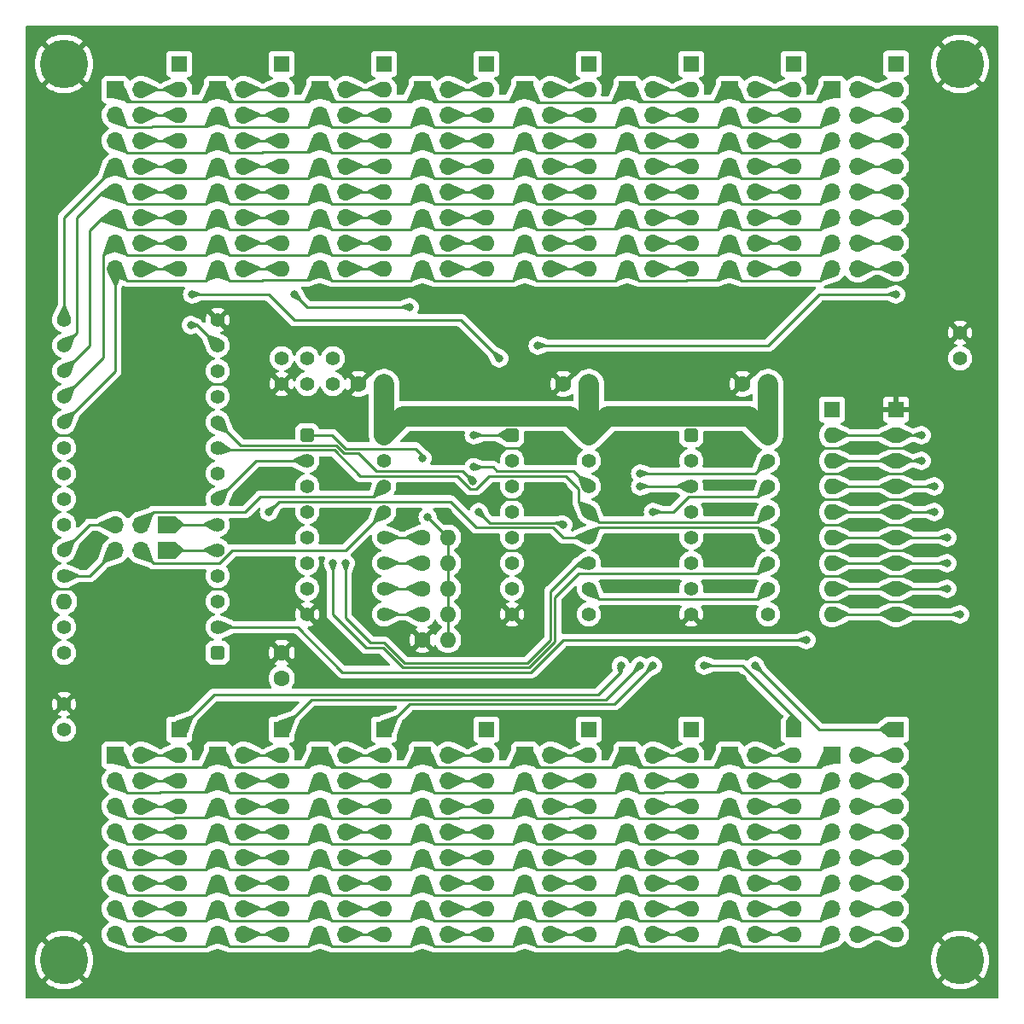
<source format=gbr>
%TF.GenerationSoftware,KiCad,Pcbnew,7.0.2-0*%
%TF.CreationDate,2024-02-04T18:50:31+09:00*%
%TF.ProjectId,cpu-rom,6370752d-726f-46d2-9e6b-696361645f70,rev?*%
%TF.SameCoordinates,Original*%
%TF.FileFunction,Copper,L1,Top*%
%TF.FilePolarity,Positive*%
%FSLAX46Y46*%
G04 Gerber Fmt 4.6, Leading zero omitted, Abs format (unit mm)*
G04 Created by KiCad (PCBNEW 7.0.2-0) date 2024-02-04 18:50:31*
%MOMM*%
%LPD*%
G01*
G04 APERTURE LIST*
G04 Aperture macros list*
%AMRoundRect*
0 Rectangle with rounded corners*
0 $1 Rounding radius*
0 $2 $3 $4 $5 $6 $7 $8 $9 X,Y pos of 4 corners*
0 Add a 4 corners polygon primitive as box body*
4,1,4,$2,$3,$4,$5,$6,$7,$8,$9,$2,$3,0*
0 Add four circle primitives for the rounded corners*
1,1,$1+$1,$2,$3*
1,1,$1+$1,$4,$5*
1,1,$1+$1,$6,$7*
1,1,$1+$1,$8,$9*
0 Add four rect primitives between the rounded corners*
20,1,$1+$1,$2,$3,$4,$5,0*
20,1,$1+$1,$4,$5,$6,$7,0*
20,1,$1+$1,$6,$7,$8,$9,0*
20,1,$1+$1,$8,$9,$2,$3,0*%
G04 Aperture macros list end*
%TA.AperFunction,ComponentPad*%
%ADD10C,1.400000*%
%TD*%
%TA.AperFunction,ComponentPad*%
%ADD11R,1.700000X1.700000*%
%TD*%
%TA.AperFunction,ComponentPad*%
%ADD12O,1.700000X1.700000*%
%TD*%
%TA.AperFunction,ComponentPad*%
%ADD13C,1.600000*%
%TD*%
%TA.AperFunction,ComponentPad*%
%ADD14O,1.600000X1.600000*%
%TD*%
%TA.AperFunction,ComponentPad*%
%ADD15RoundRect,0.350000X-0.350000X-0.350000X0.350000X-0.350000X0.350000X0.350000X-0.350000X0.350000X0*%
%TD*%
%TA.AperFunction,ComponentPad*%
%ADD16R,1.600000X1.600000*%
%TD*%
%TA.AperFunction,ComponentPad*%
%ADD17C,4.800000*%
%TD*%
%TA.AperFunction,ComponentPad*%
%ADD18RoundRect,0.350000X0.350000X0.350000X-0.350000X0.350000X-0.350000X-0.350000X0.350000X-0.350000X0*%
%TD*%
%TA.AperFunction,ViaPad*%
%ADD19C,0.800000*%
%TD*%
%TA.AperFunction,Conductor*%
%ADD20C,0.250000*%
%TD*%
%TA.AperFunction,Conductor*%
%ADD21C,2.000000*%
%TD*%
G04 APERTURE END LIST*
D10*
%TO.P,TP9,2*%
%TO.N,N/C*%
X125730000Y-72390000D03*
%TO.P,TP9,1,1*%
%TO.N,unconnected-(TP9-Pad1)*%
X125730000Y-74930000D03*
%TD*%
%TO.P,TP8,2*%
%TO.N,N/C*%
X123190000Y-72390000D03*
%TO.P,TP8,1,1*%
%TO.N,unconnected-(TP8-Pad1)*%
X123190000Y-74930000D03*
%TD*%
%TO.P,TP7,2*%
%TO.N,N/C*%
X120650000Y-72390000D03*
%TO.P,TP7,1,1*%
%TO.N,GND*%
X120650000Y-74930000D03*
%TD*%
D11*
%TO.P,J18,1,Pin_1*%
%TO.N,/ROM_A5*%
X109220000Y-91440000D03*
D12*
%TO.P,J18,2,Pin_2*%
X106680000Y-91440000D03*
%TO.P,J18,3,Pin_3*%
%TO.N,/ROM_A8*%
X104140000Y-91440000D03*
%TD*%
D11*
%TO.P,J17,1,Pin_1*%
%TO.N,/ROM_A4*%
X109220000Y-88900000D03*
D12*
%TO.P,J17,2,Pin_2*%
X106680000Y-88900000D03*
%TO.P,J17,3,Pin_3*%
%TO.N,/ROM_A9*%
X104140000Y-88900000D03*
%TD*%
D13*
%TO.P,R6,1*%
%TO.N,GND*%
X134620000Y-100330000D03*
D14*
%TO.P,R6,2*%
X137160000Y-100330000D03*
%TD*%
D13*
%TO.P,R5,1*%
%TO.N,Net-(U3B-~{Q3})*%
X134620000Y-97790000D03*
D14*
%TO.P,R5,2*%
%TO.N,GND*%
X137160000Y-97790000D03*
%TD*%
D13*
%TO.P,R4,1*%
%TO.N,Net-(U3B-~{Q2})*%
X134620000Y-95250000D03*
D14*
%TO.P,R4,2*%
%TO.N,GND*%
X137160000Y-95250000D03*
%TD*%
D13*
%TO.P,R3,1*%
%TO.N,Net-(U3B-~{Q1})*%
X134620000Y-92710000D03*
D14*
%TO.P,R3,2*%
%TO.N,GND*%
X137160000Y-92710000D03*
%TD*%
D13*
%TO.P,R2,1*%
%TO.N,Net-(U3B-~{Q0})*%
X134620000Y-90170000D03*
D14*
%TO.P,R2,2*%
%TO.N,GND*%
X137160000Y-90170000D03*
%TD*%
D15*
%TO.P,U3,1,~{EN}*%
%TO.N,GND*%
X123190000Y-80010000D03*
D10*
%TO.P,U3,2,A0*%
%TO.N,/ROM_A3*%
X123190000Y-82550000D03*
%TO.P,U3,3,A1*%
%TO.N,GND*%
X123190000Y-85090000D03*
%TO.P,U3,4,~{Q0}*%
%TO.N,Net-(U1-D)*%
X123190000Y-87630000D03*
%TO.P,U3,5,~{Q1}*%
%TO.N,Net-(U2-D)*%
X123190000Y-90170000D03*
%TO.P,U3,6,~{Q2}*%
%TO.N,unconnected-(U3A-~{Q2}-Pad6)*%
X123190000Y-92710000D03*
%TO.P,U3,7,~{Q3}*%
%TO.N,unconnected-(U3A-~{Q3}-Pad7)*%
X123190000Y-95250000D03*
%TO.P,U3,8,Vss*%
%TO.N,GND*%
X123190000Y-97790000D03*
%TO.P,U3,9,~{Q3}*%
%TO.N,Net-(U3B-~{Q3})*%
X130810000Y-97790000D03*
%TO.P,U3,10,~{Q2}*%
%TO.N,Net-(U3B-~{Q2})*%
X130810000Y-95250000D03*
%TO.P,U3,11,~{Q1}*%
%TO.N,Net-(U3B-~{Q1})*%
X130810000Y-92710000D03*
%TO.P,U3,12,~{Q0}*%
%TO.N,Net-(U3B-~{Q0})*%
X130810000Y-90170000D03*
%TO.P,U3,13,A1*%
%TO.N,/ROM_A5*%
X130810000Y-87630000D03*
%TO.P,U3,14,A0*%
%TO.N,/ROM_A4*%
X130810000Y-85090000D03*
%TO.P,U3,15,~{EN}*%
%TO.N,GND*%
X130810000Y-82550000D03*
%TO.P,U3,16,Vdd*%
%TO.N,+3.3V*%
X130810000Y-80010000D03*
%TD*%
D11*
%TO.P,J8,1,Pin_1*%
%TO.N,/DAT0*%
X175260000Y-45720000D03*
D12*
%TO.P,J8,2,Pin_2*%
%TO.N,Net-(D8-R1)*%
X177800000Y-45720000D03*
%TO.P,J8,3,Pin_3*%
%TO.N,/DAT1*%
X175260000Y-48260000D03*
%TO.P,J8,4,Pin_4*%
%TO.N,Net-(D8-R2)*%
X177800000Y-48260000D03*
%TO.P,J8,5,Pin_5*%
%TO.N,/DAT2*%
X175260000Y-50800000D03*
%TO.P,J8,6,Pin_6*%
%TO.N,Net-(D8-R3)*%
X177800000Y-50800000D03*
%TO.P,J8,7,Pin_7*%
%TO.N,/DAT3*%
X175260000Y-53340000D03*
%TO.P,J8,8,Pin_8*%
%TO.N,Net-(D8-R4)*%
X177800000Y-53340000D03*
%TO.P,J8,9,Pin_9*%
%TO.N,/DAT4*%
X175260000Y-55880000D03*
%TO.P,J8,10,Pin_10*%
%TO.N,Net-(D8-R5)*%
X177800000Y-55880000D03*
%TO.P,J8,11,Pin_11*%
%TO.N,/DAT5*%
X175260000Y-58420000D03*
%TO.P,J8,12,Pin_12*%
%TO.N,Net-(D8-R6)*%
X177800000Y-58420000D03*
%TO.P,J8,13,Pin_13*%
%TO.N,/DAT6*%
X175260000Y-60960000D03*
%TO.P,J8,14,Pin_14*%
%TO.N,Net-(D8-R7)*%
X177800000Y-60960000D03*
%TO.P,J8,15,Pin_15*%
%TO.N,/DAT7*%
X175260000Y-63500000D03*
%TO.P,J8,16,Pin_16*%
%TO.N,Net-(D8-R8)*%
X177800000Y-63500000D03*
%TD*%
D11*
%TO.P,J7,1,Pin_1*%
%TO.N,/DAT0*%
X165100000Y-45720000D03*
D12*
%TO.P,J7,2,Pin_2*%
%TO.N,Net-(D7-R1)*%
X167640000Y-45720000D03*
%TO.P,J7,3,Pin_3*%
%TO.N,/DAT1*%
X165100000Y-48260000D03*
%TO.P,J7,4,Pin_4*%
%TO.N,Net-(D7-R2)*%
X167640000Y-48260000D03*
%TO.P,J7,5,Pin_5*%
%TO.N,/DAT2*%
X165100000Y-50800000D03*
%TO.P,J7,6,Pin_6*%
%TO.N,Net-(D7-R3)*%
X167640000Y-50800000D03*
%TO.P,J7,7,Pin_7*%
%TO.N,/DAT3*%
X165100000Y-53340000D03*
%TO.P,J7,8,Pin_8*%
%TO.N,Net-(D7-R4)*%
X167640000Y-53340000D03*
%TO.P,J7,9,Pin_9*%
%TO.N,/DAT4*%
X165100000Y-55880000D03*
%TO.P,J7,10,Pin_10*%
%TO.N,Net-(D7-R5)*%
X167640000Y-55880000D03*
%TO.P,J7,11,Pin_11*%
%TO.N,/DAT5*%
X165100000Y-58420000D03*
%TO.P,J7,12,Pin_12*%
%TO.N,Net-(D7-R6)*%
X167640000Y-58420000D03*
%TO.P,J7,13,Pin_13*%
%TO.N,/DAT6*%
X165100000Y-60960000D03*
%TO.P,J7,14,Pin_14*%
%TO.N,Net-(D7-R7)*%
X167640000Y-60960000D03*
%TO.P,J7,15,Pin_15*%
%TO.N,/DAT7*%
X165100000Y-63500000D03*
%TO.P,J7,16,Pin_16*%
%TO.N,Net-(D7-R8)*%
X167640000Y-63500000D03*
%TD*%
D11*
%TO.P,J6,1,Pin_1*%
%TO.N,/DAT0*%
X154940000Y-45720000D03*
D12*
%TO.P,J6,2,Pin_2*%
%TO.N,Net-(D6-R1)*%
X157480000Y-45720000D03*
%TO.P,J6,3,Pin_3*%
%TO.N,/DAT1*%
X154940000Y-48260000D03*
%TO.P,J6,4,Pin_4*%
%TO.N,Net-(D6-R2)*%
X157480000Y-48260000D03*
%TO.P,J6,5,Pin_5*%
%TO.N,/DAT2*%
X154940000Y-50800000D03*
%TO.P,J6,6,Pin_6*%
%TO.N,Net-(D6-R3)*%
X157480000Y-50800000D03*
%TO.P,J6,7,Pin_7*%
%TO.N,/DAT3*%
X154940000Y-53340000D03*
%TO.P,J6,8,Pin_8*%
%TO.N,Net-(D6-R4)*%
X157480000Y-53340000D03*
%TO.P,J6,9,Pin_9*%
%TO.N,/DAT4*%
X154940000Y-55880000D03*
%TO.P,J6,10,Pin_10*%
%TO.N,Net-(D6-R5)*%
X157480000Y-55880000D03*
%TO.P,J6,11,Pin_11*%
%TO.N,/DAT5*%
X154940000Y-58420000D03*
%TO.P,J6,12,Pin_12*%
%TO.N,Net-(D6-R6)*%
X157480000Y-58420000D03*
%TO.P,J6,13,Pin_13*%
%TO.N,/DAT6*%
X154940000Y-60960000D03*
%TO.P,J6,14,Pin_14*%
%TO.N,Net-(D6-R7)*%
X157480000Y-60960000D03*
%TO.P,J6,15,Pin_15*%
%TO.N,/DAT7*%
X154940000Y-63500000D03*
%TO.P,J6,16,Pin_16*%
%TO.N,Net-(D6-R8)*%
X157480000Y-63500000D03*
%TD*%
D11*
%TO.P,J5,1,Pin_1*%
%TO.N,/DAT0*%
X144780000Y-45720000D03*
D12*
%TO.P,J5,2,Pin_2*%
%TO.N,Net-(D5-R1)*%
X147320000Y-45720000D03*
%TO.P,J5,3,Pin_3*%
%TO.N,/DAT1*%
X144780000Y-48260000D03*
%TO.P,J5,4,Pin_4*%
%TO.N,Net-(D5-R2)*%
X147320000Y-48260000D03*
%TO.P,J5,5,Pin_5*%
%TO.N,/DAT2*%
X144780000Y-50800000D03*
%TO.P,J5,6,Pin_6*%
%TO.N,Net-(D5-R3)*%
X147320000Y-50800000D03*
%TO.P,J5,7,Pin_7*%
%TO.N,/DAT3*%
X144780000Y-53340000D03*
%TO.P,J5,8,Pin_8*%
%TO.N,Net-(D5-R4)*%
X147320000Y-53340000D03*
%TO.P,J5,9,Pin_9*%
%TO.N,/DAT4*%
X144780000Y-55880000D03*
%TO.P,J5,10,Pin_10*%
%TO.N,Net-(D5-R5)*%
X147320000Y-55880000D03*
%TO.P,J5,11,Pin_11*%
%TO.N,/DAT5*%
X144780000Y-58420000D03*
%TO.P,J5,12,Pin_12*%
%TO.N,Net-(D5-R6)*%
X147320000Y-58420000D03*
%TO.P,J5,13,Pin_13*%
%TO.N,/DAT6*%
X144780000Y-60960000D03*
%TO.P,J5,14,Pin_14*%
%TO.N,Net-(D5-R7)*%
X147320000Y-60960000D03*
%TO.P,J5,15,Pin_15*%
%TO.N,/DAT7*%
X144780000Y-63500000D03*
%TO.P,J5,16,Pin_16*%
%TO.N,Net-(D5-R8)*%
X147320000Y-63500000D03*
%TD*%
D11*
%TO.P,J4,1,Pin_1*%
%TO.N,/DAT0*%
X134620000Y-45720000D03*
D12*
%TO.P,J4,2,Pin_2*%
%TO.N,Net-(D4-R1)*%
X137160000Y-45720000D03*
%TO.P,J4,3,Pin_3*%
%TO.N,/DAT1*%
X134620000Y-48260000D03*
%TO.P,J4,4,Pin_4*%
%TO.N,Net-(D4-R2)*%
X137160000Y-48260000D03*
%TO.P,J4,5,Pin_5*%
%TO.N,/DAT2*%
X134620000Y-50800000D03*
%TO.P,J4,6,Pin_6*%
%TO.N,Net-(D4-R3)*%
X137160000Y-50800000D03*
%TO.P,J4,7,Pin_7*%
%TO.N,/DAT3*%
X134620000Y-53340000D03*
%TO.P,J4,8,Pin_8*%
%TO.N,Net-(D4-R4)*%
X137160000Y-53340000D03*
%TO.P,J4,9,Pin_9*%
%TO.N,/DAT4*%
X134620000Y-55880000D03*
%TO.P,J4,10,Pin_10*%
%TO.N,Net-(D4-R5)*%
X137160000Y-55880000D03*
%TO.P,J4,11,Pin_11*%
%TO.N,/DAT5*%
X134620000Y-58420000D03*
%TO.P,J4,12,Pin_12*%
%TO.N,Net-(D4-R6)*%
X137160000Y-58420000D03*
%TO.P,J4,13,Pin_13*%
%TO.N,/DAT6*%
X134620000Y-60960000D03*
%TO.P,J4,14,Pin_14*%
%TO.N,Net-(D4-R7)*%
X137160000Y-60960000D03*
%TO.P,J4,15,Pin_15*%
%TO.N,/DAT7*%
X134620000Y-63500000D03*
%TO.P,J4,16,Pin_16*%
%TO.N,Net-(D4-R8)*%
X137160000Y-63500000D03*
%TD*%
D11*
%TO.P,J3,1,Pin_1*%
%TO.N,/DAT0*%
X124460000Y-45720000D03*
D12*
%TO.P,J3,2,Pin_2*%
%TO.N,Net-(D3-R1)*%
X127000000Y-45720000D03*
%TO.P,J3,3,Pin_3*%
%TO.N,/DAT1*%
X124460000Y-48260000D03*
%TO.P,J3,4,Pin_4*%
%TO.N,Net-(D3-R2)*%
X127000000Y-48260000D03*
%TO.P,J3,5,Pin_5*%
%TO.N,/DAT2*%
X124460000Y-50800000D03*
%TO.P,J3,6,Pin_6*%
%TO.N,Net-(D3-R3)*%
X127000000Y-50800000D03*
%TO.P,J3,7,Pin_7*%
%TO.N,/DAT3*%
X124460000Y-53340000D03*
%TO.P,J3,8,Pin_8*%
%TO.N,Net-(D3-R4)*%
X127000000Y-53340000D03*
%TO.P,J3,9,Pin_9*%
%TO.N,/DAT4*%
X124460000Y-55880000D03*
%TO.P,J3,10,Pin_10*%
%TO.N,Net-(D3-R5)*%
X127000000Y-55880000D03*
%TO.P,J3,11,Pin_11*%
%TO.N,/DAT5*%
X124460000Y-58420000D03*
%TO.P,J3,12,Pin_12*%
%TO.N,Net-(D3-R6)*%
X127000000Y-58420000D03*
%TO.P,J3,13,Pin_13*%
%TO.N,/DAT6*%
X124460000Y-60960000D03*
%TO.P,J3,14,Pin_14*%
%TO.N,Net-(D3-R7)*%
X127000000Y-60960000D03*
%TO.P,J3,15,Pin_15*%
%TO.N,/DAT7*%
X124460000Y-63500000D03*
%TO.P,J3,16,Pin_16*%
%TO.N,Net-(D3-R8)*%
X127000000Y-63500000D03*
%TD*%
D11*
%TO.P,J2,1,Pin_1*%
%TO.N,/DAT0*%
X114300000Y-45720000D03*
D12*
%TO.P,J2,2,Pin_2*%
%TO.N,Net-(D2-R1)*%
X116840000Y-45720000D03*
%TO.P,J2,3,Pin_3*%
%TO.N,/DAT1*%
X114300000Y-48260000D03*
%TO.P,J2,4,Pin_4*%
%TO.N,Net-(D2-R2)*%
X116840000Y-48260000D03*
%TO.P,J2,5,Pin_5*%
%TO.N,/DAT2*%
X114300000Y-50800000D03*
%TO.P,J2,6,Pin_6*%
%TO.N,Net-(D2-R3)*%
X116840000Y-50800000D03*
%TO.P,J2,7,Pin_7*%
%TO.N,/DAT3*%
X114300000Y-53340000D03*
%TO.P,J2,8,Pin_8*%
%TO.N,Net-(D2-R4)*%
X116840000Y-53340000D03*
%TO.P,J2,9,Pin_9*%
%TO.N,/DAT4*%
X114300000Y-55880000D03*
%TO.P,J2,10,Pin_10*%
%TO.N,Net-(D2-R5)*%
X116840000Y-55880000D03*
%TO.P,J2,11,Pin_11*%
%TO.N,/DAT5*%
X114300000Y-58420000D03*
%TO.P,J2,12,Pin_12*%
%TO.N,Net-(D2-R6)*%
X116840000Y-58420000D03*
%TO.P,J2,13,Pin_13*%
%TO.N,/DAT6*%
X114300000Y-60960000D03*
%TO.P,J2,14,Pin_14*%
%TO.N,Net-(D2-R7)*%
X116840000Y-60960000D03*
%TO.P,J2,15,Pin_15*%
%TO.N,/DAT7*%
X114300000Y-63500000D03*
%TO.P,J2,16,Pin_16*%
%TO.N,Net-(D2-R8)*%
X116840000Y-63500000D03*
%TD*%
D11*
%TO.P,J1,1,Pin_1*%
%TO.N,/DAT0*%
X104140000Y-45720000D03*
D12*
%TO.P,J1,2,Pin_2*%
%TO.N,Net-(D1-R1)*%
X106680000Y-45720000D03*
%TO.P,J1,3,Pin_3*%
%TO.N,/DAT1*%
X104140000Y-48260000D03*
%TO.P,J1,4,Pin_4*%
%TO.N,Net-(D1-R2)*%
X106680000Y-48260000D03*
%TO.P,J1,5,Pin_5*%
%TO.N,/DAT2*%
X104140000Y-50800000D03*
%TO.P,J1,6,Pin_6*%
%TO.N,Net-(D1-R3)*%
X106680000Y-50800000D03*
%TO.P,J1,7,Pin_7*%
%TO.N,/DAT3*%
X104140000Y-53340000D03*
%TO.P,J1,8,Pin_8*%
%TO.N,Net-(D1-R4)*%
X106680000Y-53340000D03*
%TO.P,J1,9,Pin_9*%
%TO.N,/DAT4*%
X104140000Y-55880000D03*
%TO.P,J1,10,Pin_10*%
%TO.N,Net-(D1-R5)*%
X106680000Y-55880000D03*
%TO.P,J1,11,Pin_11*%
%TO.N,/DAT5*%
X104140000Y-58420000D03*
%TO.P,J1,12,Pin_12*%
%TO.N,Net-(D1-R6)*%
X106680000Y-58420000D03*
%TO.P,J1,13,Pin_13*%
%TO.N,/DAT6*%
X104140000Y-60960000D03*
%TO.P,J1,14,Pin_14*%
%TO.N,Net-(D1-R7)*%
X106680000Y-60960000D03*
%TO.P,J1,15,Pin_15*%
%TO.N,/DAT7*%
X104140000Y-63500000D03*
%TO.P,J1,16,Pin_16*%
%TO.N,Net-(D1-R8)*%
X106680000Y-63500000D03*
%TD*%
D16*
%TO.P,D8,1,common*%
%TO.N,/ADR07*%
X181610000Y-43165000D03*
D14*
%TO.P,D8,2,R1*%
%TO.N,Net-(D8-R1)*%
X181610000Y-45705000D03*
%TO.P,D8,3,R2*%
%TO.N,Net-(D8-R2)*%
X181610000Y-48245000D03*
%TO.P,D8,4,R3*%
%TO.N,Net-(D8-R3)*%
X181610000Y-50785000D03*
%TO.P,D8,5,R4*%
%TO.N,Net-(D8-R4)*%
X181610000Y-53325000D03*
%TO.P,D8,6,R5*%
%TO.N,Net-(D8-R5)*%
X181610000Y-55865000D03*
%TO.P,D8,7,R6*%
%TO.N,Net-(D8-R6)*%
X181610000Y-58405000D03*
%TO.P,D8,8,R7*%
%TO.N,Net-(D8-R7)*%
X181610000Y-60945000D03*
%TO.P,D8,9,R8*%
%TO.N,Net-(D8-R8)*%
X181610000Y-63485000D03*
%TD*%
D16*
%TO.P,D7,1,common*%
%TO.N,/ADR03*%
X171450000Y-43180000D03*
D14*
%TO.P,D7,2,R1*%
%TO.N,Net-(D7-R1)*%
X171450000Y-45720000D03*
%TO.P,D7,3,R2*%
%TO.N,Net-(D7-R2)*%
X171450000Y-48260000D03*
%TO.P,D7,4,R3*%
%TO.N,Net-(D7-R3)*%
X171450000Y-50800000D03*
%TO.P,D7,5,R4*%
%TO.N,Net-(D7-R4)*%
X171450000Y-53340000D03*
%TO.P,D7,6,R5*%
%TO.N,Net-(D7-R5)*%
X171450000Y-55880000D03*
%TO.P,D7,7,R6*%
%TO.N,Net-(D7-R6)*%
X171450000Y-58420000D03*
%TO.P,D7,8,R7*%
%TO.N,Net-(D7-R7)*%
X171450000Y-60960000D03*
%TO.P,D7,9,R8*%
%TO.N,Net-(D7-R8)*%
X171450000Y-63500000D03*
%TD*%
D16*
%TO.P,D6,1,common*%
%TO.N,/ADR06*%
X161290000Y-43180000D03*
D14*
%TO.P,D6,2,R1*%
%TO.N,Net-(D6-R1)*%
X161290000Y-45720000D03*
%TO.P,D6,3,R2*%
%TO.N,Net-(D6-R2)*%
X161290000Y-48260000D03*
%TO.P,D6,4,R3*%
%TO.N,Net-(D6-R3)*%
X161290000Y-50800000D03*
%TO.P,D6,5,R4*%
%TO.N,Net-(D6-R4)*%
X161290000Y-53340000D03*
%TO.P,D6,6,R5*%
%TO.N,Net-(D6-R5)*%
X161290000Y-55880000D03*
%TO.P,D6,7,R6*%
%TO.N,Net-(D6-R6)*%
X161290000Y-58420000D03*
%TO.P,D6,8,R7*%
%TO.N,Net-(D6-R7)*%
X161290000Y-60960000D03*
%TO.P,D6,9,R8*%
%TO.N,Net-(D6-R8)*%
X161290000Y-63500000D03*
%TD*%
D16*
%TO.P,D5,1,common*%
%TO.N,/ADR02*%
X151130000Y-43180000D03*
D14*
%TO.P,D5,2,R1*%
%TO.N,Net-(D5-R1)*%
X151130000Y-45720000D03*
%TO.P,D5,3,R2*%
%TO.N,Net-(D5-R2)*%
X151130000Y-48260000D03*
%TO.P,D5,4,R3*%
%TO.N,Net-(D5-R3)*%
X151130000Y-50800000D03*
%TO.P,D5,5,R4*%
%TO.N,Net-(D5-R4)*%
X151130000Y-53340000D03*
%TO.P,D5,6,R5*%
%TO.N,Net-(D5-R5)*%
X151130000Y-55880000D03*
%TO.P,D5,7,R6*%
%TO.N,Net-(D5-R6)*%
X151130000Y-58420000D03*
%TO.P,D5,8,R7*%
%TO.N,Net-(D5-R7)*%
X151130000Y-60960000D03*
%TO.P,D5,9,R8*%
%TO.N,Net-(D5-R8)*%
X151130000Y-63500000D03*
%TD*%
D16*
%TO.P,D4,1,common*%
%TO.N,/ADR05*%
X140970000Y-43180000D03*
D14*
%TO.P,D4,2,R1*%
%TO.N,Net-(D4-R1)*%
X140970000Y-45720000D03*
%TO.P,D4,3,R2*%
%TO.N,Net-(D4-R2)*%
X140970000Y-48260000D03*
%TO.P,D4,4,R3*%
%TO.N,Net-(D4-R3)*%
X140970000Y-50800000D03*
%TO.P,D4,5,R4*%
%TO.N,Net-(D4-R4)*%
X140970000Y-53340000D03*
%TO.P,D4,6,R5*%
%TO.N,Net-(D4-R5)*%
X140970000Y-55880000D03*
%TO.P,D4,7,R6*%
%TO.N,Net-(D4-R6)*%
X140970000Y-58420000D03*
%TO.P,D4,8,R7*%
%TO.N,Net-(D4-R7)*%
X140970000Y-60960000D03*
%TO.P,D4,9,R8*%
%TO.N,Net-(D4-R8)*%
X140970000Y-63500000D03*
%TD*%
D16*
%TO.P,D3,1,common*%
%TO.N,/ADR01*%
X130810000Y-43180000D03*
D14*
%TO.P,D3,2,R1*%
%TO.N,Net-(D3-R1)*%
X130810000Y-45720000D03*
%TO.P,D3,3,R2*%
%TO.N,Net-(D3-R2)*%
X130810000Y-48260000D03*
%TO.P,D3,4,R3*%
%TO.N,Net-(D3-R3)*%
X130810000Y-50800000D03*
%TO.P,D3,5,R4*%
%TO.N,Net-(D3-R4)*%
X130810000Y-53340000D03*
%TO.P,D3,6,R5*%
%TO.N,Net-(D3-R5)*%
X130810000Y-55880000D03*
%TO.P,D3,7,R6*%
%TO.N,Net-(D3-R6)*%
X130810000Y-58420000D03*
%TO.P,D3,8,R7*%
%TO.N,Net-(D3-R7)*%
X130810000Y-60960000D03*
%TO.P,D3,9,R8*%
%TO.N,Net-(D3-R8)*%
X130810000Y-63500000D03*
%TD*%
D16*
%TO.P,D2,1,common*%
%TO.N,/ADR04*%
X120650000Y-43180000D03*
D14*
%TO.P,D2,2,R1*%
%TO.N,Net-(D2-R1)*%
X120650000Y-45720000D03*
%TO.P,D2,3,R2*%
%TO.N,Net-(D2-R2)*%
X120650000Y-48260000D03*
%TO.P,D2,4,R3*%
%TO.N,Net-(D2-R3)*%
X120650000Y-50800000D03*
%TO.P,D2,5,R4*%
%TO.N,Net-(D2-R4)*%
X120650000Y-53340000D03*
%TO.P,D2,6,R5*%
%TO.N,Net-(D2-R5)*%
X120650000Y-55880000D03*
%TO.P,D2,7,R6*%
%TO.N,Net-(D2-R6)*%
X120650000Y-58420000D03*
%TO.P,D2,8,R7*%
%TO.N,Net-(D2-R7)*%
X120650000Y-60960000D03*
%TO.P,D2,9,R8*%
%TO.N,Net-(D2-R8)*%
X120650000Y-63500000D03*
%TD*%
D16*
%TO.P,D1,1,common*%
%TO.N,/ADR00*%
X110490000Y-43180000D03*
D14*
%TO.P,D1,2,R1*%
%TO.N,Net-(D1-R1)*%
X110490000Y-45720000D03*
%TO.P,D1,3,R2*%
%TO.N,Net-(D1-R2)*%
X110490000Y-48260000D03*
%TO.P,D1,4,R3*%
%TO.N,Net-(D1-R3)*%
X110490000Y-50800000D03*
%TO.P,D1,5,R4*%
%TO.N,Net-(D1-R4)*%
X110490000Y-53340000D03*
%TO.P,D1,6,R5*%
%TO.N,Net-(D1-R5)*%
X110490000Y-55880000D03*
%TO.P,D1,7,R6*%
%TO.N,Net-(D1-R6)*%
X110490000Y-58420000D03*
%TO.P,D1,8,R7*%
%TO.N,Net-(D1-R7)*%
X110490000Y-60960000D03*
%TO.P,D1,9,R8*%
%TO.N,Net-(D1-R8)*%
X110490000Y-63500000D03*
%TD*%
D11*
%TO.P,J12,1,Pin_1*%
%TO.N,/DAT0*%
X134620000Y-111760000D03*
D12*
%TO.P,J12,2,Pin_2*%
%TO.N,Net-(D12-R1)*%
X137160000Y-111760000D03*
%TO.P,J12,3,Pin_3*%
%TO.N,/DAT1*%
X134620000Y-114300000D03*
%TO.P,J12,4,Pin_4*%
%TO.N,Net-(D12-R2)*%
X137160000Y-114300000D03*
%TO.P,J12,5,Pin_5*%
%TO.N,/DAT2*%
X134620000Y-116840000D03*
%TO.P,J12,6,Pin_6*%
%TO.N,Net-(D12-R3)*%
X137160000Y-116840000D03*
%TO.P,J12,7,Pin_7*%
%TO.N,/DAT3*%
X134620000Y-119380000D03*
%TO.P,J12,8,Pin_8*%
%TO.N,Net-(D12-R4)*%
X137160000Y-119380000D03*
%TO.P,J12,9,Pin_9*%
%TO.N,/DAT4*%
X134620000Y-121920000D03*
%TO.P,J12,10,Pin_10*%
%TO.N,Net-(D12-R5)*%
X137160000Y-121920000D03*
%TO.P,J12,11,Pin_11*%
%TO.N,/DAT5*%
X134620000Y-124460000D03*
%TO.P,J12,12,Pin_12*%
%TO.N,Net-(D12-R6)*%
X137160000Y-124460000D03*
%TO.P,J12,13,Pin_13*%
%TO.N,/DAT6*%
X134620000Y-127000000D03*
%TO.P,J12,14,Pin_14*%
%TO.N,Net-(D12-R7)*%
X137160000Y-127000000D03*
%TO.P,J12,15,Pin_15*%
%TO.N,/DAT7*%
X134620000Y-129540000D03*
%TO.P,J12,16,Pin_16*%
%TO.N,Net-(D12-R8)*%
X137160000Y-129540000D03*
%TD*%
D11*
%TO.P,J15,1,Pin_1*%
%TO.N,/DAT0*%
X165100000Y-111760000D03*
D12*
%TO.P,J15,2,Pin_2*%
%TO.N,Net-(D15-R1)*%
X167640000Y-111760000D03*
%TO.P,J15,3,Pin_3*%
%TO.N,/DAT1*%
X165100000Y-114300000D03*
%TO.P,J15,4,Pin_4*%
%TO.N,Net-(D15-R2)*%
X167640000Y-114300000D03*
%TO.P,J15,5,Pin_5*%
%TO.N,/DAT2*%
X165100000Y-116840000D03*
%TO.P,J15,6,Pin_6*%
%TO.N,Net-(D15-R3)*%
X167640000Y-116840000D03*
%TO.P,J15,7,Pin_7*%
%TO.N,/DAT3*%
X165100000Y-119380000D03*
%TO.P,J15,8,Pin_8*%
%TO.N,Net-(D15-R4)*%
X167640000Y-119380000D03*
%TO.P,J15,9,Pin_9*%
%TO.N,/DAT4*%
X165100000Y-121920000D03*
%TO.P,J15,10,Pin_10*%
%TO.N,Net-(D15-R5)*%
X167640000Y-121920000D03*
%TO.P,J15,11,Pin_11*%
%TO.N,/DAT5*%
X165100000Y-124460000D03*
%TO.P,J15,12,Pin_12*%
%TO.N,Net-(D15-R6)*%
X167640000Y-124460000D03*
%TO.P,J15,13,Pin_13*%
%TO.N,/DAT6*%
X165100000Y-127000000D03*
%TO.P,J15,14,Pin_14*%
%TO.N,Net-(D15-R7)*%
X167640000Y-127000000D03*
%TO.P,J15,15,Pin_15*%
%TO.N,/DAT7*%
X165100000Y-129540000D03*
%TO.P,J15,16,Pin_16*%
%TO.N,Net-(D15-R8)*%
X167640000Y-129540000D03*
%TD*%
D11*
%TO.P,J16,1,Pin_1*%
%TO.N,/DAT0*%
X175260000Y-111760000D03*
D12*
%TO.P,J16,2,Pin_2*%
%TO.N,Net-(D16-R1)*%
X177800000Y-111760000D03*
%TO.P,J16,3,Pin_3*%
%TO.N,/DAT1*%
X175260000Y-114300000D03*
%TO.P,J16,4,Pin_4*%
%TO.N,Net-(D16-R2)*%
X177800000Y-114300000D03*
%TO.P,J16,5,Pin_5*%
%TO.N,/DAT2*%
X175260000Y-116840000D03*
%TO.P,J16,6,Pin_6*%
%TO.N,Net-(D16-R3)*%
X177800000Y-116840000D03*
%TO.P,J16,7,Pin_7*%
%TO.N,/DAT3*%
X175260000Y-119380000D03*
%TO.P,J16,8,Pin_8*%
%TO.N,Net-(D16-R4)*%
X177800000Y-119380000D03*
%TO.P,J16,9,Pin_9*%
%TO.N,/DAT4*%
X175260000Y-121920000D03*
%TO.P,J16,10,Pin_10*%
%TO.N,Net-(D16-R5)*%
X177800000Y-121920000D03*
%TO.P,J16,11,Pin_11*%
%TO.N,/DAT5*%
X175260000Y-124460000D03*
%TO.P,J16,12,Pin_12*%
%TO.N,Net-(D16-R6)*%
X177800000Y-124460000D03*
%TO.P,J16,13,Pin_13*%
%TO.N,/DAT6*%
X175260000Y-127000000D03*
%TO.P,J16,14,Pin_14*%
%TO.N,Net-(D16-R7)*%
X177800000Y-127000000D03*
%TO.P,J16,15,Pin_15*%
%TO.N,/DAT7*%
X175260000Y-129540000D03*
%TO.P,J16,16,Pin_16*%
%TO.N,Net-(D16-R8)*%
X177800000Y-129540000D03*
%TD*%
D11*
%TO.P,J14,1,Pin_1*%
%TO.N,/DAT0*%
X154940000Y-111760000D03*
D12*
%TO.P,J14,2,Pin_2*%
%TO.N,Net-(D14-R1)*%
X157480000Y-111760000D03*
%TO.P,J14,3,Pin_3*%
%TO.N,/DAT1*%
X154940000Y-114300000D03*
%TO.P,J14,4,Pin_4*%
%TO.N,Net-(D14-R2)*%
X157480000Y-114300000D03*
%TO.P,J14,5,Pin_5*%
%TO.N,/DAT2*%
X154940000Y-116840000D03*
%TO.P,J14,6,Pin_6*%
%TO.N,Net-(D14-R3)*%
X157480000Y-116840000D03*
%TO.P,J14,7,Pin_7*%
%TO.N,/DAT3*%
X154940000Y-119380000D03*
%TO.P,J14,8,Pin_8*%
%TO.N,Net-(D14-R4)*%
X157480000Y-119380000D03*
%TO.P,J14,9,Pin_9*%
%TO.N,/DAT4*%
X154940000Y-121920000D03*
%TO.P,J14,10,Pin_10*%
%TO.N,Net-(D14-R5)*%
X157480000Y-121920000D03*
%TO.P,J14,11,Pin_11*%
%TO.N,/DAT5*%
X154940000Y-124460000D03*
%TO.P,J14,12,Pin_12*%
%TO.N,Net-(D14-R6)*%
X157480000Y-124460000D03*
%TO.P,J14,13,Pin_13*%
%TO.N,/DAT6*%
X154940000Y-127000000D03*
%TO.P,J14,14,Pin_14*%
%TO.N,Net-(D14-R7)*%
X157480000Y-127000000D03*
%TO.P,J14,15,Pin_15*%
%TO.N,/DAT7*%
X154940000Y-129540000D03*
%TO.P,J14,16,Pin_16*%
%TO.N,Net-(D14-R8)*%
X157480000Y-129540000D03*
%TD*%
D11*
%TO.P,J10,1,Pin_1*%
%TO.N,/DAT0*%
X114300000Y-111760000D03*
D12*
%TO.P,J10,2,Pin_2*%
%TO.N,Net-(D10-R1)*%
X116840000Y-111760000D03*
%TO.P,J10,3,Pin_3*%
%TO.N,/DAT1*%
X114300000Y-114300000D03*
%TO.P,J10,4,Pin_4*%
%TO.N,Net-(D10-R2)*%
X116840000Y-114300000D03*
%TO.P,J10,5,Pin_5*%
%TO.N,/DAT2*%
X114300000Y-116840000D03*
%TO.P,J10,6,Pin_6*%
%TO.N,Net-(D10-R3)*%
X116840000Y-116840000D03*
%TO.P,J10,7,Pin_7*%
%TO.N,/DAT3*%
X114300000Y-119380000D03*
%TO.P,J10,8,Pin_8*%
%TO.N,Net-(D10-R4)*%
X116840000Y-119380000D03*
%TO.P,J10,9,Pin_9*%
%TO.N,/DAT4*%
X114300000Y-121920000D03*
%TO.P,J10,10,Pin_10*%
%TO.N,Net-(D10-R5)*%
X116840000Y-121920000D03*
%TO.P,J10,11,Pin_11*%
%TO.N,/DAT5*%
X114300000Y-124460000D03*
%TO.P,J10,12,Pin_12*%
%TO.N,Net-(D10-R6)*%
X116840000Y-124460000D03*
%TO.P,J10,13,Pin_13*%
%TO.N,/DAT6*%
X114300000Y-127000000D03*
%TO.P,J10,14,Pin_14*%
%TO.N,Net-(D10-R7)*%
X116840000Y-127000000D03*
%TO.P,J10,15,Pin_15*%
%TO.N,/DAT7*%
X114300000Y-129540000D03*
%TO.P,J10,16,Pin_16*%
%TO.N,Net-(D10-R8)*%
X116840000Y-129540000D03*
%TD*%
D11*
%TO.P,J11,1,Pin_1*%
%TO.N,/DAT0*%
X124460000Y-111760000D03*
D12*
%TO.P,J11,2,Pin_2*%
%TO.N,Net-(D11-R1)*%
X127000000Y-111760000D03*
%TO.P,J11,3,Pin_3*%
%TO.N,/DAT1*%
X124460000Y-114300000D03*
%TO.P,J11,4,Pin_4*%
%TO.N,Net-(D11-R2)*%
X127000000Y-114300000D03*
%TO.P,J11,5,Pin_5*%
%TO.N,/DAT2*%
X124460000Y-116840000D03*
%TO.P,J11,6,Pin_6*%
%TO.N,Net-(D11-R3)*%
X127000000Y-116840000D03*
%TO.P,J11,7,Pin_7*%
%TO.N,/DAT3*%
X124460000Y-119380000D03*
%TO.P,J11,8,Pin_8*%
%TO.N,Net-(D11-R4)*%
X127000000Y-119380000D03*
%TO.P,J11,9,Pin_9*%
%TO.N,/DAT4*%
X124460000Y-121920000D03*
%TO.P,J11,10,Pin_10*%
%TO.N,Net-(D11-R5)*%
X127000000Y-121920000D03*
%TO.P,J11,11,Pin_11*%
%TO.N,/DAT5*%
X124460000Y-124460000D03*
%TO.P,J11,12,Pin_12*%
%TO.N,Net-(D11-R6)*%
X127000000Y-124460000D03*
%TO.P,J11,13,Pin_13*%
%TO.N,/DAT6*%
X124460000Y-127000000D03*
%TO.P,J11,14,Pin_14*%
%TO.N,Net-(D11-R7)*%
X127000000Y-127000000D03*
%TO.P,J11,15,Pin_15*%
%TO.N,/DAT7*%
X124460000Y-129540000D03*
%TO.P,J11,16,Pin_16*%
%TO.N,Net-(D11-R8)*%
X127000000Y-129540000D03*
%TD*%
D11*
%TO.P,J9,1,Pin_1*%
%TO.N,/DAT0*%
X104140000Y-111760000D03*
D12*
%TO.P,J9,2,Pin_2*%
%TO.N,Net-(D9-R1)*%
X106680000Y-111760000D03*
%TO.P,J9,3,Pin_3*%
%TO.N,/DAT1*%
X104140000Y-114300000D03*
%TO.P,J9,4,Pin_4*%
%TO.N,Net-(D9-R2)*%
X106680000Y-114300000D03*
%TO.P,J9,5,Pin_5*%
%TO.N,/DAT2*%
X104140000Y-116840000D03*
%TO.P,J9,6,Pin_6*%
%TO.N,Net-(D9-R3)*%
X106680000Y-116840000D03*
%TO.P,J9,7,Pin_7*%
%TO.N,/DAT3*%
X104140000Y-119380000D03*
%TO.P,J9,8,Pin_8*%
%TO.N,Net-(D9-R4)*%
X106680000Y-119380000D03*
%TO.P,J9,9,Pin_9*%
%TO.N,/DAT4*%
X104140000Y-121920000D03*
%TO.P,J9,10,Pin_10*%
%TO.N,Net-(D9-R5)*%
X106680000Y-121920000D03*
%TO.P,J9,11,Pin_11*%
%TO.N,/DAT5*%
X104140000Y-124460000D03*
%TO.P,J9,12,Pin_12*%
%TO.N,Net-(D9-R6)*%
X106680000Y-124460000D03*
%TO.P,J9,13,Pin_13*%
%TO.N,/DAT6*%
X104140000Y-127000000D03*
%TO.P,J9,14,Pin_14*%
%TO.N,Net-(D9-R7)*%
X106680000Y-127000000D03*
%TO.P,J9,15,Pin_15*%
%TO.N,/DAT7*%
X104140000Y-129540000D03*
%TO.P,J9,16,Pin_16*%
%TO.N,Net-(D9-R8)*%
X106680000Y-129540000D03*
%TD*%
D11*
%TO.P,J13,1,Pin_1*%
%TO.N,/DAT0*%
X144780000Y-111760000D03*
D12*
%TO.P,J13,2,Pin_2*%
%TO.N,Net-(D13-R1)*%
X147320000Y-111760000D03*
%TO.P,J13,3,Pin_3*%
%TO.N,/DAT1*%
X144780000Y-114300000D03*
%TO.P,J13,4,Pin_4*%
%TO.N,Net-(D13-R2)*%
X147320000Y-114300000D03*
%TO.P,J13,5,Pin_5*%
%TO.N,/DAT2*%
X144780000Y-116840000D03*
%TO.P,J13,6,Pin_6*%
%TO.N,Net-(D13-R3)*%
X147320000Y-116840000D03*
%TO.P,J13,7,Pin_7*%
%TO.N,/DAT3*%
X144780000Y-119380000D03*
%TO.P,J13,8,Pin_8*%
%TO.N,Net-(D13-R4)*%
X147320000Y-119380000D03*
%TO.P,J13,9,Pin_9*%
%TO.N,/DAT4*%
X144780000Y-121920000D03*
%TO.P,J13,10,Pin_10*%
%TO.N,Net-(D13-R5)*%
X147320000Y-121920000D03*
%TO.P,J13,11,Pin_11*%
%TO.N,/DAT5*%
X144780000Y-124460000D03*
%TO.P,J13,12,Pin_12*%
%TO.N,Net-(D13-R6)*%
X147320000Y-124460000D03*
%TO.P,J13,13,Pin_13*%
%TO.N,/DAT6*%
X144780000Y-127000000D03*
%TO.P,J13,14,Pin_14*%
%TO.N,Net-(D13-R7)*%
X147320000Y-127000000D03*
%TO.P,J13,15,Pin_15*%
%TO.N,/DAT7*%
X144780000Y-129540000D03*
%TO.P,J13,16,Pin_16*%
%TO.N,Net-(D13-R8)*%
X147320000Y-129540000D03*
%TD*%
D13*
%TO.P,C3,1*%
%TO.N,GND*%
X128270000Y-74930000D03*
%TO.P,C3,2*%
%TO.N,+3.3V*%
X130810000Y-74930000D03*
%TD*%
D16*
%TO.P,D17,1,common*%
%TO.N,/ROM_A12*%
X175260000Y-77470000D03*
D14*
%TO.P,D17,2,R1*%
%TO.N,/DAT0*%
X175260000Y-80010000D03*
%TO.P,D17,3,R2*%
%TO.N,/DAT1*%
X175260000Y-82550000D03*
%TO.P,D17,4,R3*%
%TO.N,/DAT2*%
X175260000Y-85090000D03*
%TO.P,D17,5,R4*%
%TO.N,/DAT3*%
X175260000Y-87630000D03*
%TO.P,D17,6,R5*%
%TO.N,/DAT4*%
X175260000Y-90170000D03*
%TO.P,D17,7,R6*%
%TO.N,/DAT5*%
X175260000Y-92710000D03*
%TO.P,D17,8,R7*%
%TO.N,/DAT6*%
X175260000Y-95250000D03*
%TO.P,D17,9,R8*%
%TO.N,/DAT7*%
X175260000Y-97790000D03*
%TD*%
D10*
%TO.P,TP6,1,1*%
%TO.N,GND*%
X187960000Y-69850000D03*
%TO.P,TP6,2*%
%TO.N,N/C*%
X187960000Y-72390000D03*
%TD*%
%TO.P,TP5,1,1*%
%TO.N,GND*%
X99060000Y-106700000D03*
%TO.P,TP5,2*%
%TO.N,N/C*%
X99060000Y-109240000D03*
%TD*%
D17*
%TO.P,TP4,1,1*%
%TO.N,GND*%
X187960000Y-132080000D03*
%TD*%
%TO.P,TP3,1,1*%
%TO.N,GND*%
X99060000Y-132080000D03*
%TD*%
%TO.P,TP2,1,1*%
%TO.N,GND*%
X187960000Y-43180000D03*
%TD*%
%TO.P,TP1,1,1*%
%TO.N,GND*%
X99060000Y-43180000D03*
%TD*%
D16*
%TO.P,D13,1,common*%
%TO.N,/ADR14*%
X151130000Y-109220000D03*
D14*
%TO.P,D13,2,R1*%
%TO.N,Net-(D13-R1)*%
X151130000Y-111760000D03*
%TO.P,D13,3,R2*%
%TO.N,Net-(D13-R2)*%
X151130000Y-114300000D03*
%TO.P,D13,4,R3*%
%TO.N,Net-(D13-R3)*%
X151130000Y-116840000D03*
%TO.P,D13,5,R4*%
%TO.N,Net-(D13-R4)*%
X151130000Y-119380000D03*
%TO.P,D13,6,R5*%
%TO.N,Net-(D13-R5)*%
X151130000Y-121920000D03*
%TO.P,D13,7,R6*%
%TO.N,Net-(D13-R6)*%
X151130000Y-124460000D03*
%TO.P,D13,8,R7*%
%TO.N,Net-(D13-R7)*%
X151130000Y-127000000D03*
%TO.P,D13,9,R8*%
%TO.N,Net-(D13-R8)*%
X151130000Y-129540000D03*
%TD*%
D16*
%TO.P,R1,1,common*%
%TO.N,GND*%
X181610000Y-77470000D03*
D14*
%TO.P,R1,2,R1*%
%TO.N,/DAT0*%
X181610000Y-80010000D03*
%TO.P,R1,3,R2*%
%TO.N,/DAT1*%
X181610000Y-82550000D03*
%TO.P,R1,4,R3*%
%TO.N,/DAT2*%
X181610000Y-85090000D03*
%TO.P,R1,5,R4*%
%TO.N,/DAT3*%
X181610000Y-87630000D03*
%TO.P,R1,6,R5*%
%TO.N,/DAT4*%
X181610000Y-90170000D03*
%TO.P,R1,7,R6*%
%TO.N,/DAT5*%
X181610000Y-92710000D03*
%TO.P,R1,8,R7*%
%TO.N,/DAT6*%
X181610000Y-95250000D03*
%TO.P,R1,9,R8*%
%TO.N,/DAT7*%
X181610000Y-97790000D03*
%TD*%
D16*
%TO.P,D14,1,common*%
%TO.N,/ADR15*%
X161290000Y-109220000D03*
D14*
%TO.P,D14,2,R1*%
%TO.N,Net-(D14-R1)*%
X161290000Y-111760000D03*
%TO.P,D14,3,R2*%
%TO.N,Net-(D14-R2)*%
X161290000Y-114300000D03*
%TO.P,D14,4,R3*%
%TO.N,Net-(D14-R3)*%
X161290000Y-116840000D03*
%TO.P,D14,5,R4*%
%TO.N,Net-(D14-R4)*%
X161290000Y-119380000D03*
%TO.P,D14,6,R5*%
%TO.N,Net-(D14-R5)*%
X161290000Y-121920000D03*
%TO.P,D14,7,R6*%
%TO.N,Net-(D14-R6)*%
X161290000Y-124460000D03*
%TO.P,D14,8,R7*%
%TO.N,Net-(D14-R7)*%
X161290000Y-127000000D03*
%TO.P,D14,9,R8*%
%TO.N,Net-(D14-R8)*%
X161290000Y-129540000D03*
%TD*%
D15*
%TO.P,U1,1,S4*%
%TO.N,/ADR04*%
X143510000Y-80010000D03*
D10*
%TO.P,U1,2,S2*%
%TO.N,/ADR02*%
X143510000Y-82550000D03*
%TO.P,U1,3,S0*%
%TO.N,/ADR00*%
X143510000Y-85090000D03*
%TO.P,U1,4,S7*%
%TO.N,/ADR07*%
X143510000Y-87630000D03*
%TO.P,U1,5,S9*%
%TO.N,unconnected-(U1-S9-Pad5)*%
X143510000Y-90170000D03*
%TO.P,U1,6,S5*%
%TO.N,/ADR05*%
X143510000Y-92710000D03*
%TO.P,U1,7,S6*%
%TO.N,/ADR06*%
X143510000Y-95250000D03*
%TO.P,U1,8,VSS*%
%TO.N,GND*%
X143510000Y-97790000D03*
%TO.P,U1,9,S8*%
%TO.N,unconnected-(U1-S8-Pad9)*%
X151130000Y-97790000D03*
%TO.P,U1,10,A*%
%TO.N,/ROM_A0*%
X151130000Y-95250000D03*
%TO.P,U1,11,D*%
%TO.N,Net-(U1-D)*%
X151130000Y-92710000D03*
%TO.P,U1,12,C*%
%TO.N,/ROM_A2*%
X151130000Y-90170000D03*
%TO.P,U1,13,B*%
%TO.N,/ROM_A1*%
X151130000Y-87630000D03*
%TO.P,U1,14,S1*%
%TO.N,/ADR01*%
X151130000Y-85090000D03*
%TO.P,U1,15,S3*%
%TO.N,/ADR03*%
X151130000Y-82550000D03*
%TO.P,U1,16,VDD*%
%TO.N,+3.3V*%
X151130000Y-80010000D03*
%TD*%
D16*
%TO.P,D16,1,common*%
%TO.N,/ADR17*%
X181610000Y-109220000D03*
D14*
%TO.P,D16,2,R1*%
%TO.N,Net-(D16-R1)*%
X181610000Y-111760000D03*
%TO.P,D16,3,R2*%
%TO.N,Net-(D16-R2)*%
X181610000Y-114300000D03*
%TO.P,D16,4,R3*%
%TO.N,Net-(D16-R3)*%
X181610000Y-116840000D03*
%TO.P,D16,5,R4*%
%TO.N,Net-(D16-R4)*%
X181610000Y-119380000D03*
%TO.P,D16,6,R5*%
%TO.N,Net-(D16-R5)*%
X181610000Y-121920000D03*
%TO.P,D16,7,R6*%
%TO.N,Net-(D16-R6)*%
X181610000Y-124460000D03*
%TO.P,D16,8,R7*%
%TO.N,Net-(D16-R7)*%
X181610000Y-127000000D03*
%TO.P,D16,9,R8*%
%TO.N,Net-(D16-R8)*%
X181610000Y-129540000D03*
%TD*%
D13*
%TO.P,C1,1*%
%TO.N,GND*%
X148590000Y-74930000D03*
%TO.P,C1,2*%
%TO.N,+3.3V*%
X151130000Y-74930000D03*
%TD*%
D16*
%TO.P,D12,1,common*%
%TO.N,/ADR13*%
X140970000Y-109220000D03*
D14*
%TO.P,D12,2,R1*%
%TO.N,Net-(D12-R1)*%
X140970000Y-111760000D03*
%TO.P,D12,3,R2*%
%TO.N,Net-(D12-R2)*%
X140970000Y-114300000D03*
%TO.P,D12,4,R3*%
%TO.N,Net-(D12-R3)*%
X140970000Y-116840000D03*
%TO.P,D12,5,R4*%
%TO.N,Net-(D12-R4)*%
X140970000Y-119380000D03*
%TO.P,D12,6,R5*%
%TO.N,Net-(D12-R5)*%
X140970000Y-121920000D03*
%TO.P,D12,7,R6*%
%TO.N,Net-(D12-R6)*%
X140970000Y-124460000D03*
%TO.P,D12,8,R7*%
%TO.N,Net-(D12-R7)*%
X140970000Y-127000000D03*
%TO.P,D12,9,R8*%
%TO.N,Net-(D12-R8)*%
X140970000Y-129540000D03*
%TD*%
D16*
%TO.P,D9,1,common*%
%TO.N,/ADR10*%
X110490000Y-109220000D03*
D14*
%TO.P,D9,2,R1*%
%TO.N,Net-(D9-R1)*%
X110490000Y-111760000D03*
%TO.P,D9,3,R2*%
%TO.N,Net-(D9-R2)*%
X110490000Y-114300000D03*
%TO.P,D9,4,R3*%
%TO.N,Net-(D9-R3)*%
X110490000Y-116840000D03*
%TO.P,D9,5,R4*%
%TO.N,Net-(D9-R4)*%
X110490000Y-119380000D03*
%TO.P,D9,6,R5*%
%TO.N,Net-(D9-R5)*%
X110490000Y-121920000D03*
%TO.P,D9,7,R6*%
%TO.N,Net-(D9-R6)*%
X110490000Y-124460000D03*
%TO.P,D9,8,R7*%
%TO.N,Net-(D9-R7)*%
X110490000Y-127000000D03*
%TO.P,D9,9,R8*%
%TO.N,Net-(D9-R8)*%
X110490000Y-129540000D03*
%TD*%
D16*
%TO.P,D15,1,common*%
%TO.N,/ADR16*%
X171450000Y-109220000D03*
D14*
%TO.P,D15,2,R1*%
%TO.N,Net-(D15-R1)*%
X171450000Y-111760000D03*
%TO.P,D15,3,R2*%
%TO.N,Net-(D15-R2)*%
X171450000Y-114300000D03*
%TO.P,D15,4,R3*%
%TO.N,Net-(D15-R3)*%
X171450000Y-116840000D03*
%TO.P,D15,5,R4*%
%TO.N,Net-(D15-R4)*%
X171450000Y-119380000D03*
%TO.P,D15,6,R5*%
%TO.N,Net-(D15-R5)*%
X171450000Y-121920000D03*
%TO.P,D15,7,R6*%
%TO.N,Net-(D15-R6)*%
X171450000Y-124460000D03*
%TO.P,D15,8,R7*%
%TO.N,Net-(D15-R7)*%
X171450000Y-127000000D03*
%TO.P,D15,9,R8*%
%TO.N,Net-(D15-R8)*%
X171450000Y-129540000D03*
%TD*%
D13*
%TO.P,C2,1*%
%TO.N,GND*%
X166370000Y-74930000D03*
%TO.P,C2,2*%
%TO.N,+3.3V*%
X168910000Y-74930000D03*
%TD*%
D18*
%TO.P,IC6,1,VPP*%
%TO.N,unconnected-(IC6-VPP-Pad1)*%
X114300000Y-101600000D03*
D10*
%TO.P,IC6,2,A12*%
%TO.N,/ROM_A12*%
X114300000Y-99060000D03*
%TO.P,IC6,3,A7*%
%TO.N,/ROM_A7*%
X114300000Y-96520000D03*
%TO.P,IC6,4,A6*%
%TO.N,/ROM_A6*%
X114300000Y-93980000D03*
%TO.P,IC6,5,A5*%
%TO.N,/ROM_A5*%
X114300000Y-91440000D03*
%TO.P,IC6,6,A4*%
%TO.N,/ROM_A4*%
X114300000Y-88900000D03*
%TO.P,IC6,7,A3*%
%TO.N,/ROM_A3*%
X114300000Y-86360000D03*
%TO.P,IC6,8,A2*%
%TO.N,/ROM_A2*%
X114300000Y-83820000D03*
%TO.P,IC6,9,A1*%
%TO.N,/ROM_A1*%
X114300000Y-81280000D03*
%TO.P,IC6,10,A0*%
%TO.N,/ROM_A0*%
X114300000Y-78740000D03*
%TO.P,IC6,11,D0*%
%TO.N,/DAT0*%
X114300000Y-76200000D03*
%TO.P,IC6,12,D1*%
%TO.N,/DAT1*%
X114300000Y-73660000D03*
%TO.P,IC6,13,D2*%
%TO.N,/DAT2*%
X114300000Y-71120000D03*
%TO.P,IC6,14,GND*%
%TO.N,GND*%
X114300000Y-68580000D03*
%TO.P,IC6,15,D3*%
%TO.N,/DAT3*%
X99060000Y-68580000D03*
%TO.P,IC6,16,D4*%
%TO.N,/DAT4*%
X99060000Y-71120000D03*
%TO.P,IC6,17,D5*%
%TO.N,/DAT5*%
X99060000Y-73660000D03*
%TO.P,IC6,18,D6*%
%TO.N,/DAT6*%
X99060000Y-76200000D03*
%TO.P,IC6,19,D7*%
%TO.N,/DAT7*%
X99060000Y-78740000D03*
%TO.P,IC6,20,~{CE}*%
%TO.N,unconnected-(IC6-~{CE}-Pad20)*%
X99060000Y-81280000D03*
%TO.P,IC6,21,A10*%
%TO.N,unconnected-(IC6-A10-Pad21)*%
X99060000Y-83820000D03*
%TO.P,IC6,22,~{OE}*%
%TO.N,unconnected-(IC6-~{OE}-Pad22)*%
X99060000Y-86360000D03*
%TO.P,IC6,23,A11*%
%TO.N,unconnected-(IC6-A11-Pad23)*%
X99060000Y-88900000D03*
%TO.P,IC6,24,A9*%
%TO.N,/ROM_A9*%
X99060000Y-91440000D03*
%TO.P,IC6,25,A8*%
%TO.N,/ROM_A8*%
X99060000Y-93980000D03*
D14*
%TO.P,IC6,26,NC*%
%TO.N,unconnected-(IC6-NC-Pad26)*%
X99060000Y-96520000D03*
D10*
%TO.P,IC6,27,~{PGM}*%
%TO.N,unconnected-(IC6-~{PGM}-Pad27)*%
X99060000Y-99060000D03*
%TO.P,IC6,28,VCC*%
%TO.N,+3.3V*%
X99060000Y-101600000D03*
%TD*%
D15*
%TO.P,U2,1,S4*%
%TO.N,/ADR14*%
X161290000Y-80010000D03*
D10*
%TO.P,U2,2,S2*%
%TO.N,/ADR12*%
X161290000Y-82550000D03*
%TO.P,U2,3,S0*%
%TO.N,/ADR10*%
X161290000Y-85090000D03*
%TO.P,U2,4,S7*%
%TO.N,/ADR17*%
X161290000Y-87630000D03*
%TO.P,U2,5,S9*%
%TO.N,unconnected-(U2-S9-Pad5)*%
X161290000Y-90170000D03*
%TO.P,U2,6,S5*%
%TO.N,/ADR15*%
X161290000Y-92710000D03*
%TO.P,U2,7,S6*%
%TO.N,/ADR16*%
X161290000Y-95250000D03*
%TO.P,U2,8,VSS*%
%TO.N,GND*%
X161290000Y-97790000D03*
%TO.P,U2,9,S8*%
%TO.N,unconnected-(U2-S8-Pad9)*%
X168910000Y-97790000D03*
%TO.P,U2,10,A*%
%TO.N,/ROM_A0*%
X168910000Y-95250000D03*
%TO.P,U2,11,D*%
%TO.N,Net-(U2-D)*%
X168910000Y-92710000D03*
%TO.P,U2,12,C*%
%TO.N,/ROM_A2*%
X168910000Y-90170000D03*
%TO.P,U2,13,B*%
%TO.N,/ROM_A1*%
X168910000Y-87630000D03*
%TO.P,U2,14,S1*%
%TO.N,/ADR11*%
X168910000Y-85090000D03*
%TO.P,U2,15,S3*%
%TO.N,/ADR13*%
X168910000Y-82550000D03*
%TO.P,U2,16,VDD*%
%TO.N,+3.3V*%
X168910000Y-80010000D03*
%TD*%
D16*
%TO.P,D10,1,common*%
%TO.N,/ADR11*%
X120650000Y-109220000D03*
D14*
%TO.P,D10,2,R1*%
%TO.N,Net-(D10-R1)*%
X120650000Y-111760000D03*
%TO.P,D10,3,R2*%
%TO.N,Net-(D10-R2)*%
X120650000Y-114300000D03*
%TO.P,D10,4,R3*%
%TO.N,Net-(D10-R3)*%
X120650000Y-116840000D03*
%TO.P,D10,5,R4*%
%TO.N,Net-(D10-R4)*%
X120650000Y-119380000D03*
%TO.P,D10,6,R5*%
%TO.N,Net-(D10-R5)*%
X120650000Y-121920000D03*
%TO.P,D10,7,R6*%
%TO.N,Net-(D10-R6)*%
X120650000Y-124460000D03*
%TO.P,D10,8,R7*%
%TO.N,Net-(D10-R7)*%
X120650000Y-127000000D03*
%TO.P,D10,9,R8*%
%TO.N,Net-(D10-R8)*%
X120650000Y-129540000D03*
%TD*%
D16*
%TO.P,D11,1,common*%
%TO.N,/ADR12*%
X130810000Y-109220000D03*
D14*
%TO.P,D11,2,R1*%
%TO.N,Net-(D11-R1)*%
X130810000Y-111760000D03*
%TO.P,D11,3,R2*%
%TO.N,Net-(D11-R2)*%
X130810000Y-114300000D03*
%TO.P,D11,4,R3*%
%TO.N,Net-(D11-R3)*%
X130810000Y-116840000D03*
%TO.P,D11,5,R4*%
%TO.N,Net-(D11-R4)*%
X130810000Y-119380000D03*
%TO.P,D11,6,R5*%
%TO.N,Net-(D11-R5)*%
X130810000Y-121920000D03*
%TO.P,D11,7,R6*%
%TO.N,Net-(D11-R6)*%
X130810000Y-124460000D03*
%TO.P,D11,8,R7*%
%TO.N,Net-(D11-R7)*%
X130810000Y-127000000D03*
%TO.P,D11,9,R8*%
%TO.N,Net-(D11-R8)*%
X130810000Y-129540000D03*
%TD*%
D13*
%TO.P,C4,1*%
%TO.N,GND*%
X120650000Y-101600000D03*
%TO.P,C4,2*%
%TO.N,+3.3V*%
X120650000Y-104140000D03*
%TD*%
D19*
%TO.N,GND*%
X140970000Y-104648000D03*
X130302000Y-102362000D03*
X129286000Y-104648000D03*
X147828000Y-109474000D03*
X144780000Y-107950000D03*
X153416000Y-99060000D03*
X159258000Y-86360000D03*
X153416000Y-86360000D03*
X132334000Y-88646000D03*
X132715000Y-85090000D03*
X137160000Y-85090000D03*
X137160000Y-87630000D03*
X111760000Y-86360000D03*
X119380000Y-85090000D03*
X127000000Y-85090000D03*
X137160000Y-80010000D03*
X148590000Y-85090000D03*
X179070000Y-99060000D03*
X173990000Y-106680000D03*
X168910000Y-101600000D03*
X165100000Y-101600000D03*
X165100000Y-97790000D03*
X165100000Y-95250000D03*
X163830000Y-92710000D03*
X166370000Y-90170000D03*
X166370000Y-87630000D03*
X166370000Y-85090000D03*
X153416000Y-90170000D03*
X153416000Y-92710000D03*
X153416000Y-95250000D03*
X159258000Y-95250000D03*
X159258000Y-92710000D03*
X159258000Y-90170000D03*
X156718000Y-90170000D03*
X156718000Y-92710000D03*
X156718000Y-95250000D03*
X156718000Y-99060000D03*
X149860000Y-99060000D03*
X147320000Y-92710000D03*
X139700000Y-91440000D03*
X130810000Y-69850000D03*
X161290000Y-74930000D03*
X190500000Y-77470000D03*
X190500000Y-93980000D03*
X190500000Y-109220000D03*
X190500000Y-124460000D03*
X96520000Y-97790000D03*
X96520000Y-124460000D03*
X96520000Y-115570000D03*
X96520000Y-58420000D03*
X101600000Y-49530000D03*
X184150000Y-59690000D03*
X184150000Y-49530000D03*
X163830000Y-43180000D03*
X143510000Y-43180000D03*
X123190000Y-43180000D03*
X102870000Y-43180000D03*
X171450000Y-132080000D03*
X151130000Y-132080000D03*
X130810000Y-132080000D03*
X110490000Y-132080000D03*
X123190000Y-77470000D03*
X133350000Y-74930000D03*
X175260000Y-74930000D03*
X181610000Y-68580000D03*
X171450000Y-72390000D03*
X173990000Y-68580000D03*
X167640000Y-69850000D03*
X143510000Y-74930000D03*
X137160000Y-74930000D03*
X121920000Y-69850000D03*
X139700000Y-67310000D03*
X143510000Y-67310000D03*
X151130000Y-67310000D03*
X158750000Y-67310000D03*
X163830000Y-67310000D03*
X156210000Y-74930000D03*
X171450000Y-88900000D03*
X171450000Y-97790000D03*
X171450000Y-81280000D03*
X125730000Y-87630000D03*
X125730000Y-100330000D03*
X116840000Y-95250000D03*
X116840000Y-77470000D03*
X111760000Y-76200000D03*
X106680000Y-66040000D03*
X101600000Y-80010000D03*
X96520000Y-80010000D03*
X109220000Y-101600000D03*
X109220000Y-106680000D03*
X104140000Y-106680000D03*
X104140000Y-101600000D03*
X101600000Y-91440000D03*
X101600000Y-87630000D03*
X101600000Y-95250000D03*
X111760000Y-93980000D03*
X119380000Y-90170000D03*
X149860000Y-102870000D03*
X160020000Y-104140000D03*
X166370000Y-104140000D03*
X166370000Y-107950000D03*
X156210000Y-107950000D03*
X135890000Y-107950000D03*
X125730000Y-107950000D03*
X115570000Y-107950000D03*
X160020000Y-101600000D03*
X147320000Y-80010000D03*
X165100000Y-80010000D03*
X156210000Y-80010000D03*
%TO.N,/ROM_A12*%
X172720000Y-100330000D03*
%TO.N,/DAT2*%
X111633000Y-69088000D03*
%TO.N,/ADR16*%
X162560000Y-102870000D03*
%TO.N,/ROM_A2*%
X119380000Y-87630000D03*
%TO.N,/ROM_A0*%
X139607076Y-84557229D03*
X140208000Y-87630000D03*
X148590000Y-88900000D03*
%TO.N,GND*%
X135128000Y-88138000D03*
X134620000Y-82296000D03*
%TO.N,/ADR10*%
X156210000Y-85090000D03*
%TO.N,/ADR11*%
X157480000Y-87630000D03*
X156210000Y-102870000D03*
%TO.N,/ADR10*%
X154305000Y-102870000D03*
%TO.N,/ADR13*%
X156210000Y-83820000D03*
%TO.N,/ADR12*%
X157480000Y-102870000D03*
%TO.N,/ADR17*%
X167640000Y-102870000D03*
%TO.N,/ADR04*%
X133350000Y-67310000D03*
X139700000Y-80010000D03*
%TO.N,/ADR00*%
X142240000Y-72390000D03*
%TO.N,/ADR07*%
X146050000Y-71120000D03*
X181610000Y-66040000D03*
%TO.N,/ADR01*%
X139700000Y-83185000D03*
%TO.N,/ADR04*%
X121920000Y-66040000D03*
%TO.N,/ADR00*%
X111760000Y-66040000D03*
%TO.N,Net-(U2-D)*%
X125730000Y-92710000D03*
%TO.N,Net-(U1-D)*%
X127000000Y-92710000D03*
%TO.N,/DAT0*%
X184150000Y-80010000D03*
%TO.N,/DAT1*%
X184150000Y-82550000D03*
%TO.N,/DAT2*%
X185420000Y-85090000D03*
%TO.N,/DAT3*%
X185420000Y-87630000D03*
%TO.N,/DAT4*%
X186690000Y-90170000D03*
%TO.N,/DAT5*%
X186690000Y-92710000D03*
%TO.N,/DAT6*%
X186690000Y-95250000D03*
%TO.N,/DAT7*%
X187960000Y-97790000D03*
%TD*%
D20*
%TO.N,GND*%
X135128000Y-88138000D02*
X137160000Y-90170000D01*
X120650000Y-77470000D02*
X123190000Y-77470000D01*
X111760000Y-76200000D02*
X111760000Y-74930000D01*
X111760000Y-74930000D02*
X118110000Y-74930000D01*
X118110000Y-74930000D02*
X120650000Y-77470000D01*
X96520000Y-80010000D02*
X101600000Y-80010000D01*
X116840000Y-95250000D02*
X96520000Y-95250000D01*
X96520000Y-95250000D02*
X96520000Y-97790000D01*
%TO.N,Net-(U2-D)*%
X168910000Y-92710000D02*
X167885000Y-93735000D01*
X150105000Y-93735000D02*
X147770000Y-96070000D01*
X167885000Y-93735000D02*
X150105000Y-93735000D01*
X129032000Y-101092000D02*
X125730000Y-97790000D01*
X147770000Y-96070000D02*
X147770000Y-100516396D01*
X147770000Y-100516396D02*
X145220396Y-103066000D01*
X132655604Y-103066000D02*
X130681604Y-101092000D01*
X145220396Y-103066000D02*
X132655604Y-103066000D01*
X130681604Y-101092000D02*
X129032000Y-101092000D01*
X125730000Y-97790000D02*
X125730000Y-92710000D01*
%TO.N,Net-(U1-D)*%
X127000000Y-98106802D02*
X129477198Y-100584000D01*
X129477198Y-100584000D02*
X130810000Y-100584000D01*
X147320000Y-95530051D02*
X150140051Y-92710000D01*
X132842000Y-102616000D02*
X145034000Y-102616000D01*
X127000000Y-92710000D02*
X127000000Y-98106802D01*
X130810000Y-100584000D02*
X132842000Y-102616000D01*
X145034000Y-102616000D02*
X147320000Y-100330000D01*
X147320000Y-100330000D02*
X147320000Y-95530051D01*
X150140051Y-92710000D02*
X151130000Y-92710000D01*
%TO.N,/ROM_A12*%
X172720000Y-100330000D02*
X148590000Y-100330000D01*
X145406792Y-103516000D02*
X126696991Y-103516000D01*
X148590000Y-100330000D02*
X148590000Y-100332792D01*
X148590000Y-100332792D02*
X145406792Y-103516000D01*
X126696991Y-103516000D02*
X122240991Y-99060000D01*
X122240991Y-99060000D02*
X114300000Y-99060000D01*
%TO.N,/ADR10*%
X154305000Y-102870000D02*
X154305000Y-103505000D01*
X154305000Y-103505000D02*
X152030000Y-105780000D01*
X152030000Y-105780000D02*
X113930000Y-105780000D01*
X113930000Y-105780000D02*
X110490000Y-109220000D01*
%TO.N,/ADR11*%
X156210000Y-102870000D02*
X152850000Y-106230000D01*
X152850000Y-106230000D02*
X123640000Y-106230000D01*
X123640000Y-106230000D02*
X120650000Y-109220000D01*
%TO.N,/ADR12*%
X157480000Y-102870000D02*
X153670000Y-106680000D01*
X153670000Y-106680000D02*
X133350000Y-106680000D01*
X133350000Y-106680000D02*
X130810000Y-109220000D01*
%TO.N,/ROM_A2*%
X168910000Y-90170000D02*
X167894000Y-89154000D01*
X167894000Y-89154000D02*
X161723569Y-89154000D01*
X161723569Y-89154000D02*
X161714569Y-89145000D01*
X161714569Y-89145000D02*
X152155000Y-89145000D01*
X152155000Y-89145000D02*
X151130000Y-90170000D01*
%TO.N,/ADR11*%
X168910000Y-85090000D02*
X167885000Y-86115000D01*
X167885000Y-86115000D02*
X161027000Y-86115000D01*
X161027000Y-86115000D02*
X159512000Y-87630000D01*
X159512000Y-87630000D02*
X157480000Y-87630000D01*
%TO.N,/ROM_A2*%
X137405000Y-86605000D02*
X139954000Y-89154000D01*
X120405000Y-86605000D02*
X137405000Y-86605000D01*
X119380000Y-87630000D02*
X120405000Y-86605000D01*
X139954000Y-89154000D02*
X143076431Y-89154000D01*
X148590000Y-90170000D02*
X151130000Y-90170000D01*
X143076431Y-89154000D02*
X143085431Y-89145000D01*
X143085431Y-89145000D02*
X147565000Y-89145000D01*
X147565000Y-89145000D02*
X148590000Y-90170000D01*
%TO.N,GND*%
X134620000Y-82296000D02*
X134620000Y-82042000D01*
X134620000Y-82042000D02*
X133913000Y-81335000D01*
X127000000Y-81335000D02*
X125675000Y-80010000D01*
X125675000Y-80010000D02*
X123190000Y-80010000D01*
X133913000Y-81335000D02*
X127000000Y-81335000D01*
X137160000Y-85090000D02*
X138430000Y-86360000D01*
X138430000Y-86360000D02*
X147320000Y-86360000D01*
X147320000Y-86360000D02*
X148590000Y-85090000D01*
%TO.N,/ROM_A0*%
X148590000Y-88900000D02*
X148385000Y-88695000D01*
X148385000Y-88695000D02*
X141282000Y-88695000D01*
X141282000Y-88695000D02*
X140217000Y-87630000D01*
%TO.N,/ROM_A1*%
X151130000Y-87630000D02*
X150105000Y-86605000D01*
X150105000Y-85335000D02*
X148835000Y-84065000D01*
X150105000Y-86605000D02*
X150105000Y-85335000D01*
X148835000Y-84065000D02*
X141233000Y-84065000D01*
X141233000Y-84065000D02*
X139954000Y-85344000D01*
X139954000Y-85344000D02*
X139368542Y-85344000D01*
X139368542Y-85344000D02*
X138089542Y-84065000D01*
X138089542Y-84065000D02*
X128457208Y-84065000D01*
X128457208Y-84065000D02*
X125877208Y-81485000D01*
X125877208Y-81485000D02*
X114505000Y-81485000D01*
X114505000Y-81485000D02*
X114300000Y-81280000D01*
%TO.N,GND*%
X139700000Y-91440000D02*
X147320000Y-91440000D01*
X147320000Y-91440000D02*
X147320000Y-92710000D01*
X146050000Y-81280000D02*
X137160000Y-81280000D01*
X147320000Y-80010000D02*
X146050000Y-81280000D01*
X137160000Y-81280000D02*
X137160000Y-80010000D01*
%TO.N,/ADR01*%
X139700000Y-83185000D02*
X141605000Y-83185000D01*
X141605000Y-83185000D02*
X141995000Y-83575000D01*
X141995000Y-83575000D02*
X149615000Y-83575000D01*
X149615000Y-83575000D02*
X151130000Y-85090000D01*
%TO.N,/ROM_A0*%
X139607076Y-84557229D02*
X138624847Y-83575000D01*
X138624847Y-83575000D02*
X130057000Y-83575000D01*
X130057000Y-83575000D02*
X128267000Y-81785000D01*
X128267000Y-81785000D02*
X126813604Y-81785000D01*
X126813604Y-81785000D02*
X126063604Y-81035000D01*
X126063604Y-81035000D02*
X116595000Y-81035000D01*
X116595000Y-81035000D02*
X114300000Y-78740000D01*
%TO.N,GND*%
X189230000Y-96520000D02*
X172720000Y-96520000D01*
X172720000Y-93980000D02*
X189230000Y-93980000D01*
X190500000Y-93980000D02*
X190500000Y-91440000D01*
X190500000Y-91440000D02*
X172720000Y-91440000D01*
X189230000Y-93980000D02*
X189230000Y-96520000D01*
X172720000Y-91440000D02*
X172720000Y-93980000D01*
X172720000Y-96520000D02*
X171450000Y-97790000D01*
X171450000Y-81280000D02*
X187960000Y-81280000D01*
X187960000Y-81280000D02*
X187960000Y-83820000D01*
X187960000Y-83820000D02*
X171450000Y-83820000D01*
X187960000Y-86360000D02*
X187960000Y-88900000D01*
X171450000Y-83820000D02*
X171450000Y-86360000D01*
X171450000Y-86360000D02*
X187960000Y-86360000D01*
X187960000Y-88900000D02*
X171450000Y-88900000D01*
%TO.N,/ADR17*%
X167640000Y-102870000D02*
X173990000Y-109220000D01*
X173990000Y-109220000D02*
X181610000Y-109220000D01*
%TO.N,/ROM_A5*%
X106680000Y-91440000D02*
X107950000Y-92710000D01*
X107950000Y-92710000D02*
X114479569Y-92710000D01*
%TO.N,/ROM_A4*%
X106680000Y-88900000D02*
X107950000Y-87630000D01*
X123623569Y-86106000D02*
X129794000Y-86106000D01*
X122756431Y-86106000D02*
X122765431Y-86115000D01*
X107950000Y-87630000D02*
X117019570Y-87630000D01*
X117019570Y-87630000D02*
X118543569Y-86106000D01*
X122765431Y-86115000D02*
X123614569Y-86115000D01*
X129794000Y-86106000D02*
X130810000Y-85090000D01*
X118543569Y-86106000D02*
X122756431Y-86106000D01*
X123614569Y-86115000D02*
X123623569Y-86106000D01*
%TO.N,/ROM_A5*%
X114300000Y-91440000D02*
X109220000Y-91440000D01*
%TO.N,/ROM_A4*%
X114300000Y-88900000D02*
X109220000Y-88900000D01*
%TO.N,/ROM_A8*%
X99060000Y-93980000D02*
X101600000Y-93980000D01*
X101600000Y-93980000D02*
X104140000Y-91440000D01*
%TO.N,/ROM_A9*%
X99060000Y-91440000D02*
X101600000Y-88900000D01*
X101600000Y-88900000D02*
X104140000Y-88900000D01*
%TO.N,/ADR04*%
X121920000Y-66040000D02*
X123190000Y-67310000D01*
X123190000Y-67310000D02*
X133350000Y-67310000D01*
%TO.N,/ADR16*%
X162560000Y-102870000D02*
X166370000Y-102870000D01*
X166370000Y-102870000D02*
X171450000Y-107950000D01*
X171450000Y-107950000D02*
X171450000Y-109220000D01*
%TO.N,/ADR10*%
X156210000Y-85090000D02*
X161290000Y-85090000D01*
%TO.N,/ADR13*%
X156210000Y-83820000D02*
X167640000Y-83820000D01*
X167640000Y-83820000D02*
X168910000Y-82550000D01*
%TO.N,/DAT0*%
X154940000Y-45720000D02*
X153670000Y-46990000D01*
X153670000Y-46990000D02*
X146050000Y-46990000D01*
X146050000Y-46990000D02*
X144780000Y-45720000D01*
X134620000Y-45720000D02*
X135795000Y-46895000D01*
X135795000Y-46895000D02*
X143605000Y-46895000D01*
X143605000Y-46895000D02*
X144780000Y-45720000D01*
X154940000Y-45720000D02*
X156115000Y-46895000D01*
X156115000Y-46895000D02*
X163925000Y-46895000D01*
X163925000Y-46895000D02*
X165100000Y-45720000D01*
%TO.N,/DAT2*%
X111702000Y-69030000D02*
X111760000Y-69030000D01*
X111633000Y-69088000D02*
X111702000Y-69030000D01*
X111818000Y-69030000D02*
X111633000Y-69088000D01*
X114300000Y-71120000D02*
X112210000Y-69030000D01*
X112210000Y-69030000D02*
X111818000Y-69030000D01*
%TO.N,/DAT7*%
X99060000Y-78740000D02*
X104140000Y-73660000D01*
X104140000Y-73660000D02*
X104140000Y-63500000D01*
%TO.N,/DAT6*%
X99060000Y-76200000D02*
X102965000Y-72295000D01*
X102965000Y-72295000D02*
X102965000Y-62135000D01*
X102965000Y-62135000D02*
X104140000Y-60960000D01*
%TO.N,/DAT5*%
X101600000Y-71120000D02*
X101600000Y-59690000D01*
X99060000Y-73660000D02*
X101600000Y-71120000D01*
X102870000Y-58420000D02*
X104140000Y-58420000D01*
X101600000Y-59690000D02*
X102870000Y-58420000D01*
%TO.N,/DAT4*%
X100330000Y-69850000D02*
X100330000Y-58420000D01*
X99060000Y-71120000D02*
X100330000Y-69850000D01*
X100330000Y-58420000D02*
X102870000Y-55880000D01*
X102870000Y-55880000D02*
X104140000Y-55880000D01*
%TO.N,/DAT3*%
X99060000Y-68580000D02*
X99060000Y-58420000D01*
X99060000Y-58420000D02*
X104140000Y-53340000D01*
%TO.N,/ADR04*%
X143510000Y-80010000D02*
X139700000Y-80010000D01*
%TO.N,/ADR00*%
X138430000Y-68580000D02*
X121920000Y-68580000D01*
X142240000Y-72390000D02*
X138430000Y-68580000D01*
X121920000Y-68580000D02*
X119380000Y-66040000D01*
X119380000Y-66040000D02*
X111760000Y-66040000D01*
%TO.N,/ADR07*%
X173990000Y-66040000D02*
X181610000Y-66040000D01*
X146050000Y-71120000D02*
X168910000Y-71120000D01*
X168910000Y-71120000D02*
X173990000Y-66040000D01*
%TO.N,/ROM_A1*%
X168910000Y-87630000D02*
X167885000Y-88655000D01*
X167885000Y-88655000D02*
X152155000Y-88655000D01*
X152155000Y-88655000D02*
X151130000Y-87630000D01*
%TO.N,/ROM_A0*%
X168910000Y-95250000D02*
X167885000Y-96275000D01*
X167885000Y-96275000D02*
X152155000Y-96275000D01*
X152155000Y-96275000D02*
X151130000Y-95250000D01*
%TO.N,/ROM_A5*%
X130810000Y-87630000D02*
X127000000Y-91440000D01*
X127000000Y-91440000D02*
X115749569Y-91440000D01*
X115749569Y-91440000D02*
X114479569Y-92710000D01*
%TO.N,/ROM_A3*%
X123190000Y-82550000D02*
X118110000Y-82550000D01*
X118110000Y-82550000D02*
X114300000Y-86360000D01*
D21*
%TO.N,+3.3V*%
X168910000Y-74930000D02*
X168910000Y-80010000D01*
X151130000Y-74930000D02*
X151130000Y-80010000D01*
X130810000Y-74930000D02*
X130810000Y-80010000D01*
X151130000Y-80010000D02*
X153030000Y-78110000D01*
X167010000Y-78110000D02*
X168910000Y-80010000D01*
X153030000Y-78110000D02*
X167010000Y-78110000D01*
X130810000Y-80010000D02*
X132710000Y-78110000D01*
X132710000Y-78110000D02*
X149230000Y-78110000D01*
X149230000Y-78110000D02*
X151130000Y-80010000D01*
D20*
%TO.N,GND*%
X137160000Y-92710000D02*
X137160000Y-95250000D01*
X137160000Y-92710000D02*
X137160000Y-90170000D01*
X137160000Y-97790000D02*
X137160000Y-95250000D01*
X137160000Y-100330000D02*
X137160000Y-97790000D01*
%TO.N,Net-(U3B-~{Q3})*%
X134620000Y-97790000D02*
X130810000Y-97790000D01*
%TO.N,Net-(U3B-~{Q2})*%
X130810000Y-95250000D02*
X134620000Y-95250000D01*
%TO.N,Net-(U3B-~{Q1})*%
X134620000Y-92710000D02*
X130810000Y-92710000D01*
%TO.N,Net-(U3B-~{Q0})*%
X130810000Y-90170000D02*
X134620000Y-90170000D01*
%TO.N,/DAT6*%
X186690000Y-95250000D02*
X181610000Y-95250000D01*
%TO.N,/DAT7*%
X186690000Y-97790000D02*
X187960000Y-97790000D01*
%TO.N,/DAT4*%
X181610000Y-90170000D02*
X186690000Y-90170000D01*
%TO.N,/DAT5*%
X181610000Y-92710000D02*
X186690000Y-92710000D01*
%TO.N,/DAT7*%
X181610000Y-97790000D02*
X186690000Y-97790000D01*
%TO.N,/DAT3*%
X181610000Y-87630000D02*
X185420000Y-87630000D01*
%TO.N,/DAT0*%
X181610000Y-80010000D02*
X184150000Y-80010000D01*
%TO.N,/DAT2*%
X181610000Y-85090000D02*
X185420000Y-85090000D01*
%TO.N,/DAT1*%
X181610000Y-82550000D02*
X184150000Y-82550000D01*
%TO.N,/DAT7*%
X181610000Y-97790000D02*
X175260000Y-97790000D01*
%TO.N,/DAT6*%
X175260000Y-95250000D02*
X181610000Y-95250000D01*
%TO.N,/DAT5*%
X181610000Y-92710000D02*
X175260000Y-92710000D01*
%TO.N,/DAT4*%
X175260000Y-90170000D02*
X181610000Y-90170000D01*
%TO.N,/DAT3*%
X181610000Y-87630000D02*
X175260000Y-87630000D01*
%TO.N,/DAT2*%
X175260000Y-85090000D02*
X181610000Y-85090000D01*
%TO.N,/DAT1*%
X175260000Y-82550000D02*
X181610000Y-82550000D01*
%TO.N,/DAT0*%
X175260000Y-80010000D02*
X181610000Y-80010000D01*
%TO.N,/DAT7*%
X144780000Y-129540000D02*
X143605000Y-130715000D01*
X143605000Y-130715000D02*
X135795000Y-130715000D01*
X135795000Y-130715000D02*
X134620000Y-129540000D01*
%TO.N,/DAT6*%
X154940000Y-127000000D02*
X153765000Y-128175000D01*
X153765000Y-128175000D02*
X145955000Y-128175000D01*
X145955000Y-128175000D02*
X144780000Y-127000000D01*
%TO.N,/DAT4*%
X154940000Y-121920000D02*
X153765000Y-123095000D01*
X153765000Y-123095000D02*
X145955000Y-123095000D01*
X145955000Y-123095000D02*
X144780000Y-121920000D01*
%TO.N,/DAT3*%
X154940000Y-119380000D02*
X153765000Y-120555000D01*
X153765000Y-120555000D02*
X145955000Y-120555000D01*
X145955000Y-120555000D02*
X144780000Y-119380000D01*
%TO.N,/DAT7*%
X114300000Y-129540000D02*
X113125000Y-130715000D01*
X113125000Y-130715000D02*
X105315000Y-130715000D01*
X105315000Y-130715000D02*
X104140000Y-129540000D01*
X124460000Y-129540000D02*
X123285000Y-130715000D01*
X115475000Y-130715000D02*
X114300000Y-129540000D01*
X123285000Y-130715000D02*
X115475000Y-130715000D01*
X134620000Y-129540000D02*
X133445000Y-130715000D01*
X133445000Y-130715000D02*
X125635000Y-130715000D01*
X125635000Y-130715000D02*
X124460000Y-129540000D01*
%TO.N,/DAT6*%
X114300000Y-127000000D02*
X113125000Y-128175000D01*
X113125000Y-128175000D02*
X105315000Y-128175000D01*
X105315000Y-128175000D02*
X104140000Y-127000000D01*
X124460000Y-127000000D02*
X123285000Y-128175000D01*
X123285000Y-128175000D02*
X115475000Y-128175000D01*
X115475000Y-128175000D02*
X114300000Y-127000000D01*
X134620000Y-127000000D02*
X133445000Y-128175000D01*
X133445000Y-128175000D02*
X125635000Y-128175000D01*
X125635000Y-128175000D02*
X124460000Y-127000000D01*
X144780000Y-127000000D02*
X143605000Y-128175000D01*
X143605000Y-128175000D02*
X135795000Y-128175000D01*
X135795000Y-128175000D02*
X134620000Y-127000000D01*
%TO.N,/DAT5*%
X114300000Y-124460000D02*
X115475000Y-125635000D01*
X115475000Y-125635000D02*
X123285000Y-125635000D01*
X123285000Y-125635000D02*
X124460000Y-124460000D01*
X114300000Y-124460000D02*
X113125000Y-125635000D01*
X113125000Y-125635000D02*
X105315000Y-125635000D01*
X105315000Y-125635000D02*
X104140000Y-124460000D01*
X134620000Y-124460000D02*
X133445000Y-125635000D01*
X133445000Y-125635000D02*
X125635000Y-125635000D01*
X125635000Y-125635000D02*
X124460000Y-124460000D01*
X144780000Y-124460000D02*
X143605000Y-125635000D01*
X143605000Y-125635000D02*
X135795000Y-125635000D01*
X135795000Y-125635000D02*
X134620000Y-124460000D01*
%TO.N,/DAT4*%
X114300000Y-121920000D02*
X113125000Y-123095000D01*
X113125000Y-123095000D02*
X105315000Y-123095000D01*
X105315000Y-123095000D02*
X104140000Y-121920000D01*
X124460000Y-121920000D02*
X123285000Y-123095000D01*
X115475000Y-123095000D02*
X114300000Y-121920000D01*
X123285000Y-123095000D02*
X115475000Y-123095000D01*
X134620000Y-121920000D02*
X133445000Y-123095000D01*
X133445000Y-123095000D02*
X125635000Y-123095000D01*
X125635000Y-123095000D02*
X124460000Y-121920000D01*
X144780000Y-121920000D02*
X143605000Y-123095000D01*
X143605000Y-123095000D02*
X135795000Y-123095000D01*
X135795000Y-123095000D02*
X134620000Y-121920000D01*
%TO.N,/DAT3*%
X114300000Y-119380000D02*
X113125000Y-120555000D01*
X113125000Y-120555000D02*
X105315000Y-120555000D01*
X105315000Y-120555000D02*
X104140000Y-119380000D01*
X124460000Y-119380000D02*
X123285000Y-120555000D01*
X123285000Y-120555000D02*
X115475000Y-120555000D01*
X115475000Y-120555000D02*
X114300000Y-119380000D01*
X134620000Y-119380000D02*
X133445000Y-120555000D01*
X133445000Y-120555000D02*
X125635000Y-120555000D01*
X125635000Y-120555000D02*
X124460000Y-119380000D01*
X144780000Y-119380000D02*
X143605000Y-120555000D01*
X143605000Y-120555000D02*
X135795000Y-120555000D01*
X135795000Y-120555000D02*
X134620000Y-119380000D01*
%TO.N,/DAT2*%
X114300000Y-116840000D02*
X113175000Y-117965000D01*
X109974009Y-118015000D02*
X105315000Y-118015000D01*
X105315000Y-118015000D02*
X104140000Y-116840000D01*
X113175000Y-117965000D02*
X110024009Y-117965000D01*
X110024009Y-117965000D02*
X109974009Y-118015000D01*
X124460000Y-116840000D02*
X123285000Y-118015000D01*
X123285000Y-118015000D02*
X115475000Y-118015000D01*
X115475000Y-118015000D02*
X114300000Y-116840000D01*
X134620000Y-116840000D02*
X133445000Y-118015000D01*
X133445000Y-118015000D02*
X125635000Y-118015000D01*
X125635000Y-118015000D02*
X124460000Y-116840000D01*
X144780000Y-116840000D02*
X143655000Y-117965000D01*
X138234999Y-118015000D02*
X135795000Y-118015000D01*
X143655000Y-117965000D02*
X138284999Y-117965000D01*
X138284999Y-117965000D02*
X138234999Y-118015000D01*
X135795000Y-118015000D02*
X134620000Y-116840000D01*
%TO.N,/DAT1*%
X124460000Y-114300000D02*
X123285000Y-115475000D01*
X123285000Y-115475000D02*
X115475000Y-115475000D01*
X115475000Y-115475000D02*
X114300000Y-114300000D01*
X114300000Y-114300000D02*
X113175000Y-115425000D01*
X108575000Y-115475000D02*
X105315000Y-115475000D01*
X113175000Y-115425000D02*
X108625000Y-115425000D01*
X108625000Y-115425000D02*
X108575000Y-115475000D01*
X105315000Y-115475000D02*
X104140000Y-114300000D01*
X134620000Y-114300000D02*
X133445000Y-115475000D01*
X133445000Y-115475000D02*
X125635000Y-115475000D01*
X125635000Y-115475000D02*
X124460000Y-114300000D01*
X144780000Y-114300000D02*
X143605000Y-115475000D01*
X143605000Y-115475000D02*
X135795000Y-115475000D01*
X135795000Y-115475000D02*
X134620000Y-114300000D01*
%TO.N,/DAT0*%
X114300000Y-111760000D02*
X113125000Y-112935000D01*
X113125000Y-112935000D02*
X105315000Y-112935000D01*
X105315000Y-112935000D02*
X104140000Y-111760000D01*
X124460000Y-111760000D02*
X123285000Y-112935000D01*
X115475000Y-112935000D02*
X114300000Y-111760000D01*
X123285000Y-112935000D02*
X115475000Y-112935000D01*
X134620000Y-111760000D02*
X133445000Y-112935000D01*
X133445000Y-112935000D02*
X125635000Y-112935000D01*
X125635000Y-112935000D02*
X124460000Y-111760000D01*
X144780000Y-111760000D02*
X143605000Y-112935000D01*
X143605000Y-112935000D02*
X135795000Y-112935000D01*
X135795000Y-112935000D02*
X134620000Y-111760000D01*
%TO.N,/DAT7*%
X154940000Y-129540000D02*
X153765000Y-130715000D01*
X153765000Y-130715000D02*
X145955000Y-130715000D01*
X145955000Y-130715000D02*
X144780000Y-129540000D01*
X165100000Y-129540000D02*
X163925000Y-130715000D01*
X163925000Y-130715000D02*
X156115000Y-130715000D01*
X156115000Y-130715000D02*
X154940000Y-129540000D01*
X175260000Y-129540000D02*
X174085000Y-130715000D01*
X174085000Y-130715000D02*
X166275000Y-130715000D01*
X166275000Y-130715000D02*
X165100000Y-129540000D01*
%TO.N,/DAT6*%
X165100000Y-127000000D02*
X163925000Y-128175000D01*
X163925000Y-128175000D02*
X156115000Y-128175000D01*
X156115000Y-128175000D02*
X154940000Y-127000000D01*
X175260000Y-127000000D02*
X174085000Y-128175000D01*
X174085000Y-128175000D02*
X166275000Y-128175000D01*
X166275000Y-128175000D02*
X165100000Y-127000000D01*
%TO.N,/DAT5*%
X154940000Y-124460000D02*
X153765000Y-125635000D01*
X153765000Y-125635000D02*
X145955000Y-125635000D01*
X145955000Y-125635000D02*
X144780000Y-124460000D01*
X165100000Y-124460000D02*
X163925000Y-125635000D01*
X163925000Y-125635000D02*
X156115000Y-125635000D01*
X156115000Y-125635000D02*
X154940000Y-124460000D01*
X175260000Y-124460000D02*
X174085000Y-125635000D01*
X174085000Y-125635000D02*
X166275000Y-125635000D01*
X166275000Y-125635000D02*
X165100000Y-124460000D01*
%TO.N,/DAT4*%
X165100000Y-121920000D02*
X163925000Y-123095000D01*
X163925000Y-123095000D02*
X156115000Y-123095000D01*
X156115000Y-123095000D02*
X154940000Y-121920000D01*
X175260000Y-121920000D02*
X174085000Y-123095000D01*
X166275000Y-123095000D02*
X165100000Y-121920000D01*
X174085000Y-123095000D02*
X166275000Y-123095000D01*
%TO.N,/DAT3*%
X165100000Y-119380000D02*
X163925000Y-120555000D01*
X163925000Y-120555000D02*
X156115000Y-120555000D01*
X156115000Y-120555000D02*
X154940000Y-119380000D01*
X175260000Y-119380000D02*
X174085000Y-120555000D01*
X174085000Y-120555000D02*
X166275000Y-120555000D01*
X166275000Y-120555000D02*
X165100000Y-119380000D01*
%TO.N,Net-(D9-R8)*%
X106680000Y-129540000D02*
X110490000Y-129540000D01*
%TO.N,Net-(D9-R7)*%
X110490000Y-127000000D02*
X106680000Y-127000000D01*
%TO.N,Net-(D9-R6)*%
X106680000Y-124460000D02*
X110490000Y-124460000D01*
%TO.N,Net-(D9-R5)*%
X110490000Y-121920000D02*
X106680000Y-121920000D01*
%TO.N,Net-(D9-R4)*%
X106680000Y-119380000D02*
X110490000Y-119380000D01*
%TO.N,Net-(D9-R3)*%
X110490000Y-116840000D02*
X106680000Y-116840000D01*
%TO.N,Net-(D9-R2)*%
X106680000Y-114300000D02*
X110490000Y-114300000D01*
%TO.N,Net-(D9-R1)*%
X110490000Y-111760000D02*
X106680000Y-111760000D01*
%TO.N,Net-(D10-R1)*%
X116840000Y-111760000D02*
X120650000Y-111760000D01*
%TO.N,Net-(D10-R2)*%
X120650000Y-114300000D02*
X116840000Y-114300000D01*
%TO.N,Net-(D10-R3)*%
X116840000Y-116840000D02*
X120650000Y-116840000D01*
%TO.N,Net-(D10-R4)*%
X120650000Y-119380000D02*
X116840000Y-119380000D01*
%TO.N,Net-(D10-R5)*%
X116840000Y-121920000D02*
X120650000Y-121920000D01*
%TO.N,Net-(D10-R6)*%
X120650000Y-124460000D02*
X116840000Y-124460000D01*
%TO.N,Net-(D10-R7)*%
X116840000Y-127000000D02*
X120650000Y-127000000D01*
%TO.N,Net-(D10-R8)*%
X120650000Y-129540000D02*
X116840000Y-129540000D01*
%TO.N,Net-(D11-R8)*%
X127000000Y-129540000D02*
X130810000Y-129540000D01*
%TO.N,Net-(D11-R7)*%
X130810000Y-127000000D02*
X127000000Y-127000000D01*
%TO.N,Net-(D11-R6)*%
X127000000Y-124460000D02*
X130810000Y-124460000D01*
%TO.N,Net-(D11-R5)*%
X130810000Y-121920000D02*
X127000000Y-121920000D01*
%TO.N,Net-(D11-R4)*%
X127000000Y-119380000D02*
X130810000Y-119380000D01*
%TO.N,Net-(D11-R3)*%
X130810000Y-116840000D02*
X127000000Y-116840000D01*
%TO.N,Net-(D11-R2)*%
X127000000Y-114300000D02*
X130810000Y-114300000D01*
%TO.N,Net-(D11-R1)*%
X130810000Y-111760000D02*
X127000000Y-111760000D01*
%TO.N,Net-(D12-R8)*%
X137160000Y-129540000D02*
X140970000Y-129540000D01*
%TO.N,Net-(D12-R7)*%
X140970000Y-127000000D02*
X137160000Y-127000000D01*
%TO.N,Net-(D12-R6)*%
X137160000Y-124460000D02*
X140970000Y-124460000D01*
%TO.N,Net-(D12-R5)*%
X140970000Y-121920000D02*
X137160000Y-121920000D01*
%TO.N,Net-(D12-R4)*%
X137160000Y-119380000D02*
X140970000Y-119380000D01*
%TO.N,Net-(D12-R3)*%
X140970000Y-116840000D02*
X137160000Y-116840000D01*
%TO.N,Net-(D12-R2)*%
X140970000Y-114300000D02*
X137160000Y-114300000D01*
%TO.N,Net-(D12-R1)*%
X140970000Y-111760000D02*
X137160000Y-111760000D01*
%TO.N,/DAT1*%
X165100000Y-48260000D02*
X163925000Y-49435000D01*
X163925000Y-49435000D02*
X156115000Y-49435000D01*
X156115000Y-49435000D02*
X154940000Y-48260000D01*
X154940000Y-48260000D02*
X153765000Y-49435000D01*
X153765000Y-49435000D02*
X145955000Y-49435000D01*
X145955000Y-49435000D02*
X144780000Y-48260000D01*
%TO.N,/DAT4*%
X134620000Y-55880000D02*
X133445000Y-57055000D01*
X125635000Y-57055000D02*
X124460000Y-55880000D01*
X133445000Y-57055000D02*
X125635000Y-57055000D01*
%TO.N,/DAT7*%
X144780000Y-63500000D02*
X143605000Y-64675000D01*
X143605000Y-64675000D02*
X135795000Y-64675000D01*
X135795000Y-64675000D02*
X134620000Y-63500000D01*
X114300000Y-63500000D02*
X113125000Y-64675000D01*
X113125000Y-64675000D02*
X105315000Y-64675000D01*
X105315000Y-64675000D02*
X104140000Y-63500000D01*
X124460000Y-63500000D02*
X123335000Y-64625000D01*
X123335000Y-64625000D02*
X118785000Y-64625000D01*
X115475000Y-64675000D02*
X114300000Y-63500000D01*
X118785000Y-64625000D02*
X118735000Y-64675000D01*
X118735000Y-64675000D02*
X115475000Y-64675000D01*
X134620000Y-63500000D02*
X133445000Y-64675000D01*
X125635000Y-64675000D02*
X124460000Y-63500000D01*
X133445000Y-64675000D02*
X125635000Y-64675000D01*
%TO.N,/DAT6*%
X114300000Y-60960000D02*
X113125000Y-62135000D01*
X113125000Y-62135000D02*
X105315000Y-62135000D01*
X105315000Y-62135000D02*
X104140000Y-60960000D01*
X124460000Y-60960000D02*
X123285000Y-62135000D01*
X123285000Y-62135000D02*
X115475000Y-62135000D01*
X115475000Y-62135000D02*
X114300000Y-60960000D01*
X134620000Y-60960000D02*
X133445000Y-62135000D01*
X133445000Y-62135000D02*
X125635000Y-62135000D01*
X125635000Y-62135000D02*
X124460000Y-60960000D01*
%TO.N,/DAT5*%
X114300000Y-58420000D02*
X113125000Y-59595000D01*
X113125000Y-59595000D02*
X105315000Y-59595000D01*
X105315000Y-59595000D02*
X104140000Y-58420000D01*
X124460000Y-58420000D02*
X123285000Y-59595000D01*
X123285000Y-59595000D02*
X115475000Y-59595000D01*
X115475000Y-59595000D02*
X114300000Y-58420000D01*
X134620000Y-58420000D02*
X133445000Y-59595000D01*
X133445000Y-59595000D02*
X125635000Y-59595000D01*
X125635000Y-59595000D02*
X124460000Y-58420000D01*
%TO.N,/DAT4*%
X114300000Y-55880000D02*
X113125000Y-57055000D01*
X113125000Y-57055000D02*
X105315000Y-57055000D01*
X105315000Y-57055000D02*
X104140000Y-55880000D01*
X124460000Y-55880000D02*
X123285000Y-57055000D01*
X123285000Y-57055000D02*
X115475000Y-57055000D01*
X115475000Y-57055000D02*
X114300000Y-55880000D01*
%TO.N,/DAT3*%
X144780000Y-53340000D02*
X143605000Y-54515000D01*
X143605000Y-54515000D02*
X135795000Y-54515000D01*
X135795000Y-54515000D02*
X134620000Y-53340000D01*
X134620000Y-53340000D02*
X133445000Y-54515000D01*
X133445000Y-54515000D02*
X125635000Y-54515000D01*
X125635000Y-54515000D02*
X124460000Y-53340000D01*
X114300000Y-53340000D02*
X113125000Y-54515000D01*
X113125000Y-54515000D02*
X105315000Y-54515000D01*
X105315000Y-54515000D02*
X104140000Y-53340000D01*
X124460000Y-53340000D02*
X123285000Y-54515000D01*
X123285000Y-54515000D02*
X115475000Y-54515000D01*
X115475000Y-54515000D02*
X114300000Y-53340000D01*
%TO.N,/DAT2*%
X134620000Y-50800000D02*
X133445000Y-51975000D01*
X133445000Y-51975000D02*
X125635000Y-51975000D01*
X125635000Y-51975000D02*
X124460000Y-50800000D01*
X114300000Y-50800000D02*
X113125000Y-51975000D01*
X113125000Y-51975000D02*
X105315000Y-51975000D01*
X105315000Y-51975000D02*
X104140000Y-50800000D01*
X124460000Y-50800000D02*
X123335000Y-51925000D01*
X123335000Y-51925000D02*
X118785000Y-51925000D01*
X118785000Y-51925000D02*
X118735000Y-51975000D01*
X118735000Y-51975000D02*
X115475000Y-51975000D01*
X115475000Y-51975000D02*
X114300000Y-50800000D01*
%TO.N,/DAT1*%
X114300000Y-48260000D02*
X113175000Y-49385000D01*
X113175000Y-49385000D02*
X107804999Y-49385000D01*
X107804999Y-49385000D02*
X107754999Y-49435000D01*
X107754999Y-49435000D02*
X105315000Y-49435000D01*
X105315000Y-49435000D02*
X104140000Y-48260000D01*
X124460000Y-48260000D02*
X123285000Y-49435000D01*
X123285000Y-49435000D02*
X115475000Y-49435000D01*
X115475000Y-49435000D02*
X114300000Y-48260000D01*
X134620000Y-48260000D02*
X133445000Y-49435000D01*
X133445000Y-49435000D02*
X125635000Y-49435000D01*
X125635000Y-49435000D02*
X124460000Y-48260000D01*
X144780000Y-48260000D02*
X143605000Y-49435000D01*
X143605000Y-49435000D02*
X135795000Y-49435000D01*
X135795000Y-49435000D02*
X134620000Y-48260000D01*
X175260000Y-48260000D02*
X174085000Y-49435000D01*
X174085000Y-49435000D02*
X166275000Y-49435000D01*
X166275000Y-49435000D02*
X165100000Y-48260000D01*
%TO.N,/DAT0*%
X175260000Y-45720000D02*
X174085000Y-46895000D01*
X166275000Y-46895000D02*
X165100000Y-45720000D01*
X174085000Y-46895000D02*
X166275000Y-46895000D01*
%TO.N,/DAT7*%
X154940000Y-63500000D02*
X153765000Y-64675000D01*
X153765000Y-64675000D02*
X145955000Y-64675000D01*
X145955000Y-64675000D02*
X144780000Y-63500000D01*
X165100000Y-63500000D02*
X163975000Y-64625000D01*
X163975000Y-64625000D02*
X160824009Y-64625000D01*
X160824009Y-64625000D02*
X160774009Y-64675000D01*
X160774009Y-64675000D02*
X156115000Y-64675000D01*
X156115000Y-64675000D02*
X154940000Y-63500000D01*
X175260000Y-63500000D02*
X174085000Y-64675000D01*
X174085000Y-64675000D02*
X166275000Y-64675000D01*
X166275000Y-64675000D02*
X165100000Y-63500000D01*
%TO.N,/DAT6*%
X144780000Y-60960000D02*
X143605000Y-62135000D01*
X143605000Y-62135000D02*
X135795000Y-62135000D01*
X135795000Y-62135000D02*
X134620000Y-60960000D01*
X154940000Y-60960000D02*
X153765000Y-62135000D01*
X153765000Y-62135000D02*
X145955000Y-62135000D01*
X145955000Y-62135000D02*
X144780000Y-60960000D01*
X165100000Y-60960000D02*
X163925000Y-62135000D01*
X163925000Y-62135000D02*
X156115000Y-62135000D01*
X156115000Y-62135000D02*
X154940000Y-60960000D01*
X175260000Y-60960000D02*
X174085000Y-62135000D01*
X174085000Y-62135000D02*
X166275000Y-62135000D01*
X166275000Y-62135000D02*
X165100000Y-60960000D01*
%TO.N,/DAT5*%
X144780000Y-58420000D02*
X143605000Y-59595000D01*
X143605000Y-59595000D02*
X135795000Y-59595000D01*
X135795000Y-59595000D02*
X134620000Y-58420000D01*
X154940000Y-58420000D02*
X153815000Y-59545000D01*
X150664009Y-59545000D02*
X150614009Y-59595000D01*
X150614009Y-59595000D02*
X145955000Y-59595000D01*
X153815000Y-59545000D02*
X150664009Y-59545000D01*
X145955000Y-59595000D02*
X144780000Y-58420000D01*
X165100000Y-58420000D02*
X163925000Y-59595000D01*
X163925000Y-59595000D02*
X156115000Y-59595000D01*
X156115000Y-59595000D02*
X154940000Y-58420000D01*
X175260000Y-58420000D02*
X174085000Y-59595000D01*
X174085000Y-59595000D02*
X166275000Y-59595000D01*
X166275000Y-59595000D02*
X165100000Y-58420000D01*
%TO.N,/DAT4*%
X144780000Y-55880000D02*
X143605000Y-57055000D01*
X143605000Y-57055000D02*
X135795000Y-57055000D01*
X135795000Y-57055000D02*
X134620000Y-55880000D01*
X154940000Y-55880000D02*
X153765000Y-57055000D01*
X153765000Y-57055000D02*
X145955000Y-57055000D01*
X145955000Y-57055000D02*
X144780000Y-55880000D01*
X165100000Y-55880000D02*
X163925000Y-57055000D01*
X163925000Y-57055000D02*
X156115000Y-57055000D01*
X156115000Y-57055000D02*
X154940000Y-55880000D01*
X175260000Y-55880000D02*
X174085000Y-57055000D01*
X166275000Y-57055000D02*
X165100000Y-55880000D01*
X174085000Y-57055000D02*
X166275000Y-57055000D01*
%TO.N,/DAT3*%
X154940000Y-53340000D02*
X153765000Y-54515000D01*
X153765000Y-54515000D02*
X145955000Y-54515000D01*
X145955000Y-54515000D02*
X144780000Y-53340000D01*
X165100000Y-53340000D02*
X163925000Y-54515000D01*
X163925000Y-54515000D02*
X156115000Y-54515000D01*
X156115000Y-54515000D02*
X154940000Y-53340000D01*
X175260000Y-53340000D02*
X174085000Y-54515000D01*
X174085000Y-54515000D02*
X166275000Y-54515000D01*
X166275000Y-54515000D02*
X165100000Y-53340000D01*
%TO.N,/DAT2*%
X144780000Y-50800000D02*
X143605000Y-51975000D01*
X143605000Y-51975000D02*
X135795000Y-51975000D01*
X135795000Y-51975000D02*
X134620000Y-50800000D01*
X154940000Y-50800000D02*
X153765000Y-51975000D01*
X153765000Y-51975000D02*
X145955000Y-51975000D01*
X145955000Y-51975000D02*
X144780000Y-50800000D01*
X165100000Y-50800000D02*
X163925000Y-51975000D01*
X163925000Y-51975000D02*
X156115000Y-51975000D01*
X156115000Y-51975000D02*
X154940000Y-50800000D01*
X175260000Y-50800000D02*
X174085000Y-51975000D01*
X174085000Y-51975000D02*
X166275000Y-51975000D01*
X166275000Y-51975000D02*
X165100000Y-50800000D01*
%TO.N,/DAT0*%
X114300000Y-45720000D02*
X113125000Y-46895000D01*
X105315000Y-46895000D02*
X104140000Y-45720000D01*
X113125000Y-46895000D02*
X105315000Y-46895000D01*
X124460000Y-45720000D02*
X123285000Y-46895000D01*
X123285000Y-46895000D02*
X115475000Y-46895000D01*
X115475000Y-46895000D02*
X114300000Y-45720000D01*
X134620000Y-45720000D02*
X133445000Y-46895000D01*
X133445000Y-46895000D02*
X125635000Y-46895000D01*
X125635000Y-46895000D02*
X124460000Y-45720000D01*
%TO.N,Net-(D1-R1)*%
X110490000Y-45720000D02*
X106680000Y-45720000D01*
%TO.N,Net-(D1-R2)*%
X106680000Y-48260000D02*
X110490000Y-48260000D01*
%TO.N,Net-(D1-R3)*%
X110490000Y-50800000D02*
X106680000Y-50800000D01*
%TO.N,Net-(D1-R4)*%
X106680000Y-53340000D02*
X110490000Y-53340000D01*
%TO.N,Net-(D1-R5)*%
X110490000Y-55880000D02*
X106680000Y-55880000D01*
%TO.N,Net-(D1-R6)*%
X106680000Y-58420000D02*
X110490000Y-58420000D01*
%TO.N,Net-(D1-R7)*%
X106680000Y-60960000D02*
X110490000Y-60960000D01*
%TO.N,Net-(D1-R8)*%
X110490000Y-63500000D02*
X106680000Y-63500000D01*
%TO.N,Net-(D2-R8)*%
X116840000Y-63500000D02*
X120650000Y-63500000D01*
%TO.N,Net-(D2-R7)*%
X120650000Y-60960000D02*
X116840000Y-60960000D01*
%TO.N,Net-(D2-R6)*%
X116840000Y-58420000D02*
X120650000Y-58420000D01*
%TO.N,Net-(D2-R5)*%
X120650000Y-55880000D02*
X116840000Y-55880000D01*
%TO.N,Net-(D2-R4)*%
X116840000Y-53340000D02*
X120650000Y-53340000D01*
%TO.N,Net-(D2-R3)*%
X120650000Y-50800000D02*
X116840000Y-50800000D01*
%TO.N,Net-(D2-R2)*%
X116840000Y-48260000D02*
X120650000Y-48260000D01*
%TO.N,Net-(D2-R1)*%
X120650000Y-45720000D02*
X116840000Y-45720000D01*
%TO.N,Net-(D3-R1)*%
X127000000Y-45720000D02*
X130810000Y-45720000D01*
%TO.N,Net-(D3-R2)*%
X130810000Y-48260000D02*
X127000000Y-48260000D01*
%TO.N,Net-(D3-R3)*%
X127000000Y-50800000D02*
X130810000Y-50800000D01*
%TO.N,Net-(D3-R4)*%
X130810000Y-53340000D02*
X127000000Y-53340000D01*
%TO.N,Net-(D3-R5)*%
X127000000Y-55880000D02*
X130810000Y-55880000D01*
%TO.N,Net-(D3-R6)*%
X130810000Y-58420000D02*
X127000000Y-58420000D01*
%TO.N,Net-(D3-R7)*%
X127000000Y-60960000D02*
X130810000Y-60960000D01*
%TO.N,Net-(D3-R8)*%
X130810000Y-63500000D02*
X127000000Y-63500000D01*
%TO.N,Net-(D4-R8)*%
X140970000Y-63500000D02*
X137160000Y-63500000D01*
%TO.N,Net-(D4-R7)*%
X137160000Y-60960000D02*
X140970000Y-60960000D01*
%TO.N,Net-(D4-R6)*%
X140970000Y-58420000D02*
X137160000Y-58420000D01*
%TO.N,Net-(D4-R5)*%
X137160000Y-55880000D02*
X140970000Y-55880000D01*
%TO.N,Net-(D4-R4)*%
X140970000Y-53340000D02*
X137160000Y-53340000D01*
%TO.N,Net-(D4-R3)*%
X137160000Y-50800000D02*
X140970000Y-50800000D01*
%TO.N,Net-(D4-R2)*%
X140970000Y-48260000D02*
X137160000Y-48260000D01*
%TO.N,Net-(D4-R1)*%
X140970000Y-45720000D02*
X137160000Y-45720000D01*
%TO.N,Net-(D13-R8)*%
X147320000Y-129540000D02*
X151130000Y-129540000D01*
%TO.N,Net-(D13-R7)*%
X151130000Y-127000000D02*
X147320000Y-127000000D01*
%TO.N,Net-(D13-R6)*%
X147320000Y-124460000D02*
X151130000Y-124460000D01*
%TO.N,Net-(D13-R5)*%
X151130000Y-121920000D02*
X147320000Y-121920000D01*
%TO.N,Net-(D14-R8)*%
X157480000Y-129540000D02*
X161290000Y-129540000D01*
%TO.N,Net-(D14-R7)*%
X161290000Y-127000000D02*
X157480000Y-127000000D01*
%TO.N,Net-(D14-R6)*%
X157480000Y-124460000D02*
X161290000Y-124460000D01*
%TO.N,Net-(D14-R5)*%
X161290000Y-121920000D02*
X157480000Y-121920000D01*
%TO.N,Net-(D15-R8)*%
X167640000Y-129540000D02*
X171450000Y-129540000D01*
%TO.N,Net-(D15-R7)*%
X171450000Y-127000000D02*
X167640000Y-127000000D01*
%TO.N,Net-(D15-R6)*%
X167640000Y-124460000D02*
X171450000Y-124460000D01*
%TO.N,Net-(D15-R5)*%
X171450000Y-121920000D02*
X167640000Y-121920000D01*
%TO.N,Net-(D16-R8)*%
X181610000Y-129540000D02*
X177800000Y-129540000D01*
%TO.N,Net-(D16-R7)*%
X177800000Y-127000000D02*
X181610000Y-127000000D01*
%TO.N,Net-(D16-R6)*%
X181610000Y-124460000D02*
X177800000Y-124460000D01*
%TO.N,Net-(D16-R5)*%
X181610000Y-121920000D02*
X177800000Y-121920000D01*
%TO.N,/DAT2*%
X154940000Y-116840000D02*
X153815000Y-117965000D01*
X153815000Y-117965000D02*
X149265000Y-117965000D01*
X149265000Y-117965000D02*
X149215000Y-118015000D01*
X149215000Y-118015000D02*
X145955000Y-118015000D01*
X145955000Y-118015000D02*
X144780000Y-116840000D01*
X165100000Y-116840000D02*
X163925000Y-118015000D01*
X163925000Y-118015000D02*
X156115000Y-118015000D01*
X156115000Y-118015000D02*
X154940000Y-116840000D01*
X175260000Y-116840000D02*
X174085000Y-118015000D01*
X174085000Y-118015000D02*
X166275000Y-118015000D01*
X166275000Y-118015000D02*
X165100000Y-116840000D01*
%TO.N,/DAT1*%
X154940000Y-114300000D02*
X153765000Y-115475000D01*
X153765000Y-115475000D02*
X145955000Y-115475000D01*
X145955000Y-115475000D02*
X144780000Y-114300000D01*
X165100000Y-114300000D02*
X163975000Y-115425000D01*
X163975000Y-115425000D02*
X158604999Y-115425000D01*
X156115000Y-115475000D02*
X154940000Y-114300000D01*
X158604999Y-115425000D02*
X158554999Y-115475000D01*
X158554999Y-115475000D02*
X156115000Y-115475000D01*
X175260000Y-114300000D02*
X174085000Y-115475000D01*
X174085000Y-115475000D02*
X166275000Y-115475000D01*
X166275000Y-115475000D02*
X165100000Y-114300000D01*
%TO.N,/DAT0*%
X154940000Y-111760000D02*
X153765000Y-112935000D01*
X153765000Y-112935000D02*
X145955000Y-112935000D01*
X145955000Y-112935000D02*
X144780000Y-111760000D01*
X165100000Y-111760000D02*
X163925000Y-112935000D01*
X156115000Y-112935000D02*
X154940000Y-111760000D01*
X163925000Y-112935000D02*
X156115000Y-112935000D01*
X175260000Y-111760000D02*
X174085000Y-112935000D01*
X174085000Y-112935000D02*
X166275000Y-112935000D01*
X166275000Y-112935000D02*
X165100000Y-111760000D01*
%TO.N,Net-(D16-R4)*%
X177800000Y-119380000D02*
X181610000Y-119380000D01*
%TO.N,Net-(D15-R4)*%
X167640000Y-119380000D02*
X171450000Y-119380000D01*
%TO.N,Net-(D14-R4)*%
X157480000Y-119380000D02*
X161290000Y-119380000D01*
%TO.N,Net-(D13-R4)*%
X147320000Y-119380000D02*
X151130000Y-119380000D01*
%TO.N,Net-(D13-R3)*%
X151130000Y-116840000D02*
X147320000Y-116840000D01*
%TO.N,Net-(D14-R3)*%
X161290000Y-116840000D02*
X157480000Y-116840000D01*
%TO.N,Net-(D15-R3)*%
X171450000Y-116840000D02*
X167640000Y-116840000D01*
%TO.N,Net-(D16-R3)*%
X181610000Y-116840000D02*
X177800000Y-116840000D01*
%TO.N,Net-(D16-R2)*%
X177800000Y-114300000D02*
X181610000Y-114300000D01*
%TO.N,Net-(D15-R2)*%
X167640000Y-114300000D02*
X171450000Y-114300000D01*
%TO.N,Net-(D14-R2)*%
X157480000Y-114300000D02*
X161290000Y-114300000D01*
%TO.N,Net-(D13-R2)*%
X147320000Y-114300000D02*
X151130000Y-114300000D01*
%TO.N,Net-(D13-R1)*%
X151130000Y-111760000D02*
X147320000Y-111760000D01*
%TO.N,Net-(D14-R1)*%
X161290000Y-111760000D02*
X157480000Y-111760000D01*
%TO.N,Net-(D15-R1)*%
X171450000Y-111760000D02*
X167640000Y-111760000D01*
%TO.N,Net-(D16-R1)*%
X181610000Y-111760000D02*
X177800000Y-111760000D01*
%TO.N,Net-(D5-R8)*%
X151130000Y-63500000D02*
X147320000Y-63500000D01*
%TO.N,Net-(D5-R7)*%
X151130000Y-60960000D02*
X147320000Y-60960000D01*
%TO.N,Net-(D6-R8)*%
X161290000Y-63500000D02*
X157480000Y-63500000D01*
%TO.N,Net-(D6-R7)*%
X161290000Y-60960000D02*
X157480000Y-60960000D01*
%TO.N,Net-(D6-R6)*%
X161290000Y-58420000D02*
X157480000Y-58420000D01*
%TO.N,Net-(D7-R8)*%
X171450000Y-63500000D02*
X167640000Y-63500000D01*
%TO.N,Net-(D7-R7)*%
X171450000Y-60960000D02*
X167640000Y-60960000D01*
%TO.N,Net-(D7-R6)*%
X171450000Y-58420000D02*
X167640000Y-58420000D01*
%TO.N,Net-(D8-R8)*%
X181610000Y-63485000D02*
X177815000Y-63485000D01*
X177815000Y-63485000D02*
X177800000Y-63500000D01*
%TO.N,Net-(D8-R7)*%
X181610000Y-60945000D02*
X177815000Y-60945000D01*
X177815000Y-60945000D02*
X177800000Y-60960000D01*
%TO.N,Net-(D8-R6)*%
X181610000Y-58405000D02*
X177815000Y-58405000D01*
X177815000Y-58405000D02*
X177800000Y-58420000D01*
%TO.N,Net-(D8-R5)*%
X181610000Y-55865000D02*
X177815000Y-55865000D01*
X177815000Y-55865000D02*
X177800000Y-55880000D01*
%TO.N,Net-(D7-R5)*%
X167640000Y-55880000D02*
X171450000Y-55880000D01*
%TO.N,Net-(D6-R5)*%
X157480000Y-55880000D02*
X161290000Y-55880000D01*
%TO.N,Net-(D6-R4)*%
X157480000Y-53340000D02*
X161290000Y-53340000D01*
%TO.N,Net-(D7-R4)*%
X171450000Y-53340000D02*
X167640000Y-53340000D01*
%TO.N,Net-(D8-R4)*%
X181610000Y-53325000D02*
X177815000Y-53325000D01*
X177815000Y-53325000D02*
X177800000Y-53340000D01*
%TO.N,Net-(D8-R3)*%
X181610000Y-50785000D02*
X177815000Y-50785000D01*
X177815000Y-50785000D02*
X177800000Y-50800000D01*
%TO.N,Net-(D8-R2)*%
X177800000Y-48260000D02*
X181595000Y-48260000D01*
X181595000Y-48260000D02*
X181610000Y-48245000D01*
%TO.N,Net-(D7-R3)*%
X167640000Y-50800000D02*
X171450000Y-50800000D01*
%TO.N,Net-(D7-R2)*%
X167640000Y-48260000D02*
X171450000Y-48260000D01*
%TO.N,Net-(D6-R3)*%
X161290000Y-50800000D02*
X157480000Y-50800000D01*
%TO.N,Net-(D5-R6)*%
X147320000Y-58420000D02*
X151130000Y-58420000D01*
%TO.N,Net-(D5-R5)*%
X147320000Y-55880000D02*
X151130000Y-55880000D01*
%TO.N,Net-(D5-R4)*%
X147320000Y-53340000D02*
X151130000Y-53340000D01*
%TO.N,Net-(D5-R3)*%
X147320000Y-50800000D02*
X151130000Y-50800000D01*
%TO.N,Net-(D5-R2)*%
X147320000Y-48260000D02*
X151130000Y-48260000D01*
%TO.N,Net-(D5-R1)*%
X147320000Y-45720000D02*
X151130000Y-45720000D01*
%TO.N,Net-(D6-R2)*%
X157480000Y-48260000D02*
X161290000Y-48260000D01*
%TO.N,Net-(D6-R1)*%
X161290000Y-45720000D02*
X157480000Y-45720000D01*
%TO.N,Net-(D7-R1)*%
X171450000Y-45720000D02*
X167640000Y-45720000D01*
%TO.N,Net-(D8-R1)*%
X181610000Y-45705000D02*
X177815000Y-45705000D01*
X177815000Y-45705000D02*
X177800000Y-45720000D01*
%TD*%
%TA.AperFunction,Conductor*%
%TO.N,GND*%
G36*
X102339938Y-89537725D02*
G01*
X103431385Y-90061963D01*
X103483292Y-90108731D01*
X103501674Y-90176140D01*
X103480694Y-90242785D01*
X103448821Y-90275312D01*
X103268595Y-90401508D01*
X103101505Y-90568598D01*
X102965966Y-90762168D01*
X102880192Y-90946109D01*
X102877779Y-90950998D01*
X102873431Y-90959342D01*
X102869341Y-90969378D01*
X102866096Y-90976337D01*
X102862672Y-90989115D01*
X102859899Y-90998090D01*
X102416222Y-92261897D01*
X102386903Y-92308504D01*
X101377228Y-93318181D01*
X101315905Y-93351666D01*
X101289547Y-93354500D01*
X100608919Y-93354500D01*
X100557022Y-93343117D01*
X99605193Y-92904485D01*
X99600424Y-92901924D01*
X99599054Y-92901393D01*
X99591954Y-92898385D01*
X99550468Y-92879267D01*
X99542177Y-92875547D01*
X99542166Y-92875542D01*
X99541146Y-92875085D01*
X99540752Y-92874913D01*
X99538958Y-92874259D01*
X99538934Y-92874250D01*
X99477544Y-92851892D01*
X99458077Y-92846778D01*
X99403476Y-92825625D01*
X99348075Y-92783052D01*
X99324485Y-92717285D01*
X99340197Y-92649205D01*
X99390221Y-92600426D01*
X99403458Y-92594380D01*
X99597401Y-92519247D01*
X99786562Y-92402124D01*
X99950981Y-92252236D01*
X100085058Y-92074689D01*
X100184229Y-91875528D01*
X100184822Y-91873441D01*
X100187744Y-91864488D01*
X100568897Y-90831788D01*
X100597542Y-90787047D01*
X101822771Y-89561819D01*
X101884095Y-89528334D01*
X101910453Y-89525500D01*
X102286251Y-89525500D01*
X102339938Y-89537725D01*
G37*
%TD.AperFunction*%
%TA.AperFunction,Conductor*%
G36*
X122036599Y-92085185D02*
G01*
X122082354Y-92137989D01*
X122092298Y-92207147D01*
X122080560Y-92244772D01*
X122065769Y-92274474D01*
X122004885Y-92488462D01*
X121984357Y-92709999D01*
X121984357Y-92710000D01*
X121989990Y-92770793D01*
X122004885Y-92931537D01*
X122065769Y-93145526D01*
X122164941Y-93344688D01*
X122299019Y-93522237D01*
X122463437Y-93672124D01*
X122617209Y-93767334D01*
X122652599Y-93789247D01*
X122846522Y-93864373D01*
X122901924Y-93906946D01*
X122925514Y-93972713D01*
X122909803Y-94040793D01*
X122859779Y-94089572D01*
X122846526Y-94095624D01*
X122721011Y-94144250D01*
X122652596Y-94170754D01*
X122463437Y-94287875D01*
X122299019Y-94437762D01*
X122164941Y-94615311D01*
X122065769Y-94814473D01*
X122004885Y-95028462D01*
X121984357Y-95250000D01*
X122004885Y-95471537D01*
X122065769Y-95685526D01*
X122164941Y-95884688D01*
X122299019Y-96062237D01*
X122463437Y-96212124D01*
X122652595Y-96329245D01*
X122652597Y-96329245D01*
X122652599Y-96329247D01*
X122847217Y-96404642D01*
X122902615Y-96447213D01*
X122926206Y-96512980D01*
X122910495Y-96581060D01*
X122860471Y-96629839D01*
X122847214Y-96635893D01*
X122652826Y-96711199D01*
X122536671Y-96783119D01*
X123145599Y-97392046D01*
X123064852Y-97404835D01*
X122951955Y-97462359D01*
X122862359Y-97551955D01*
X122804835Y-97664852D01*
X122792046Y-97745599D01*
X122181138Y-97134691D01*
X122181137Y-97134691D01*
X122165368Y-97155574D01*
X122066237Y-97354654D01*
X122005378Y-97568554D01*
X121984859Y-97790000D01*
X122005378Y-98011445D01*
X122066237Y-98225345D01*
X122081118Y-98255228D01*
X122093379Y-98324013D01*
X122066506Y-98388508D01*
X122009030Y-98428236D01*
X121970118Y-98434500D01*
X115848919Y-98434500D01*
X115797022Y-98423117D01*
X114845193Y-97984485D01*
X114840424Y-97981924D01*
X114839054Y-97981393D01*
X114831954Y-97978385D01*
X114790468Y-97959267D01*
X114782177Y-97955547D01*
X114782166Y-97955542D01*
X114781146Y-97955085D01*
X114780752Y-97954913D01*
X114778958Y-97954259D01*
X114778934Y-97954250D01*
X114717544Y-97931892D01*
X114698077Y-97926778D01*
X114643476Y-97905625D01*
X114588075Y-97863052D01*
X114564485Y-97797285D01*
X114580197Y-97729205D01*
X114630221Y-97680426D01*
X114643458Y-97674380D01*
X114837401Y-97599247D01*
X115026562Y-97482124D01*
X115190981Y-97332236D01*
X115325058Y-97154689D01*
X115424229Y-96955528D01*
X115425346Y-96951605D01*
X115460549Y-96827875D01*
X115485115Y-96741536D01*
X115505643Y-96520000D01*
X115485115Y-96298464D01*
X115443016Y-96150500D01*
X115424230Y-96084473D01*
X115325058Y-95885311D01*
X115190980Y-95707762D01*
X115026562Y-95557875D01*
X114837404Y-95440754D01*
X114754727Y-95408725D01*
X114643475Y-95365625D01*
X114588076Y-95323054D01*
X114564485Y-95257287D01*
X114580196Y-95189207D01*
X114630220Y-95140428D01*
X114643466Y-95134377D01*
X114837401Y-95059247D01*
X115026562Y-94942124D01*
X115190981Y-94792236D01*
X115325058Y-94614689D01*
X115424229Y-94415528D01*
X115425346Y-94411605D01*
X115477499Y-94228303D01*
X115485115Y-94201536D01*
X115505643Y-93980000D01*
X115485115Y-93758464D01*
X115444462Y-93615582D01*
X115424230Y-93544473D01*
X115325058Y-93345311D01*
X115190980Y-93167762D01*
X115138080Y-93119538D01*
X115101798Y-93059827D01*
X115103559Y-92989979D01*
X115133935Y-92940223D01*
X115972340Y-92101819D01*
X116033664Y-92068334D01*
X116060022Y-92065500D01*
X121969560Y-92065500D01*
X122036599Y-92085185D01*
G37*
%TD.AperFunction*%
%TA.AperFunction,Conductor*%
G36*
X124914559Y-92085185D02*
G01*
X124960314Y-92137989D01*
X124970258Y-92207147D01*
X124954907Y-92251500D01*
X124902820Y-92341715D01*
X124844326Y-92521742D01*
X124824540Y-92710000D01*
X124844326Y-92898259D01*
X124883706Y-93019458D01*
X124886823Y-93030879D01*
X124891605Y-93052402D01*
X125096488Y-93594390D01*
X125104499Y-93638236D01*
X125104499Y-97707260D01*
X125102235Y-97727771D01*
X125104439Y-97797873D01*
X125104500Y-97801768D01*
X125104500Y-97829350D01*
X125104988Y-97833219D01*
X125104989Y-97833225D01*
X125105004Y-97833343D01*
X125105918Y-97844967D01*
X125107290Y-97888626D01*
X125110471Y-97899572D01*
X125112229Y-97905625D01*
X125112879Y-97907860D01*
X125116825Y-97926916D01*
X125119335Y-97946792D01*
X125135414Y-97987404D01*
X125139197Y-97998451D01*
X125151382Y-98040391D01*
X125161580Y-98057635D01*
X125170136Y-98075100D01*
X125177514Y-98093732D01*
X125177515Y-98093733D01*
X125203180Y-98129059D01*
X125209593Y-98138822D01*
X125231826Y-98176416D01*
X125231829Y-98176419D01*
X125231830Y-98176420D01*
X125245995Y-98190585D01*
X125258627Y-98205375D01*
X125270406Y-98221587D01*
X125304058Y-98249426D01*
X125312699Y-98257289D01*
X128531196Y-101475787D01*
X128544096Y-101491888D01*
X128595223Y-101539900D01*
X128598020Y-101542611D01*
X128617529Y-101562120D01*
X128620709Y-101564587D01*
X128629571Y-101572155D01*
X128659220Y-101599998D01*
X128661418Y-101602062D01*
X128678970Y-101611711D01*
X128695238Y-101622397D01*
X128711064Y-101634673D01*
X128751146Y-101652017D01*
X128761633Y-101657155D01*
X128799907Y-101678197D01*
X128808410Y-101680379D01*
X128819308Y-101683178D01*
X128837713Y-101689478D01*
X128856104Y-101697437D01*
X128899250Y-101704270D01*
X128910668Y-101706635D01*
X128952981Y-101717500D01*
X128973016Y-101717500D01*
X128992415Y-101719027D01*
X129012196Y-101722160D01*
X129055674Y-101718050D01*
X129067344Y-101717500D01*
X130371152Y-101717500D01*
X130438191Y-101737185D01*
X130458833Y-101753819D01*
X131383833Y-102678819D01*
X131417318Y-102740142D01*
X131412334Y-102809834D01*
X131370462Y-102865767D01*
X131304998Y-102890184D01*
X131296152Y-102890500D01*
X127007443Y-102890500D01*
X126940404Y-102870815D01*
X126919762Y-102854181D01*
X123260607Y-99195025D01*
X123227122Y-99133702D01*
X123232106Y-99064010D01*
X123273978Y-99008077D01*
X123325504Y-98985455D01*
X123519800Y-98949135D01*
X123727180Y-98868797D01*
X123843326Y-98796880D01*
X123843326Y-98796879D01*
X123234400Y-98187953D01*
X123315148Y-98175165D01*
X123428045Y-98117641D01*
X123517641Y-98028045D01*
X123575165Y-97915148D01*
X123587953Y-97834400D01*
X124198861Y-98445308D01*
X124214632Y-98424424D01*
X124313761Y-98225347D01*
X124374621Y-98011445D01*
X124395140Y-97790000D01*
X124374621Y-97568554D01*
X124313762Y-97354654D01*
X124214630Y-97155572D01*
X124198860Y-97134690D01*
X123587953Y-97745598D01*
X123575165Y-97664852D01*
X123517641Y-97551955D01*
X123428045Y-97462359D01*
X123315148Y-97404835D01*
X123234401Y-97392046D01*
X123843327Y-96783119D01*
X123727178Y-96711202D01*
X123532785Y-96635894D01*
X123477384Y-96593321D01*
X123453793Y-96527554D01*
X123469504Y-96459474D01*
X123519528Y-96410695D01*
X123532765Y-96404649D01*
X123727401Y-96329247D01*
X123916562Y-96212124D01*
X123984160Y-96150500D01*
X124080980Y-96062237D01*
X124080981Y-96062236D01*
X124215058Y-95884689D01*
X124314229Y-95685528D01*
X124315558Y-95680859D01*
X124361339Y-95519953D01*
X124375115Y-95471536D01*
X124395643Y-95250000D01*
X124375115Y-95028464D01*
X124333362Y-94881716D01*
X124314230Y-94814473D01*
X124215058Y-94615311D01*
X124080980Y-94437762D01*
X123916562Y-94287875D01*
X123727404Y-94170754D01*
X123658989Y-94144250D01*
X123533475Y-94095625D01*
X123478076Y-94053054D01*
X123454485Y-93987287D01*
X123470196Y-93919207D01*
X123520220Y-93870428D01*
X123533466Y-93864377D01*
X123727401Y-93789247D01*
X123916562Y-93672124D01*
X124006154Y-93590450D01*
X124080980Y-93522237D01*
X124080981Y-93522236D01*
X124215058Y-93344689D01*
X124314229Y-93145528D01*
X124375115Y-92931536D01*
X124395643Y-92710000D01*
X124375115Y-92488464D01*
X124323912Y-92308504D01*
X124314230Y-92274474D01*
X124299440Y-92244772D01*
X124287178Y-92175987D01*
X124314052Y-92111492D01*
X124371527Y-92071764D01*
X124410440Y-92065500D01*
X124847520Y-92065500D01*
X124914559Y-92085185D01*
G37*
%TD.AperFunction*%
%TA.AperFunction,Conductor*%
G36*
X118453563Y-87183108D02*
G01*
X118509497Y-87224980D01*
X118533914Y-87290444D01*
X118528161Y-87337607D01*
X118494326Y-87441740D01*
X118481378Y-87564936D01*
X118474540Y-87630000D01*
X118478535Y-87668012D01*
X118494326Y-87818257D01*
X118552820Y-87998284D01*
X118647466Y-88162216D01*
X118774129Y-88302889D01*
X118927269Y-88414151D01*
X119100197Y-88491144D01*
X119285352Y-88530500D01*
X119285354Y-88530500D01*
X119474648Y-88530500D01*
X119598083Y-88504262D01*
X119659803Y-88491144D01*
X119832730Y-88414151D01*
X119832729Y-88414151D01*
X119985870Y-88302889D01*
X120020267Y-88264688D01*
X120112533Y-88162216D01*
X120207179Y-87998284D01*
X120207179Y-87998283D01*
X120210423Y-87992665D01*
X120212076Y-87989161D01*
X120211296Y-87988809D01*
X120214946Y-87980721D01*
X120214948Y-87980719D01*
X120453318Y-87452597D01*
X120478651Y-87415938D01*
X120627773Y-87266817D01*
X120689096Y-87233334D01*
X120715453Y-87230500D01*
X121891318Y-87230500D01*
X121958357Y-87250185D01*
X122004112Y-87302989D01*
X122014056Y-87372147D01*
X122010585Y-87388428D01*
X122008083Y-87397225D01*
X122004884Y-87408466D01*
X121995071Y-87514373D01*
X121984357Y-87630000D01*
X121989990Y-87690793D01*
X122004885Y-87851537D01*
X122065769Y-88065526D01*
X122164941Y-88264688D01*
X122299019Y-88442237D01*
X122463437Y-88592124D01*
X122617209Y-88687334D01*
X122652599Y-88709247D01*
X122846522Y-88784373D01*
X122901924Y-88826946D01*
X122925514Y-88892713D01*
X122909803Y-88960793D01*
X122859779Y-89009572D01*
X122846526Y-89015624D01*
X122761341Y-89048626D01*
X122652596Y-89090754D01*
X122463437Y-89207875D01*
X122299019Y-89357762D01*
X122164941Y-89535311D01*
X122065769Y-89734473D01*
X122004885Y-89948462D01*
X121984357Y-90170000D01*
X122004885Y-90391537D01*
X122065769Y-90605525D01*
X122080560Y-90635228D01*
X122092822Y-90704013D01*
X122065948Y-90768508D01*
X122008473Y-90808236D01*
X121969560Y-90814500D01*
X115832309Y-90814500D01*
X115811805Y-90812236D01*
X115741713Y-90814439D01*
X115737819Y-90814500D01*
X115710219Y-90814500D01*
X115706368Y-90814986D01*
X115706337Y-90814988D01*
X115706209Y-90815005D01*
X115694597Y-90815918D01*
X115650937Y-90817290D01*
X115631697Y-90822880D01*
X115612650Y-90826825D01*
X115592778Y-90829335D01*
X115552168Y-90845413D01*
X115541123Y-90849194D01*
X115484140Y-90865751D01*
X115483828Y-90864677D01*
X115433218Y-90877514D01*
X115366957Y-90855349D01*
X115326829Y-90808868D01*
X115326137Y-90807478D01*
X115325058Y-90805311D01*
X115255101Y-90712673D01*
X115190980Y-90627762D01*
X115026562Y-90477875D01*
X114837404Y-90360754D01*
X114797370Y-90345245D01*
X114643475Y-90285625D01*
X114588076Y-90243054D01*
X114564485Y-90177287D01*
X114580196Y-90109207D01*
X114630220Y-90060428D01*
X114643466Y-90054377D01*
X114837401Y-89979247D01*
X115026562Y-89862124D01*
X115190981Y-89712236D01*
X115325058Y-89534689D01*
X115424229Y-89335528D01*
X115425346Y-89331605D01*
X115460549Y-89207875D01*
X115485115Y-89121536D01*
X115505643Y-88900000D01*
X115485115Y-88678464D01*
X115430125Y-88485193D01*
X115424230Y-88464474D01*
X115409440Y-88434772D01*
X115397178Y-88365987D01*
X115424052Y-88301492D01*
X115481527Y-88261764D01*
X115520440Y-88255500D01*
X116936827Y-88255500D01*
X116957333Y-88257764D01*
X116960236Y-88257672D01*
X116960238Y-88257673D01*
X117027443Y-88255561D01*
X117031339Y-88255500D01*
X117055018Y-88255500D01*
X117058920Y-88255500D01*
X117062883Y-88254999D01*
X117074532Y-88254080D01*
X117118197Y-88252709D01*
X117137429Y-88247120D01*
X117156488Y-88243174D01*
X117162766Y-88242381D01*
X117176362Y-88240664D01*
X117216977Y-88224582D01*
X117228020Y-88220802D01*
X117269960Y-88208618D01*
X117287203Y-88198419D01*
X117304677Y-88189859D01*
X117323302Y-88182486D01*
X117358656Y-88156798D01*
X117368370Y-88150417D01*
X117405991Y-88128170D01*
X117420161Y-88113999D01*
X117434949Y-88101368D01*
X117451157Y-88089594D01*
X117478993Y-88055944D01*
X117486845Y-88047314D01*
X118322552Y-87211607D01*
X118383872Y-87178124D01*
X118453563Y-87183108D01*
G37*
%TD.AperFunction*%
%TA.AperFunction,Conductor*%
G36*
X129562129Y-87250185D02*
G01*
X129607884Y-87302989D01*
X129617828Y-87372147D01*
X129611420Y-87397430D01*
X129391728Y-87992665D01*
X129301101Y-88238210D01*
X129272453Y-88282955D01*
X126777228Y-90778181D01*
X126715905Y-90811666D01*
X126689547Y-90814500D01*
X124410440Y-90814500D01*
X124343401Y-90794815D01*
X124297646Y-90742011D01*
X124287702Y-90672853D01*
X124299440Y-90635228D01*
X124303158Y-90627762D01*
X124314229Y-90605528D01*
X124315136Y-90602342D01*
X124332268Y-90542127D01*
X124375115Y-90391536D01*
X124395643Y-90170000D01*
X124375115Y-89948464D01*
X124349229Y-89857483D01*
X124314230Y-89734473D01*
X124215058Y-89535311D01*
X124080980Y-89357762D01*
X123916562Y-89207875D01*
X123727404Y-89090754D01*
X123671952Y-89069272D01*
X123533475Y-89015625D01*
X123478076Y-88973054D01*
X123454485Y-88907287D01*
X123470196Y-88839207D01*
X123520220Y-88790428D01*
X123533466Y-88784377D01*
X123727401Y-88709247D01*
X123916562Y-88592124D01*
X124010724Y-88506284D01*
X124080980Y-88442237D01*
X124082363Y-88440406D01*
X124215058Y-88264689D01*
X124314229Y-88065528D01*
X124315136Y-88062342D01*
X124350549Y-87937875D01*
X124375115Y-87851536D01*
X124395643Y-87630000D01*
X124375115Y-87408464D01*
X124369416Y-87388434D01*
X124370002Y-87318568D01*
X124408268Y-87260109D01*
X124472065Y-87231618D01*
X124488682Y-87230500D01*
X129495090Y-87230500D01*
X129562129Y-87250185D01*
G37*
%TD.AperFunction*%
%TA.AperFunction,Conductor*%
G36*
X134530451Y-87250185D02*
G01*
X134576206Y-87302989D01*
X134586150Y-87372147D01*
X134557125Y-87435703D01*
X134536300Y-87454816D01*
X134525337Y-87462780D01*
X134522126Y-87465114D01*
X134395466Y-87605783D01*
X134300820Y-87769715D01*
X134242326Y-87949742D01*
X134222540Y-88137999D01*
X134242326Y-88326257D01*
X134300820Y-88506284D01*
X134395466Y-88670216D01*
X134414990Y-88691899D01*
X134445220Y-88754890D01*
X134436595Y-88824225D01*
X134391854Y-88877891D01*
X134354934Y-88894646D01*
X134173504Y-88943261D01*
X134122846Y-88966882D01*
X134107133Y-88972946D01*
X134085996Y-88979492D01*
X132920826Y-89532522D01*
X132867656Y-89544500D01*
X132358919Y-89544500D01*
X132307022Y-89533117D01*
X131355193Y-89094485D01*
X131350424Y-89091924D01*
X131349054Y-89091393D01*
X131341954Y-89088385D01*
X131300468Y-89069267D01*
X131292177Y-89065547D01*
X131292166Y-89065542D01*
X131291146Y-89065085D01*
X131290752Y-89064913D01*
X131288958Y-89064259D01*
X131288934Y-89064250D01*
X131227546Y-89041892D01*
X131208080Y-89036779D01*
X131157703Y-89017263D01*
X131102302Y-88974691D01*
X131078712Y-88908924D01*
X131094423Y-88840844D01*
X131144447Y-88792065D01*
X131159537Y-88785317D01*
X131250466Y-88751750D01*
X131250878Y-88751589D01*
X131308555Y-88724754D01*
X131308557Y-88724751D01*
X131310724Y-88723744D01*
X131318242Y-88720543D01*
X131347401Y-88709247D01*
X131536562Y-88592124D01*
X131700980Y-88442237D01*
X131702363Y-88440406D01*
X131835058Y-88264689D01*
X131934229Y-88065528D01*
X131935136Y-88062342D01*
X131970549Y-87937875D01*
X131995115Y-87851536D01*
X132015643Y-87630000D01*
X131995115Y-87408464D01*
X131989416Y-87388434D01*
X131990002Y-87318568D01*
X132028268Y-87260109D01*
X132092065Y-87231618D01*
X132108682Y-87230500D01*
X134463412Y-87230500D01*
X134530451Y-87250185D01*
G37*
%TD.AperFunction*%
%TA.AperFunction,Conductor*%
G36*
X137161587Y-87250185D02*
G01*
X137182228Y-87266818D01*
X138329560Y-88414151D01*
X139453196Y-89537787D01*
X139466096Y-89553888D01*
X139517223Y-89601900D01*
X139520020Y-89604611D01*
X139539529Y-89624120D01*
X139542709Y-89626587D01*
X139551571Y-89634155D01*
X139555434Y-89637783D01*
X139583418Y-89664062D01*
X139600970Y-89673711D01*
X139617238Y-89684397D01*
X139633064Y-89696673D01*
X139673146Y-89714017D01*
X139683633Y-89719155D01*
X139721907Y-89740197D01*
X139730410Y-89742379D01*
X139741308Y-89745178D01*
X139759713Y-89751478D01*
X139778104Y-89759437D01*
X139821250Y-89766270D01*
X139832668Y-89768635D01*
X139874981Y-89779500D01*
X139895016Y-89779500D01*
X139914415Y-89781027D01*
X139934196Y-89784160D01*
X139977674Y-89780050D01*
X139989344Y-89779500D01*
X142208757Y-89779500D01*
X142275796Y-89799185D01*
X142321551Y-89851989D01*
X142331495Y-89921147D01*
X142328023Y-89937435D01*
X142324884Y-89948464D01*
X142304357Y-90170000D01*
X142324885Y-90391537D01*
X142385769Y-90605526D01*
X142484941Y-90804688D01*
X142619019Y-90982237D01*
X142783437Y-91132124D01*
X142937209Y-91227334D01*
X142972599Y-91249247D01*
X143166522Y-91324373D01*
X143221924Y-91366946D01*
X143245514Y-91432713D01*
X143229803Y-91500793D01*
X143179779Y-91549572D01*
X143166526Y-91555624D01*
X143041011Y-91604250D01*
X142972596Y-91630754D01*
X142783437Y-91747875D01*
X142619019Y-91897762D01*
X142484941Y-92075311D01*
X142385769Y-92274473D01*
X142324885Y-92488462D01*
X142304357Y-92709999D01*
X142304357Y-92710000D01*
X142309990Y-92770793D01*
X142324885Y-92931537D01*
X142385769Y-93145526D01*
X142484941Y-93344688D01*
X142619019Y-93522237D01*
X142783437Y-93672124D01*
X142937209Y-93767334D01*
X142972599Y-93789247D01*
X143166522Y-93864373D01*
X143221924Y-93906946D01*
X143245514Y-93972713D01*
X143229803Y-94040793D01*
X143179779Y-94089572D01*
X143166526Y-94095624D01*
X143041011Y-94144250D01*
X142972596Y-94170754D01*
X142783437Y-94287875D01*
X142619019Y-94437762D01*
X142484941Y-94615311D01*
X142385769Y-94814473D01*
X142324885Y-95028462D01*
X142304357Y-95250000D01*
X142324885Y-95471537D01*
X142385769Y-95685526D01*
X142484941Y-95884688D01*
X142619019Y-96062237D01*
X142783437Y-96212124D01*
X142972595Y-96329245D01*
X142972597Y-96329245D01*
X142972599Y-96329247D01*
X143167217Y-96404642D01*
X143222615Y-96447213D01*
X143246206Y-96512980D01*
X143230495Y-96581060D01*
X143180471Y-96629839D01*
X143167214Y-96635893D01*
X142972826Y-96711199D01*
X142856671Y-96783119D01*
X143465599Y-97392046D01*
X143384852Y-97404835D01*
X143271955Y-97462359D01*
X143182359Y-97551955D01*
X143124835Y-97664852D01*
X143112046Y-97745599D01*
X142501138Y-97134691D01*
X142501137Y-97134691D01*
X142485368Y-97155574D01*
X142386237Y-97354654D01*
X142325378Y-97568554D01*
X142304859Y-97790000D01*
X142325378Y-98011445D01*
X142386238Y-98225347D01*
X142485367Y-98424425D01*
X142501137Y-98445308D01*
X142501138Y-98445308D01*
X143112046Y-97834400D01*
X143124835Y-97915148D01*
X143182359Y-98028045D01*
X143271955Y-98117641D01*
X143384852Y-98175165D01*
X143465599Y-98187953D01*
X142856672Y-98796879D01*
X142856672Y-98796881D01*
X142972816Y-98868795D01*
X143180198Y-98949135D01*
X143398806Y-98990000D01*
X143621194Y-98990000D01*
X143839801Y-98949135D01*
X144047180Y-98868797D01*
X144163326Y-98796880D01*
X144163326Y-98796879D01*
X143554401Y-98187953D01*
X143635148Y-98175165D01*
X143748045Y-98117641D01*
X143837641Y-98028045D01*
X143895165Y-97915148D01*
X143907953Y-97834400D01*
X144518861Y-98445308D01*
X144534632Y-98424424D01*
X144633761Y-98225347D01*
X144694621Y-98011445D01*
X144715140Y-97790000D01*
X144694621Y-97568554D01*
X144633762Y-97354654D01*
X144534630Y-97155572D01*
X144518860Y-97134690D01*
X143907953Y-97745598D01*
X143895165Y-97664852D01*
X143837641Y-97551955D01*
X143748045Y-97462359D01*
X143635148Y-97404835D01*
X143554401Y-97392046D01*
X144163327Y-96783119D01*
X144047178Y-96711202D01*
X143852785Y-96635894D01*
X143797384Y-96593321D01*
X143773793Y-96527554D01*
X143789504Y-96459474D01*
X143839528Y-96410695D01*
X143852765Y-96404649D01*
X144047401Y-96329247D01*
X144236562Y-96212124D01*
X144304160Y-96150500D01*
X144400980Y-96062237D01*
X144400981Y-96062236D01*
X144535058Y-95884689D01*
X144634229Y-95685528D01*
X144635558Y-95680859D01*
X144681339Y-95519953D01*
X144695115Y-95471536D01*
X144715643Y-95250000D01*
X144695115Y-95028464D01*
X144653362Y-94881716D01*
X144634230Y-94814473D01*
X144535058Y-94615311D01*
X144400980Y-94437762D01*
X144236562Y-94287875D01*
X144047404Y-94170754D01*
X143978989Y-94144250D01*
X143853475Y-94095625D01*
X143798076Y-94053054D01*
X143774485Y-93987287D01*
X143790196Y-93919207D01*
X143840220Y-93870428D01*
X143853466Y-93864377D01*
X144047401Y-93789247D01*
X144236562Y-93672124D01*
X144326154Y-93590450D01*
X144400980Y-93522237D01*
X144400981Y-93522236D01*
X144535058Y-93344689D01*
X144634229Y-93145528D01*
X144695115Y-92931536D01*
X144715643Y-92710000D01*
X144698767Y-92527871D01*
X149433530Y-92527871D01*
X149433870Y-92527582D01*
X149434102Y-92527365D01*
X149433530Y-92527871D01*
X144698767Y-92527871D01*
X144695115Y-92488464D01*
X144653362Y-92341716D01*
X144634230Y-92274473D01*
X144535058Y-92075311D01*
X144400980Y-91897762D01*
X144236562Y-91747875D01*
X144047404Y-91630754D01*
X143978989Y-91604250D01*
X143853475Y-91555625D01*
X143798076Y-91513054D01*
X143774485Y-91447287D01*
X143790196Y-91379207D01*
X143840220Y-91330428D01*
X143853466Y-91324377D01*
X144047401Y-91249247D01*
X144236562Y-91132124D01*
X144304160Y-91070500D01*
X144400980Y-90982237D01*
X144400981Y-90982236D01*
X144535058Y-90804689D01*
X144634229Y-90605528D01*
X144634815Y-90603471D01*
X144657588Y-90523430D01*
X144695115Y-90391536D01*
X144715643Y-90170000D01*
X144695115Y-89948464D01*
X144689416Y-89928434D01*
X144690002Y-89858568D01*
X144728268Y-89800109D01*
X144792065Y-89771618D01*
X144808682Y-89770500D01*
X147254548Y-89770500D01*
X147321587Y-89790185D01*
X147342228Y-89806818D01*
X147726621Y-90191212D01*
X148089196Y-90553787D01*
X148102096Y-90569888D01*
X148104213Y-90571876D01*
X148104214Y-90571877D01*
X148143370Y-90608647D01*
X148153223Y-90617900D01*
X148156020Y-90620611D01*
X148175529Y-90640120D01*
X148178709Y-90642587D01*
X148187571Y-90650155D01*
X148219418Y-90680062D01*
X148230616Y-90686218D01*
X148236972Y-90689712D01*
X148253236Y-90700396D01*
X148264972Y-90709499D01*
X148269064Y-90712673D01*
X148293909Y-90723424D01*
X148309152Y-90730021D01*
X148319631Y-90735154D01*
X148357908Y-90756197D01*
X148377306Y-90761177D01*
X148395708Y-90767477D01*
X148414104Y-90775438D01*
X148457261Y-90782273D01*
X148468664Y-90784634D01*
X148510981Y-90795500D01*
X148531016Y-90795500D01*
X148550413Y-90797026D01*
X148570196Y-90800160D01*
X148613674Y-90796050D01*
X148625344Y-90795500D01*
X149581106Y-90795500D01*
X149632989Y-90806876D01*
X150584124Y-91245095D01*
X150589910Y-91248205D01*
X150592347Y-91249149D01*
X150599451Y-91252157D01*
X150648652Y-91274826D01*
X150649057Y-91275003D01*
X150672205Y-91283439D01*
X150712448Y-91298105D01*
X150731920Y-91303220D01*
X150786522Y-91324373D01*
X150841924Y-91366946D01*
X150865514Y-91432712D01*
X150849803Y-91500793D01*
X150799779Y-91549572D01*
X150786523Y-91555625D01*
X150592601Y-91630751D01*
X150403435Y-91747878D01*
X150337254Y-91808208D01*
X150316464Y-91823522D01*
X150311664Y-91826337D01*
X149971030Y-92098019D01*
X149928310Y-92120152D01*
X149889662Y-92131381D01*
X149872415Y-92141581D01*
X149854951Y-92150136D01*
X149836318Y-92157514D01*
X149800977Y-92183189D01*
X149791219Y-92189599D01*
X149753630Y-92211829D01*
X149739461Y-92225998D01*
X149724673Y-92238628D01*
X149708464Y-92250405D01*
X149680623Y-92284058D01*
X149672762Y-92292696D01*
X149463722Y-92501736D01*
X149456080Y-92508764D01*
X149435387Y-92526251D01*
X149435377Y-92526259D01*
X149434831Y-92526722D01*
X149433870Y-92527582D01*
X149432150Y-92529392D01*
X149432142Y-92529401D01*
X149367776Y-92597183D01*
X149367630Y-92597044D01*
X149364894Y-92600564D01*
X146936208Y-95029250D01*
X146920110Y-95042147D01*
X146872096Y-95093276D01*
X146869392Y-95096067D01*
X146852628Y-95112831D01*
X146852621Y-95112838D01*
X146849880Y-95115580D01*
X146847499Y-95118648D01*
X146847490Y-95118659D01*
X146847411Y-95118762D01*
X146839842Y-95127623D01*
X146809935Y-95159471D01*
X146800285Y-95177025D01*
X146789609Y-95193279D01*
X146777326Y-95209114D01*
X146759975Y-95249209D01*
X146754838Y-95259695D01*
X146733802Y-95297958D01*
X146728821Y-95317360D01*
X146722520Y-95335762D01*
X146714561Y-95354153D01*
X146707728Y-95397293D01*
X146705360Y-95408725D01*
X146694500Y-95451028D01*
X146694500Y-95471067D01*
X146692973Y-95490465D01*
X146689840Y-95510245D01*
X146693950Y-95553724D01*
X146694500Y-95565394D01*
X146694500Y-100019547D01*
X146674815Y-100086586D01*
X146658181Y-100107228D01*
X144811228Y-101954181D01*
X144749905Y-101987666D01*
X144723547Y-101990500D01*
X133152452Y-101990500D01*
X133085413Y-101970815D01*
X133064771Y-101954181D01*
X131310802Y-100200211D01*
X131297906Y-100184113D01*
X131246775Y-100136098D01*
X131243978Y-100133387D01*
X131227227Y-100116636D01*
X131224471Y-100113880D01*
X131221290Y-100111412D01*
X131212422Y-100103837D01*
X131180582Y-100073938D01*
X131163024Y-100064285D01*
X131146764Y-100053604D01*
X131130936Y-100041327D01*
X131090851Y-100023980D01*
X131080361Y-100018841D01*
X131042091Y-99997802D01*
X131022691Y-99992821D01*
X131004284Y-99986519D01*
X130985897Y-99978562D01*
X130942758Y-99971729D01*
X130931324Y-99969361D01*
X130889019Y-99958500D01*
X130868984Y-99958500D01*
X130849586Y-99956973D01*
X130842162Y-99955797D01*
X130829805Y-99953840D01*
X130829804Y-99953840D01*
X130796751Y-99956964D01*
X130786325Y-99957950D01*
X130774656Y-99958500D01*
X129787650Y-99958500D01*
X129720611Y-99938815D01*
X129699969Y-99922181D01*
X128681227Y-98903439D01*
X127661816Y-97884027D01*
X127628333Y-97822707D01*
X127625499Y-97796358D01*
X127625499Y-93638234D01*
X127633510Y-93594389D01*
X127645533Y-93562583D01*
X127838394Y-93052399D01*
X127852580Y-93009054D01*
X127853016Y-93005672D01*
X127858064Y-92983226D01*
X127885674Y-92898256D01*
X127905460Y-92710000D01*
X127885674Y-92521744D01*
X127827179Y-92341716D01*
X127827179Y-92341715D01*
X127732533Y-92177783D01*
X127605872Y-92037112D01*
X127538916Y-91988466D01*
X127496251Y-91933136D01*
X127490272Y-91863522D01*
X127522878Y-91801727D01*
X127524047Y-91800541D01*
X129407452Y-89917136D01*
X129468773Y-89883653D01*
X129538465Y-89888637D01*
X129594398Y-89930509D01*
X129618815Y-89995973D01*
X129618602Y-90016259D01*
X129604357Y-90169999D01*
X129624885Y-90391537D01*
X129685769Y-90605526D01*
X129784941Y-90804688D01*
X129919019Y-90982237D01*
X130083437Y-91132124D01*
X130237209Y-91227334D01*
X130272599Y-91249247D01*
X130466522Y-91324373D01*
X130521924Y-91366946D01*
X130545514Y-91432713D01*
X130529803Y-91500793D01*
X130479779Y-91549572D01*
X130466526Y-91555624D01*
X130341011Y-91604250D01*
X130272596Y-91630754D01*
X130083437Y-91747875D01*
X129919019Y-91897762D01*
X129784941Y-92075311D01*
X129685769Y-92274473D01*
X129624885Y-92488462D01*
X129604357Y-92710000D01*
X129624885Y-92931537D01*
X129685769Y-93145526D01*
X129784941Y-93344688D01*
X129919019Y-93522237D01*
X130083437Y-93672124D01*
X130237209Y-93767334D01*
X130272599Y-93789247D01*
X130466522Y-93864373D01*
X130521924Y-93906946D01*
X130545514Y-93972713D01*
X130529803Y-94040793D01*
X130479779Y-94089572D01*
X130466526Y-94095624D01*
X130341011Y-94144250D01*
X130272596Y-94170754D01*
X130083437Y-94287875D01*
X129919019Y-94437762D01*
X129784941Y-94615311D01*
X129685769Y-94814473D01*
X129624885Y-95028462D01*
X129604357Y-95249999D01*
X129624885Y-95471537D01*
X129685769Y-95685526D01*
X129784941Y-95884688D01*
X129919019Y-96062237D01*
X130083437Y-96212124D01*
X130237209Y-96307334D01*
X130272599Y-96329247D01*
X130466522Y-96404373D01*
X130521924Y-96446946D01*
X130545514Y-96512713D01*
X130529803Y-96580793D01*
X130479779Y-96629572D01*
X130466526Y-96635624D01*
X130341011Y-96684250D01*
X130272596Y-96710754D01*
X130083437Y-96827875D01*
X129919019Y-96977762D01*
X129784941Y-97155311D01*
X129685769Y-97354473D01*
X129624885Y-97568462D01*
X129604357Y-97790000D01*
X129624885Y-98011537D01*
X129685769Y-98225526D01*
X129784941Y-98424688D01*
X129919019Y-98602237D01*
X130083437Y-98752124D01*
X130272595Y-98869245D01*
X130272597Y-98869245D01*
X130272599Y-98869247D01*
X130480060Y-98949618D01*
X130698757Y-98990500D01*
X130698759Y-98990500D01*
X130921241Y-98990500D01*
X130921243Y-98990500D01*
X131139940Y-98949618D01*
X131259150Y-98903434D01*
X131268593Y-98900208D01*
X131279624Y-98896927D01*
X131300479Y-98890727D01*
X131341955Y-98871612D01*
X131349093Y-98868591D01*
X131350460Y-98868062D01*
X131355252Y-98865484D01*
X132307019Y-98426883D01*
X132358917Y-98415500D01*
X132867659Y-98415500D01*
X132920828Y-98427478D01*
X134022299Y-98950272D01*
X134074423Y-98996800D01*
X134093117Y-99064123D01*
X134072445Y-99130865D01*
X134021536Y-99174676D01*
X133967515Y-99199866D01*
X133894527Y-99250973D01*
X133894526Y-99250973D01*
X134575600Y-99932046D01*
X134494852Y-99944835D01*
X134381955Y-100002359D01*
X134292359Y-100091955D01*
X134234835Y-100204852D01*
X134222046Y-100285598D01*
X133540973Y-99604527D01*
X133489865Y-99677516D01*
X133393733Y-99883672D01*
X133334858Y-100103397D01*
X133315033Y-100330000D01*
X133334858Y-100556602D01*
X133393733Y-100776326D01*
X133489866Y-100982484D01*
X133540972Y-101055471D01*
X133540973Y-101055472D01*
X134222045Y-100374399D01*
X134234835Y-100455148D01*
X134292359Y-100568045D01*
X134381955Y-100657641D01*
X134494852Y-100715165D01*
X134575599Y-100727953D01*
X133894526Y-101409025D01*
X133894526Y-101409026D01*
X133967515Y-101460133D01*
X134173673Y-101556266D01*
X134393397Y-101615141D01*
X134620000Y-101634966D01*
X134846602Y-101615141D01*
X135066326Y-101556266D01*
X135272480Y-101460134D01*
X135345472Y-101409025D01*
X134664401Y-100727953D01*
X134745148Y-100715165D01*
X134858045Y-100657641D01*
X134947641Y-100568045D01*
X135005165Y-100455148D01*
X135017953Y-100374400D01*
X135699025Y-101055472D01*
X135750136Y-100982479D01*
X135777342Y-100924135D01*
X135823514Y-100871695D01*
X135890707Y-100852543D01*
X135957589Y-100872758D01*
X136002105Y-100924132D01*
X136029313Y-100982479D01*
X136029433Y-100982736D01*
X136159953Y-101169140D01*
X136320859Y-101330046D01*
X136507264Y-101460567D01*
X136507265Y-101460567D01*
X136507266Y-101460568D01*
X136713504Y-101556739D01*
X136933308Y-101615635D01*
X137084435Y-101628857D01*
X137159999Y-101635468D01*
X137159999Y-101635467D01*
X137160000Y-101635468D01*
X137386692Y-101615635D01*
X137606496Y-101556739D01*
X137812734Y-101460568D01*
X137999139Y-101330047D01*
X138160047Y-101169139D01*
X138290568Y-100982734D01*
X138386739Y-100776496D01*
X138445635Y-100556692D01*
X138465468Y-100330000D01*
X138445635Y-100103308D01*
X138386739Y-99883504D01*
X138290568Y-99677266D01*
X138276457Y-99657112D01*
X138160046Y-99490859D01*
X137999140Y-99329953D01*
X137838377Y-99217387D01*
X137794752Y-99162811D01*
X137785500Y-99115812D01*
X137785500Y-99004188D01*
X137805185Y-98937149D01*
X137838377Y-98902613D01*
X137989380Y-98796880D01*
X137999139Y-98790047D01*
X138160047Y-98629139D01*
X138290568Y-98442734D01*
X138386739Y-98236496D01*
X138445635Y-98016692D01*
X138465468Y-97790000D01*
X138445635Y-97563308D01*
X138386739Y-97343504D01*
X138290568Y-97137266D01*
X138288765Y-97134690D01*
X138160046Y-96950859D01*
X137999140Y-96789953D01*
X137838377Y-96677387D01*
X137794752Y-96622811D01*
X137785500Y-96575812D01*
X137785500Y-96464188D01*
X137805185Y-96397149D01*
X137838377Y-96362613D01*
X137999140Y-96250046D01*
X138160046Y-96089140D01*
X138160569Y-96088394D01*
X138290568Y-95902734D01*
X138386739Y-95696496D01*
X138445635Y-95476692D01*
X138465468Y-95250000D01*
X138464830Y-95242713D01*
X138450921Y-95083726D01*
X138445635Y-95023308D01*
X138386739Y-94803504D01*
X138290568Y-94597266D01*
X138290468Y-94597122D01*
X138160046Y-94410859D01*
X137999140Y-94249953D01*
X137838377Y-94137387D01*
X137794752Y-94082811D01*
X137785500Y-94035812D01*
X137785500Y-93924188D01*
X137805185Y-93857149D01*
X137838377Y-93822613D01*
X137999140Y-93710046D01*
X138160046Y-93549140D01*
X138160569Y-93548394D01*
X138290568Y-93362734D01*
X138386739Y-93156496D01*
X138445635Y-92936692D01*
X138465468Y-92710000D01*
X138464830Y-92702713D01*
X138455894Y-92600564D01*
X138445635Y-92483308D01*
X138386739Y-92263504D01*
X138290568Y-92057266D01*
X138276457Y-92037112D01*
X138160046Y-91870859D01*
X137999140Y-91709953D01*
X137838377Y-91597387D01*
X137794752Y-91542811D01*
X137785500Y-91495812D01*
X137785500Y-91384188D01*
X137805185Y-91317149D01*
X137838377Y-91282613D01*
X137999140Y-91170046D01*
X138160046Y-91009140D01*
X138160569Y-91008394D01*
X138290568Y-90822734D01*
X138386739Y-90616496D01*
X138445635Y-90396692D01*
X138465468Y-90170000D01*
X138445635Y-89943308D01*
X138386739Y-89723504D01*
X138290568Y-89517266D01*
X138276457Y-89497112D01*
X138160046Y-89330859D01*
X137999140Y-89169953D01*
X137812735Y-89039432D01*
X137606497Y-88943261D01*
X137386689Y-88884364D01*
X137160000Y-88864531D01*
X136933307Y-88884364D01*
X136864950Y-88902680D01*
X136795100Y-88901017D01*
X136745177Y-88870586D01*
X136066960Y-88192369D01*
X136033475Y-88131046D01*
X136031323Y-88117668D01*
X136013674Y-87949744D01*
X135981763Y-87851533D01*
X135955179Y-87769715D01*
X135860533Y-87605783D01*
X135733873Y-87465114D01*
X135733872Y-87465113D01*
X135733871Y-87465112D01*
X135719701Y-87454817D01*
X135677037Y-87399489D01*
X135671058Y-87329876D01*
X135703663Y-87268080D01*
X135764501Y-87233723D01*
X135792588Y-87230500D01*
X137094548Y-87230500D01*
X137161587Y-87250185D01*
G37*
%TD.AperFunction*%
%TA.AperFunction,Conductor*%
G36*
X135957865Y-98333348D02*
G01*
X136002382Y-98384725D01*
X136029431Y-98442733D01*
X136159953Y-98629140D01*
X136320859Y-98790046D01*
X136481623Y-98902613D01*
X136525248Y-98957189D01*
X136534500Y-99004188D01*
X136534500Y-99115812D01*
X136514815Y-99182851D01*
X136481623Y-99217387D01*
X136320859Y-99329953D01*
X136159953Y-99490859D01*
X136029430Y-99677267D01*
X136002105Y-99735866D01*
X135955932Y-99788305D01*
X135888739Y-99807456D01*
X135821858Y-99787239D01*
X135777342Y-99735865D01*
X135750133Y-99677515D01*
X135699025Y-99604526D01*
X135017953Y-100285598D01*
X135005165Y-100204852D01*
X134947641Y-100091955D01*
X134858045Y-100002359D01*
X134745148Y-99944835D01*
X134664400Y-99932046D01*
X135345472Y-99250974D01*
X135345471Y-99250972D01*
X135272485Y-99199867D01*
X135214133Y-99172657D01*
X135161694Y-99126484D01*
X135142543Y-99059290D01*
X135162759Y-98992409D01*
X135214134Y-98947893D01*
X135272734Y-98920568D01*
X135459139Y-98790047D01*
X135620047Y-98629139D01*
X135750568Y-98442734D01*
X135777618Y-98384724D01*
X135823790Y-98332285D01*
X135890983Y-98313133D01*
X135957865Y-98333348D01*
G37*
%TD.AperFunction*%
%TA.AperFunction,Conductor*%
G36*
X160275379Y-94380185D02*
G01*
X160321134Y-94432989D01*
X160331078Y-94502147D01*
X160307295Y-94559226D01*
X160264940Y-94615312D01*
X160165769Y-94814473D01*
X160104885Y-95028462D01*
X160084357Y-95249999D01*
X160104884Y-95471533D01*
X160104885Y-95471536D01*
X160110583Y-95491565D01*
X160109998Y-95561432D01*
X160071732Y-95619891D01*
X160007935Y-95648382D01*
X159991318Y-95649500D01*
X152648242Y-95649500D01*
X152581203Y-95629815D01*
X152535448Y-95577011D01*
X152531916Y-95568444D01*
X152417935Y-95259695D01*
X152258071Y-94826657D01*
X152255134Y-94817653D01*
X152254229Y-94814473D01*
X152254229Y-94814472D01*
X152252671Y-94811343D01*
X152251269Y-94808434D01*
X152224754Y-94751444D01*
X152224751Y-94751440D01*
X152224243Y-94750348D01*
X152214055Y-94733793D01*
X152155058Y-94615311D01*
X152112705Y-94559226D01*
X152088014Y-94493865D01*
X152102579Y-94425530D01*
X152151777Y-94375918D01*
X152211660Y-94360500D01*
X160208340Y-94360500D01*
X160275379Y-94380185D01*
G37*
%TD.AperFunction*%
%TA.AperFunction,Conductor*%
G36*
X167822757Y-94362763D02*
G01*
X167822776Y-94362763D01*
X167822793Y-94362767D01*
X167829309Y-94363487D01*
X167840957Y-94366091D01*
X167840662Y-94367409D01*
X167890402Y-94380329D01*
X167937795Y-94431668D01*
X167949909Y-94500479D01*
X167925632Y-94561428D01*
X167884940Y-94615312D01*
X167785770Y-94814471D01*
X167785188Y-94816518D01*
X167782256Y-94825503D01*
X167569087Y-95403069D01*
X167510638Y-95561432D01*
X167508053Y-95568435D01*
X167466373Y-95624512D01*
X167400993Y-95649153D01*
X167391723Y-95649500D01*
X162588682Y-95649500D01*
X162521643Y-95629815D01*
X162475888Y-95577011D01*
X162465944Y-95507853D01*
X162469414Y-95491571D01*
X162475115Y-95471536D01*
X162495643Y-95250000D01*
X162475115Y-95028464D01*
X162433362Y-94881716D01*
X162414230Y-94814473D01*
X162315059Y-94615312D01*
X162272705Y-94559226D01*
X162248014Y-94493865D01*
X162262579Y-94425530D01*
X162311777Y-94375918D01*
X162371660Y-94360500D01*
X167802256Y-94360500D01*
X167822757Y-94362763D01*
G37*
%TD.AperFunction*%
%TA.AperFunction,Conductor*%
G36*
X160058357Y-89790185D02*
G01*
X160104112Y-89842989D01*
X160114056Y-89912147D01*
X160110585Y-89928428D01*
X160109994Y-89930509D01*
X160104884Y-89948466D01*
X160084357Y-90170000D01*
X160104885Y-90391537D01*
X160165769Y-90605526D01*
X160264941Y-90804688D01*
X160399019Y-90982237D01*
X160563437Y-91132124D01*
X160717209Y-91227334D01*
X160752599Y-91249247D01*
X160946522Y-91324373D01*
X161001924Y-91366946D01*
X161025514Y-91432713D01*
X161009803Y-91500793D01*
X160959779Y-91549572D01*
X160946526Y-91555624D01*
X160821011Y-91604250D01*
X160752596Y-91630754D01*
X160563437Y-91747875D01*
X160399019Y-91897762D01*
X160264941Y-92075311D01*
X160165769Y-92274473D01*
X160104885Y-92488462D01*
X160084357Y-92709999D01*
X160084357Y-92710000D01*
X160084419Y-92710666D01*
X160104884Y-92931533D01*
X160104885Y-92931536D01*
X160110583Y-92951565D01*
X160109998Y-93021432D01*
X160071732Y-93079891D01*
X160007935Y-93108382D01*
X159991318Y-93109500D01*
X152428682Y-93109500D01*
X152361643Y-93089815D01*
X152315888Y-93037011D01*
X152305944Y-92967853D01*
X152309414Y-92951571D01*
X152315115Y-92931536D01*
X152335643Y-92710000D01*
X152315115Y-92488464D01*
X152273362Y-92341716D01*
X152254230Y-92274473D01*
X152155058Y-92075311D01*
X152020980Y-91897762D01*
X151856562Y-91747875D01*
X151667404Y-91630754D01*
X151598989Y-91604250D01*
X151473475Y-91555625D01*
X151418076Y-91513054D01*
X151394485Y-91447287D01*
X151410196Y-91379207D01*
X151460220Y-91330428D01*
X151473466Y-91324377D01*
X151667401Y-91249247D01*
X151856562Y-91132124D01*
X151924160Y-91070500D01*
X152020980Y-90982237D01*
X152020981Y-90982236D01*
X152155058Y-90804689D01*
X152254229Y-90605528D01*
X152254822Y-90603441D01*
X152257741Y-90594495D01*
X152531946Y-89851562D01*
X152573625Y-89795488D01*
X152639006Y-89770847D01*
X152648275Y-89770500D01*
X159991318Y-89770500D01*
X160058357Y-89790185D01*
G37*
%TD.AperFunction*%
%TA.AperFunction,Conductor*%
G36*
X167462119Y-89799185D02*
G01*
X167507874Y-89851989D01*
X167511406Y-89860556D01*
X167781925Y-90593338D01*
X167784864Y-90602342D01*
X167785770Y-90605525D01*
X167785771Y-90605528D01*
X167787324Y-90608647D01*
X167788748Y-90611605D01*
X167815752Y-90669646D01*
X167825950Y-90686218D01*
X167884941Y-90804688D01*
X168019019Y-90982237D01*
X168183437Y-91132124D01*
X168337209Y-91227334D01*
X168372599Y-91249247D01*
X168566522Y-91324373D01*
X168621924Y-91366946D01*
X168645514Y-91432713D01*
X168629803Y-91500793D01*
X168579779Y-91549572D01*
X168566526Y-91555624D01*
X168441011Y-91604250D01*
X168372596Y-91630754D01*
X168183437Y-91747875D01*
X168019019Y-91897762D01*
X167884941Y-92075311D01*
X167785770Y-92274471D01*
X167785188Y-92276518D01*
X167782256Y-92285503D01*
X167598620Y-92783052D01*
X167510638Y-93021432D01*
X167508053Y-93028435D01*
X167466373Y-93084512D01*
X167400993Y-93109153D01*
X167391723Y-93109500D01*
X162588682Y-93109500D01*
X162521643Y-93089815D01*
X162475888Y-93037011D01*
X162465944Y-92967853D01*
X162469414Y-92951571D01*
X162475115Y-92931536D01*
X162495643Y-92710000D01*
X162475115Y-92488464D01*
X162433362Y-92341716D01*
X162414230Y-92274473D01*
X162315058Y-92075311D01*
X162180980Y-91897762D01*
X162016562Y-91747875D01*
X161827404Y-91630754D01*
X161758989Y-91604250D01*
X161633475Y-91555625D01*
X161578076Y-91513054D01*
X161554485Y-91447287D01*
X161570196Y-91379207D01*
X161620220Y-91330428D01*
X161633466Y-91324377D01*
X161827401Y-91249247D01*
X162016562Y-91132124D01*
X162084160Y-91070500D01*
X162180980Y-90982237D01*
X162180981Y-90982236D01*
X162315058Y-90804689D01*
X162414229Y-90605528D01*
X162414815Y-90603471D01*
X162437588Y-90523430D01*
X162475115Y-90391536D01*
X162495643Y-90170000D01*
X162475115Y-89948464D01*
X162471977Y-89937434D01*
X162472563Y-89867568D01*
X162510830Y-89809109D01*
X162574627Y-89780618D01*
X162591243Y-89779500D01*
X167395080Y-89779500D01*
X167462119Y-89799185D01*
G37*
%TD.AperFunction*%
%TA.AperFunction,Conductor*%
G36*
X125633795Y-82130185D02*
G01*
X125654436Y-82146818D01*
X126841768Y-83334151D01*
X127956404Y-84448787D01*
X127969304Y-84464888D01*
X127971421Y-84466876D01*
X127971422Y-84466877D01*
X128020431Y-84512900D01*
X128023228Y-84515611D01*
X128042737Y-84535120D01*
X128045917Y-84537587D01*
X128054779Y-84545155D01*
X128086626Y-84575062D01*
X128104180Y-84584712D01*
X128120444Y-84595396D01*
X128132180Y-84604499D01*
X128136272Y-84607673D01*
X128161117Y-84618424D01*
X128176360Y-84625021D01*
X128186839Y-84630154D01*
X128225116Y-84651197D01*
X128244514Y-84656177D01*
X128262916Y-84662477D01*
X128281312Y-84670438D01*
X128324469Y-84677273D01*
X128335872Y-84679634D01*
X128378189Y-84690500D01*
X128398224Y-84690500D01*
X128417621Y-84692026D01*
X128437404Y-84695160D01*
X128480882Y-84691050D01*
X128492552Y-84690500D01*
X129495090Y-84690500D01*
X129562129Y-84710185D01*
X129607884Y-84762989D01*
X129617828Y-84832147D01*
X129611419Y-84857433D01*
X129436425Y-85331564D01*
X129411375Y-85399435D01*
X129369696Y-85455512D01*
X129304316Y-85480153D01*
X129295046Y-85480500D01*
X124491243Y-85480500D01*
X124424204Y-85460815D01*
X124378449Y-85408011D01*
X124368505Y-85338853D01*
X124371977Y-85322565D01*
X124373649Y-85316689D01*
X124375115Y-85311536D01*
X124395643Y-85090000D01*
X124375115Y-84868464D01*
X124333362Y-84721716D01*
X124314230Y-84654473D01*
X124215058Y-84455311D01*
X124080980Y-84277762D01*
X123916562Y-84127875D01*
X123727404Y-84010754D01*
X123692007Y-83997041D01*
X123533475Y-83935625D01*
X123478076Y-83893054D01*
X123454485Y-83827287D01*
X123470196Y-83759207D01*
X123520220Y-83710428D01*
X123533466Y-83704377D01*
X123727401Y-83629247D01*
X123916562Y-83512124D01*
X123996227Y-83439500D01*
X124080980Y-83362237D01*
X124080981Y-83362236D01*
X124215058Y-83184689D01*
X124314229Y-82985528D01*
X124315207Y-82982093D01*
X124339296Y-82897427D01*
X124375115Y-82771536D01*
X124395643Y-82550000D01*
X124375115Y-82328464D01*
X124358035Y-82268434D01*
X124358621Y-82198568D01*
X124396888Y-82140109D01*
X124460685Y-82111618D01*
X124477301Y-82110500D01*
X125566756Y-82110500D01*
X125633795Y-82130185D01*
G37*
%TD.AperFunction*%
%TA.AperFunction,Conductor*%
G36*
X137846129Y-84710185D02*
G01*
X137866771Y-84726819D01*
X138867738Y-85727787D01*
X138880638Y-85743888D01*
X138931765Y-85791900D01*
X138934562Y-85794611D01*
X138954071Y-85814120D01*
X138957251Y-85816587D01*
X138966113Y-85824155D01*
X138997960Y-85854062D01*
X139015512Y-85863711D01*
X139031780Y-85874397D01*
X139047606Y-85886673D01*
X139087688Y-85904017D01*
X139098175Y-85909155D01*
X139136449Y-85930197D01*
X139144952Y-85932379D01*
X139155850Y-85935178D01*
X139174255Y-85941478D01*
X139192646Y-85949437D01*
X139235792Y-85956270D01*
X139247210Y-85958635D01*
X139289523Y-85969500D01*
X139309558Y-85969500D01*
X139328957Y-85971027D01*
X139348738Y-85974160D01*
X139392216Y-85970050D01*
X139403886Y-85969500D01*
X139871256Y-85969500D01*
X139891762Y-85971764D01*
X139894665Y-85971672D01*
X139894667Y-85971673D01*
X139961872Y-85969561D01*
X139965768Y-85969500D01*
X139989448Y-85969500D01*
X139993350Y-85969500D01*
X139997313Y-85968999D01*
X140008962Y-85968080D01*
X140052627Y-85966709D01*
X140071859Y-85961120D01*
X140090918Y-85957174D01*
X140098099Y-85956267D01*
X140110792Y-85954664D01*
X140151407Y-85938582D01*
X140162444Y-85934803D01*
X140204390Y-85922618D01*
X140221629Y-85912422D01*
X140239102Y-85903862D01*
X140243206Y-85902237D01*
X140257732Y-85896486D01*
X140293064Y-85870814D01*
X140302830Y-85864400D01*
X140340418Y-85842171D01*
X140340417Y-85842171D01*
X140340420Y-85842170D01*
X140354585Y-85828004D01*
X140369373Y-85815373D01*
X140385587Y-85803594D01*
X140413438Y-85769926D01*
X140421279Y-85761309D01*
X141455771Y-84726819D01*
X141517095Y-84693334D01*
X141543453Y-84690500D01*
X142211318Y-84690500D01*
X142278357Y-84710185D01*
X142324112Y-84762989D01*
X142334056Y-84832147D01*
X142330585Y-84848428D01*
X142328023Y-84857435D01*
X142324884Y-84868466D01*
X142304357Y-85090000D01*
X142324885Y-85311537D01*
X142385769Y-85525526D01*
X142484941Y-85724688D01*
X142619019Y-85902237D01*
X142783437Y-86052124D01*
X142937209Y-86147334D01*
X142972599Y-86169247D01*
X143166522Y-86244373D01*
X143221924Y-86286946D01*
X143245514Y-86352713D01*
X143229803Y-86420793D01*
X143179779Y-86469572D01*
X143166526Y-86475624D01*
X143091096Y-86504847D01*
X142972596Y-86550754D01*
X142783437Y-86667875D01*
X142619019Y-86817762D01*
X142484941Y-86995311D01*
X142385769Y-87194473D01*
X142324885Y-87408462D01*
X142320582Y-87454901D01*
X142304357Y-87630000D01*
X142305140Y-87638449D01*
X142324884Y-87851535D01*
X142330583Y-87871564D01*
X142340427Y-87906162D01*
X142341965Y-87911565D01*
X142341379Y-87981432D01*
X142303112Y-88039891D01*
X142239315Y-88068382D01*
X142222699Y-88069500D01*
X141592453Y-88069500D01*
X141525414Y-88049815D01*
X141504772Y-88033181D01*
X141308657Y-87837066D01*
X141283729Y-87801300D01*
X141255644Y-87740382D01*
X141041314Y-87275479D01*
X141040696Y-87274279D01*
X141040190Y-87273240D01*
X141036367Y-87263773D01*
X141027998Y-87249278D01*
X141025118Y-87243998D01*
X141020139Y-87234320D01*
X141014668Y-87226191D01*
X140940533Y-87097784D01*
X140887778Y-87039194D01*
X140813870Y-86957110D01*
X140660730Y-86845848D01*
X140487802Y-86768855D01*
X140302648Y-86729500D01*
X140302646Y-86729500D01*
X140113354Y-86729500D01*
X140113352Y-86729500D01*
X139928197Y-86768855D01*
X139755269Y-86845848D01*
X139602129Y-86957110D01*
X139475466Y-87097783D01*
X139380820Y-87261715D01*
X139336791Y-87397225D01*
X139297353Y-87454901D01*
X139232995Y-87482099D01*
X139164149Y-87470184D01*
X139131179Y-87446588D01*
X137905802Y-86221211D01*
X137892906Y-86205113D01*
X137841775Y-86157098D01*
X137838978Y-86154387D01*
X137822227Y-86137636D01*
X137819471Y-86134880D01*
X137816290Y-86132412D01*
X137807422Y-86124837D01*
X137775582Y-86094938D01*
X137758024Y-86085285D01*
X137741764Y-86074604D01*
X137725936Y-86062327D01*
X137685851Y-86044980D01*
X137675361Y-86039841D01*
X137637091Y-86018802D01*
X137617691Y-86013821D01*
X137599284Y-86007519D01*
X137580897Y-85999562D01*
X137537758Y-85992729D01*
X137526324Y-85990361D01*
X137484019Y-85979500D01*
X137463984Y-85979500D01*
X137444586Y-85977973D01*
X137437162Y-85976797D01*
X137424805Y-85974840D01*
X137424804Y-85974840D01*
X137391751Y-85977964D01*
X137381325Y-85978950D01*
X137369656Y-85979500D01*
X131891660Y-85979500D01*
X131824621Y-85959815D01*
X131778866Y-85907011D01*
X131768922Y-85837853D01*
X131792705Y-85780774D01*
X131814592Y-85751790D01*
X131835058Y-85724689D01*
X131855039Y-85684563D01*
X131934230Y-85525526D01*
X131967665Y-85408011D01*
X131995115Y-85311536D01*
X132015643Y-85090000D01*
X131995115Y-84868464D01*
X131989416Y-84848434D01*
X131990002Y-84778568D01*
X132028268Y-84720109D01*
X132092065Y-84691618D01*
X132108682Y-84690500D01*
X137779090Y-84690500D01*
X137846129Y-84710185D01*
G37*
%TD.AperFunction*%
%TA.AperFunction,Conductor*%
G36*
X148591587Y-84710185D02*
G01*
X148612229Y-84726819D01*
X149443181Y-85557771D01*
X149476666Y-85619094D01*
X149479500Y-85645452D01*
X149479500Y-86522256D01*
X149477235Y-86542766D01*
X149479439Y-86612872D01*
X149479500Y-86616767D01*
X149479500Y-86644350D01*
X149479988Y-86648219D01*
X149479989Y-86648225D01*
X149480004Y-86648343D01*
X149480918Y-86659967D01*
X149482290Y-86703626D01*
X149487879Y-86722860D01*
X149491825Y-86741916D01*
X149494335Y-86761792D01*
X149510414Y-86802404D01*
X149514197Y-86813451D01*
X149526382Y-86855391D01*
X149536580Y-86872635D01*
X149545136Y-86890100D01*
X149552514Y-86908732D01*
X149552515Y-86908733D01*
X149578180Y-86944059D01*
X149584594Y-86953822D01*
X149609290Y-86995580D01*
X149618884Y-87015758D01*
X150001925Y-88053338D01*
X150004864Y-88062342D01*
X150005770Y-88065525D01*
X150007324Y-88068647D01*
X150008748Y-88071605D01*
X150035752Y-88129646D01*
X150045950Y-88146218D01*
X150104941Y-88264688D01*
X150239019Y-88442237D01*
X150403437Y-88592124D01*
X150592597Y-88709246D01*
X150592599Y-88709247D01*
X150659489Y-88735160D01*
X150673726Y-88741740D01*
X150698490Y-88755153D01*
X150775754Y-88783669D01*
X150831830Y-88825349D01*
X150856471Y-88890729D01*
X150841853Y-88959052D01*
X150792618Y-89008627D01*
X150775755Y-89016328D01*
X150729088Y-89033552D01*
X150698452Y-89044860D01*
X150696058Y-89045771D01*
X150689623Y-89048223D01*
X150689601Y-89048232D01*
X150688568Y-89048626D01*
X150688194Y-89048773D01*
X150686489Y-89049568D01*
X150686471Y-89049576D01*
X150660864Y-89061521D01*
X150643801Y-89067998D01*
X150639516Y-89069272D01*
X150597995Y-89088405D01*
X150590954Y-89091390D01*
X150589576Y-89091924D01*
X150584831Y-89094472D01*
X149632977Y-89533117D01*
X149581079Y-89544500D01*
X149472480Y-89544500D01*
X149405441Y-89524815D01*
X149359686Y-89472011D01*
X149349742Y-89402853D01*
X149365093Y-89358500D01*
X149417179Y-89268284D01*
X149417178Y-89268283D01*
X149475674Y-89088256D01*
X149495460Y-88900000D01*
X149475674Y-88711744D01*
X149417179Y-88531716D01*
X149417179Y-88531715D01*
X149322533Y-88367783D01*
X149195870Y-88227110D01*
X149042730Y-88115848D01*
X148869802Y-88038855D01*
X148684648Y-87999500D01*
X148684646Y-87999500D01*
X148563692Y-87999500D01*
X148557764Y-87999358D01*
X148529288Y-87997994D01*
X148519357Y-87998941D01*
X148507598Y-87999500D01*
X148495349Y-87999500D01*
X148487565Y-88001154D01*
X148473552Y-88003303D01*
X147817799Y-88065769D01*
X147815962Y-88065986D01*
X147795737Y-88068536D01*
X147780306Y-88069500D01*
X144797301Y-88069500D01*
X144730262Y-88049815D01*
X144684507Y-87997011D01*
X144674563Y-87927853D01*
X144678035Y-87911565D01*
X144695115Y-87851536D01*
X144715643Y-87630000D01*
X144695115Y-87408464D01*
X144665105Y-87302989D01*
X144634230Y-87194473D01*
X144535058Y-86995311D01*
X144400980Y-86817762D01*
X144236562Y-86667875D01*
X144047404Y-86550754D01*
X143980517Y-86524842D01*
X143853475Y-86475625D01*
X143798076Y-86433054D01*
X143774485Y-86367287D01*
X143790196Y-86299207D01*
X143840220Y-86250428D01*
X143853466Y-86244377D01*
X144047401Y-86169247D01*
X144236562Y-86052124D01*
X144343470Y-85954664D01*
X144400980Y-85902237D01*
X144405324Y-85896485D01*
X144535058Y-85724689D01*
X144634229Y-85525528D01*
X144637170Y-85515194D01*
X144667665Y-85408011D01*
X144695115Y-85311536D01*
X144715643Y-85090000D01*
X144695115Y-84868464D01*
X144689416Y-84848434D01*
X144690002Y-84778568D01*
X144728268Y-84720109D01*
X144792065Y-84691618D01*
X144808682Y-84690500D01*
X148524548Y-84690500D01*
X148591587Y-84710185D01*
G37*
%TD.AperFunction*%
%TA.AperFunction,Conductor*%
G36*
X138779331Y-79630185D02*
G01*
X138825086Y-79682989D01*
X138835030Y-79752147D01*
X138830223Y-79772817D01*
X138814326Y-79821740D01*
X138794540Y-80010000D01*
X138814326Y-80198257D01*
X138872820Y-80378284D01*
X138967466Y-80542216D01*
X139094129Y-80682889D01*
X139247269Y-80794151D01*
X139420197Y-80871144D01*
X139605352Y-80910500D01*
X139605354Y-80910500D01*
X139794648Y-80910500D01*
X139979803Y-80871144D01*
X140008059Y-80858562D01*
X140031605Y-80850791D01*
X140042400Y-80848394D01*
X140052773Y-80844473D01*
X140555490Y-80654435D01*
X140584388Y-80643510D01*
X140628234Y-80635500D01*
X141927634Y-80635500D01*
X141991322Y-80653105D01*
X142672565Y-81060899D01*
X142686564Y-81070647D01*
X142695386Y-81077738D01*
X142699248Y-81080843D01*
X142733525Y-81097842D01*
X142742121Y-81102537D01*
X142757206Y-81111567D01*
X142758947Y-81112552D01*
X142785803Y-81127455D01*
X142785825Y-81127462D01*
X142785826Y-81127463D01*
X142802602Y-81133243D01*
X142817284Y-81139382D01*
X142864979Y-81163037D01*
X143034274Y-81205138D01*
X143094580Y-81240420D01*
X143126239Y-81302706D01*
X143119198Y-81372220D01*
X143075693Y-81426892D01*
X143049142Y-81441099D01*
X142972599Y-81470752D01*
X142783437Y-81587875D01*
X142619019Y-81737762D01*
X142484941Y-81915311D01*
X142385769Y-82114473D01*
X142324885Y-82328462D01*
X142304357Y-82550000D01*
X142318602Y-82703737D01*
X142305187Y-82772307D01*
X142256829Y-82822739D01*
X142188883Y-82839021D01*
X142122921Y-82815983D01*
X142107450Y-82802859D01*
X142105802Y-82801211D01*
X142092906Y-82785113D01*
X142041775Y-82737098D01*
X142038978Y-82734387D01*
X142022227Y-82717636D01*
X142019471Y-82714880D01*
X142016290Y-82712412D01*
X142007422Y-82704837D01*
X141975582Y-82674938D01*
X141958024Y-82665285D01*
X141941764Y-82654604D01*
X141925936Y-82642327D01*
X141885851Y-82624980D01*
X141875361Y-82619841D01*
X141837091Y-82598802D01*
X141817691Y-82593821D01*
X141799284Y-82587519D01*
X141780897Y-82579562D01*
X141737758Y-82572729D01*
X141726324Y-82570361D01*
X141684019Y-82559500D01*
X141663984Y-82559500D01*
X141644586Y-82557973D01*
X141637162Y-82556797D01*
X141624805Y-82554840D01*
X141624804Y-82554840D01*
X141598918Y-82557287D01*
X141581325Y-82558950D01*
X141569656Y-82559500D01*
X140628236Y-82559500D01*
X140584390Y-82551489D01*
X140059435Y-82353045D01*
X140043691Y-82347093D01*
X140043665Y-82347084D01*
X140042393Y-82346603D01*
X140005045Y-82334380D01*
X139993187Y-82329813D01*
X139979805Y-82323856D01*
X139794648Y-82284500D01*
X139794646Y-82284500D01*
X139605354Y-82284500D01*
X139605352Y-82284500D01*
X139420197Y-82323855D01*
X139247269Y-82400848D01*
X139094129Y-82512110D01*
X138967465Y-82652785D01*
X138872821Y-82816715D01*
X138855971Y-82868572D01*
X138816533Y-82926247D01*
X138752174Y-82953444D01*
X138707208Y-82950358D01*
X138703866Y-82949500D01*
X138683831Y-82949500D01*
X138664433Y-82947973D01*
X138657009Y-82946797D01*
X138644652Y-82944840D01*
X138644651Y-82944840D01*
X138611598Y-82947964D01*
X138601172Y-82948950D01*
X138589503Y-82949500D01*
X135497284Y-82949500D01*
X135430245Y-82929815D01*
X135384490Y-82877011D01*
X135374546Y-82807853D01*
X135389897Y-82763500D01*
X135447179Y-82664284D01*
X135459950Y-82624980D01*
X135505674Y-82484256D01*
X135525460Y-82296000D01*
X135505674Y-82107744D01*
X135464227Y-81980185D01*
X135447179Y-81927715D01*
X135352533Y-81763783D01*
X135225870Y-81623110D01*
X135072730Y-81511848D01*
X134916549Y-81442311D01*
X134879304Y-81416713D01*
X134413802Y-80951211D01*
X134400906Y-80935113D01*
X134349775Y-80887098D01*
X134346978Y-80884387D01*
X134330227Y-80867636D01*
X134327471Y-80864880D01*
X134324290Y-80862412D01*
X134315422Y-80854837D01*
X134283582Y-80824938D01*
X134266024Y-80815285D01*
X134249764Y-80804604D01*
X134233936Y-80792327D01*
X134193851Y-80774980D01*
X134183361Y-80769841D01*
X134145091Y-80748802D01*
X134125691Y-80743821D01*
X134107284Y-80737519D01*
X134088897Y-80729562D01*
X134045758Y-80722729D01*
X134034324Y-80720361D01*
X133992019Y-80709500D01*
X133971984Y-80709500D01*
X133952586Y-80707973D01*
X133945162Y-80706797D01*
X133932805Y-80704840D01*
X133932804Y-80704840D01*
X133899751Y-80707964D01*
X133889325Y-80708950D01*
X133877656Y-80709500D01*
X132531890Y-80709500D01*
X132464851Y-80689815D01*
X132419096Y-80637011D01*
X132409152Y-80567853D01*
X132438177Y-80504297D01*
X132444209Y-80497819D01*
X133295209Y-79646819D01*
X133356532Y-79613334D01*
X133382890Y-79610500D01*
X138712292Y-79610500D01*
X138779331Y-79630185D01*
G37*
%TD.AperFunction*%
%TA.AperFunction,Conductor*%
G36*
X148624149Y-79630185D02*
G01*
X148644791Y-79646819D01*
X150045227Y-81047255D01*
X150048776Y-81050953D01*
X150110256Y-81117738D01*
X150128790Y-81132163D01*
X150140308Y-81142336D01*
X150156903Y-81158932D01*
X150179484Y-81175054D01*
X150203413Y-81192138D01*
X150211492Y-81198427D01*
X150255106Y-81235366D01*
X150275275Y-81247384D01*
X150287958Y-81256049D01*
X150306491Y-81270474D01*
X150327139Y-81281648D01*
X150340168Y-81289780D01*
X150359284Y-81303429D01*
X150385408Y-81316200D01*
X150410625Y-81328528D01*
X150419638Y-81333406D01*
X150445458Y-81348791D01*
X150492972Y-81400017D01*
X150505250Y-81468799D01*
X150478391Y-81533300D01*
X150447263Y-81560741D01*
X150403435Y-81587877D01*
X150239019Y-81737762D01*
X150104941Y-81915311D01*
X150005769Y-82114473D01*
X149944885Y-82328462D01*
X149937397Y-82409270D01*
X149924357Y-82550000D01*
X149925032Y-82557286D01*
X149944885Y-82771537D01*
X149959163Y-82821720D01*
X149958576Y-82891587D01*
X149920309Y-82950046D01*
X149856512Y-82978536D01*
X149806426Y-82971631D01*
X149806366Y-82972013D01*
X149790897Y-82969562D01*
X149790896Y-82969562D01*
X149747759Y-82962729D01*
X149736324Y-82960361D01*
X149694019Y-82949500D01*
X149673984Y-82949500D01*
X149654586Y-82947973D01*
X149647162Y-82946797D01*
X149634805Y-82944840D01*
X149634804Y-82944840D01*
X149601751Y-82947964D01*
X149591325Y-82948950D01*
X149579656Y-82949500D01*
X144808682Y-82949500D01*
X144741643Y-82929815D01*
X144695888Y-82877011D01*
X144685944Y-82807853D01*
X144689414Y-82791571D01*
X144695115Y-82771536D01*
X144715643Y-82550000D01*
X144695115Y-82328464D01*
X144670549Y-82242124D01*
X144634230Y-82114473D01*
X144535058Y-81915311D01*
X144400980Y-81737762D01*
X144236562Y-81587875D01*
X144047399Y-81470751D01*
X143970858Y-81441099D01*
X143915456Y-81398526D01*
X143891866Y-81332759D01*
X143907577Y-81264679D01*
X143957602Y-81215900D01*
X143985720Y-81205139D01*
X144155021Y-81163037D01*
X144320753Y-81080842D01*
X144464940Y-80964940D01*
X144580842Y-80820753D01*
X144663037Y-80655021D01*
X144707683Y-80475495D01*
X144710500Y-80433954D01*
X144710500Y-79734500D01*
X144730185Y-79667461D01*
X144782989Y-79621706D01*
X144834500Y-79610500D01*
X148557110Y-79610500D01*
X148624149Y-79630185D01*
G37*
%TD.AperFunction*%
%TA.AperFunction,Conductor*%
G36*
X160032539Y-79630185D02*
G01*
X160078294Y-79682989D01*
X160089500Y-79734499D01*
X160089500Y-80433954D01*
X160089640Y-80436021D01*
X160089641Y-80436045D01*
X160092316Y-80475494D01*
X160136963Y-80655022D01*
X160205060Y-80792327D01*
X160219158Y-80820753D01*
X160335060Y-80964940D01*
X160479247Y-81080842D01*
X160644979Y-81163037D01*
X160814274Y-81205138D01*
X160874580Y-81240420D01*
X160906239Y-81302706D01*
X160899198Y-81372220D01*
X160855693Y-81426892D01*
X160829142Y-81441099D01*
X160752599Y-81470752D01*
X160563437Y-81587875D01*
X160399019Y-81737762D01*
X160264941Y-81915311D01*
X160165769Y-82114473D01*
X160104885Y-82328462D01*
X160097397Y-82409270D01*
X160084357Y-82550000D01*
X160085032Y-82557286D01*
X160104885Y-82771537D01*
X160165769Y-82985525D01*
X160180560Y-83015228D01*
X160192822Y-83084013D01*
X160165948Y-83148508D01*
X160108473Y-83188236D01*
X160069560Y-83194500D01*
X157138236Y-83194500D01*
X157094390Y-83186489D01*
X156569435Y-82988045D01*
X156553691Y-82982093D01*
X156553665Y-82982084D01*
X156552393Y-82981603D01*
X156515045Y-82969380D01*
X156503187Y-82964813D01*
X156489805Y-82958856D01*
X156304648Y-82919500D01*
X156304646Y-82919500D01*
X156115354Y-82919500D01*
X156115352Y-82919500D01*
X155930197Y-82958855D01*
X155757269Y-83035848D01*
X155604129Y-83147110D01*
X155477466Y-83287783D01*
X155382820Y-83451715D01*
X155324326Y-83631742D01*
X155304540Y-83820000D01*
X155324326Y-84008257D01*
X155382820Y-84188284D01*
X155477466Y-84352215D01*
X155495304Y-84372026D01*
X155525534Y-84435017D01*
X155516910Y-84504352D01*
X155495307Y-84537969D01*
X155477466Y-84557783D01*
X155382820Y-84721715D01*
X155324326Y-84901742D01*
X155304540Y-85089999D01*
X155324326Y-85278257D01*
X155382820Y-85458284D01*
X155477466Y-85622216D01*
X155604129Y-85762889D01*
X155757269Y-85874151D01*
X155930197Y-85951144D01*
X156115352Y-85990500D01*
X156115354Y-85990500D01*
X156304648Y-85990500D01*
X156489803Y-85951144D01*
X156503168Y-85945193D01*
X156518059Y-85938562D01*
X156541605Y-85930791D01*
X156552400Y-85928394D01*
X156562773Y-85924473D01*
X157057464Y-85737469D01*
X157094388Y-85723510D01*
X157138234Y-85715500D01*
X159741106Y-85715500D01*
X159792989Y-85726876D01*
X160136277Y-85885041D01*
X160188925Y-85930970D01*
X160208385Y-85998075D01*
X160188477Y-86065048D01*
X160172067Y-86085341D01*
X159289228Y-86968181D01*
X159227905Y-87001666D01*
X159201547Y-87004500D01*
X158408236Y-87004500D01*
X158364390Y-86996489D01*
X158361268Y-86995309D01*
X157839435Y-86798045D01*
X157823691Y-86792093D01*
X157823665Y-86792084D01*
X157822393Y-86791603D01*
X157785045Y-86779380D01*
X157773187Y-86774813D01*
X157759805Y-86768856D01*
X157574648Y-86729500D01*
X157574646Y-86729500D01*
X157385354Y-86729500D01*
X157385352Y-86729500D01*
X157200197Y-86768855D01*
X157027269Y-86845848D01*
X156874129Y-86957110D01*
X156747466Y-87097783D01*
X156652820Y-87261715D01*
X156594326Y-87441742D01*
X156581378Y-87564936D01*
X156574540Y-87630000D01*
X156575306Y-87637287D01*
X156594326Y-87818259D01*
X156610223Y-87867183D01*
X156612218Y-87937024D01*
X156576137Y-87996856D01*
X156513436Y-88027684D01*
X156492292Y-88029500D01*
X152648242Y-88029500D01*
X152581203Y-88009815D01*
X152535448Y-87957011D01*
X152531916Y-87948444D01*
X152417555Y-87638665D01*
X152258071Y-87206657D01*
X152255134Y-87197653D01*
X152254229Y-87194473D01*
X152254229Y-87194472D01*
X152252671Y-87191343D01*
X152251269Y-87188434D01*
X152224754Y-87131444D01*
X152224751Y-87131440D01*
X152224243Y-87130348D01*
X152214055Y-87113793D01*
X152155058Y-86995311D01*
X152089402Y-86908368D01*
X152020980Y-86817762D01*
X151856564Y-86667877D01*
X151667399Y-86550751D01*
X151600520Y-86524842D01*
X151586265Y-86518253D01*
X151561512Y-86504847D01*
X151546840Y-86499432D01*
X151479681Y-86474644D01*
X151423606Y-86432966D01*
X151398965Y-86367586D01*
X151413583Y-86299262D01*
X151462819Y-86249688D01*
X151477815Y-86242693D01*
X151667401Y-86169247D01*
X151856562Y-86052124D01*
X151963470Y-85954664D01*
X152020980Y-85902237D01*
X152025324Y-85896485D01*
X152155058Y-85724689D01*
X152254229Y-85525528D01*
X152257170Y-85515194D01*
X152287665Y-85408011D01*
X152315115Y-85311536D01*
X152335643Y-85090000D01*
X152315115Y-84868464D01*
X152273362Y-84721716D01*
X152254230Y-84654473D01*
X152155058Y-84455311D01*
X152020980Y-84277762D01*
X151856564Y-84127877D01*
X151667399Y-84010751D01*
X151600520Y-83984842D01*
X151586265Y-83978253D01*
X151561512Y-83964847D01*
X151546840Y-83959432D01*
X151479681Y-83934644D01*
X151423606Y-83892966D01*
X151398965Y-83827586D01*
X151413583Y-83759262D01*
X151462819Y-83709688D01*
X151477815Y-83702693D01*
X151667401Y-83629247D01*
X151856562Y-83512124D01*
X151936227Y-83439500D01*
X152020980Y-83362237D01*
X152020981Y-83362236D01*
X152155058Y-83184689D01*
X152254229Y-82985528D01*
X152255207Y-82982093D01*
X152279296Y-82897427D01*
X152315115Y-82771536D01*
X152335643Y-82550000D01*
X152315115Y-82328464D01*
X152290549Y-82242124D01*
X152254230Y-82114473D01*
X152155058Y-81915311D01*
X152020980Y-81737762D01*
X151856562Y-81587876D01*
X151812737Y-81560741D01*
X151766101Y-81508714D01*
X151754997Y-81439732D01*
X151782949Y-81375698D01*
X151814532Y-81348796D01*
X151840387Y-81333390D01*
X151849354Y-81328537D01*
X151900716Y-81303429D01*
X151919835Y-81289777D01*
X151932854Y-81281650D01*
X151953509Y-81270474D01*
X151972043Y-81256047D01*
X151984724Y-81247384D01*
X152004894Y-81235366D01*
X152048515Y-81198419D01*
X152056586Y-81192138D01*
X152103096Y-81158932D01*
X152119709Y-81142318D01*
X152131202Y-81132168D01*
X152149744Y-81117738D01*
X152211223Y-81050952D01*
X152214723Y-81047303D01*
X152278932Y-80983096D01*
X152278931Y-80983096D01*
X152337500Y-80924527D01*
X152337499Y-80924527D01*
X153615208Y-79646819D01*
X153676532Y-79613334D01*
X153702890Y-79610500D01*
X159965500Y-79610500D01*
X160032539Y-79630185D01*
G37*
%TD.AperFunction*%
%TA.AperFunction,Conductor*%
G36*
X167822757Y-86742763D02*
G01*
X167822776Y-86742763D01*
X167822793Y-86742767D01*
X167829309Y-86743487D01*
X167840957Y-86746091D01*
X167840662Y-86747409D01*
X167890402Y-86760329D01*
X167937795Y-86811668D01*
X167949909Y-86880479D01*
X167925632Y-86941428D01*
X167884940Y-86995312D01*
X167785770Y-87194471D01*
X167785188Y-87196518D01*
X167782256Y-87205503D01*
X167590163Y-87725964D01*
X167511951Y-87937875D01*
X167508053Y-87948435D01*
X167466373Y-88004512D01*
X167400993Y-88029153D01*
X167391723Y-88029500D01*
X162588682Y-88029500D01*
X162521643Y-88009815D01*
X162475888Y-87957011D01*
X162465944Y-87887853D01*
X162469414Y-87871571D01*
X162475115Y-87851536D01*
X162495643Y-87630000D01*
X162475115Y-87408464D01*
X162445105Y-87302989D01*
X162414230Y-87194473D01*
X162315059Y-86995312D01*
X162272705Y-86939226D01*
X162248014Y-86873865D01*
X162262579Y-86805530D01*
X162311777Y-86755918D01*
X162371660Y-86740500D01*
X167802256Y-86740500D01*
X167822757Y-86742763D01*
G37*
%TD.AperFunction*%
%TA.AperFunction,Conductor*%
G36*
X121692989Y-83186876D02*
G01*
X122644124Y-83625095D01*
X122649910Y-83628205D01*
X122652347Y-83629149D01*
X122659451Y-83632157D01*
X122708652Y-83654826D01*
X122709057Y-83655003D01*
X122768425Y-83676639D01*
X122772448Y-83678105D01*
X122791920Y-83683220D01*
X122846522Y-83704373D01*
X122901924Y-83746946D01*
X122925514Y-83812712D01*
X122909803Y-83880793D01*
X122859779Y-83929572D01*
X122846523Y-83935625D01*
X122652598Y-84010752D01*
X122463437Y-84127875D01*
X122299019Y-84277762D01*
X122164941Y-84455311D01*
X122065769Y-84654473D01*
X122004885Y-84868462D01*
X121984357Y-85090000D01*
X122004884Y-85311535D01*
X122008023Y-85322565D01*
X122007437Y-85392432D01*
X121969170Y-85450891D01*
X121905373Y-85479382D01*
X121888757Y-85480500D01*
X118626313Y-85480500D01*
X118605806Y-85478235D01*
X118535696Y-85480439D01*
X118531801Y-85480500D01*
X118504219Y-85480500D01*
X118500374Y-85480985D01*
X118500349Y-85480987D01*
X118500222Y-85481004D01*
X118488602Y-85481918D01*
X118444938Y-85483290D01*
X118425698Y-85488880D01*
X118406650Y-85492825D01*
X118386778Y-85495335D01*
X118346168Y-85511413D01*
X118335123Y-85515194D01*
X118293179Y-85527381D01*
X118275934Y-85537579D01*
X118258473Y-85546133D01*
X118239836Y-85553512D01*
X118204500Y-85579185D01*
X118194743Y-85585595D01*
X118157149Y-85607829D01*
X118142982Y-85621996D01*
X118128193Y-85634626D01*
X118111983Y-85646403D01*
X118084136Y-85680064D01*
X118076275Y-85688702D01*
X116796799Y-86968181D01*
X116735476Y-87001666D01*
X116709118Y-87004500D01*
X115520440Y-87004500D01*
X115453401Y-86984815D01*
X115407646Y-86932011D01*
X115397702Y-86862853D01*
X115409440Y-86825229D01*
X115424226Y-86795534D01*
X115424225Y-86795534D01*
X115424229Y-86795528D01*
X115424822Y-86793441D01*
X115427744Y-86784488D01*
X115808897Y-85751786D01*
X115837542Y-85707046D01*
X118332770Y-83211819D01*
X118394094Y-83178334D01*
X118420452Y-83175500D01*
X121641106Y-83175500D01*
X121692989Y-83186876D01*
G37*
%TD.AperFunction*%
%TA.AperFunction,Conductor*%
G36*
X167750237Y-84460512D02*
G01*
X167799221Y-84510334D01*
X167813494Y-84578730D01*
X167800890Y-84624106D01*
X167785770Y-84654470D01*
X167785188Y-84656518D01*
X167782256Y-84665503D01*
X167570672Y-85238773D01*
X167511951Y-85397875D01*
X167508053Y-85408435D01*
X167466373Y-85464512D01*
X167400993Y-85489153D01*
X167391723Y-85489500D01*
X162588682Y-85489500D01*
X162521643Y-85469815D01*
X162475888Y-85417011D01*
X162465944Y-85347853D01*
X162469414Y-85331571D01*
X162475115Y-85311536D01*
X162495643Y-85090000D01*
X162475115Y-84868464D01*
X162433361Y-84721715D01*
X162414230Y-84654474D01*
X162399440Y-84624772D01*
X162387178Y-84555987D01*
X162414052Y-84491492D01*
X162471527Y-84451764D01*
X162510440Y-84445500D01*
X167557256Y-84445500D01*
X167577762Y-84447764D01*
X167580665Y-84447672D01*
X167580667Y-84447673D01*
X167647872Y-84445561D01*
X167651768Y-84445500D01*
X167675442Y-84445500D01*
X167679350Y-84445500D01*
X167682297Y-84445127D01*
X167750237Y-84460512D01*
G37*
%TD.AperFunction*%
%TA.AperFunction,Conductor*%
G36*
X166404149Y-79630185D02*
G01*
X166424791Y-79646819D01*
X167825227Y-81047255D01*
X167828775Y-81050953D01*
X167871940Y-81097842D01*
X167890256Y-81117738D01*
X167942475Y-81158382D01*
X167961866Y-81173475D01*
X167965843Y-81176704D01*
X168012122Y-81215900D01*
X168035110Y-81235369D01*
X168055275Y-81247385D01*
X168067961Y-81256052D01*
X168086493Y-81270476D01*
X168166305Y-81313667D01*
X168170763Y-81316200D01*
X168225459Y-81348792D01*
X168272973Y-81400018D01*
X168285249Y-81468801D01*
X168258390Y-81533302D01*
X168227263Y-81560741D01*
X168183435Y-81587877D01*
X168019019Y-81737762D01*
X167884941Y-81915311D01*
X167785770Y-82114470D01*
X167785186Y-82116526D01*
X167782256Y-82125503D01*
X167417625Y-83113438D01*
X167375948Y-83169512D01*
X167310568Y-83194153D01*
X167301298Y-83194500D01*
X162510440Y-83194500D01*
X162443401Y-83174815D01*
X162397646Y-83122011D01*
X162387702Y-83052853D01*
X162399440Y-83015228D01*
X162408767Y-82996497D01*
X162414229Y-82985528D01*
X162416219Y-82978536D01*
X162431096Y-82926247D01*
X162475115Y-82771536D01*
X162495643Y-82550000D01*
X162475115Y-82328464D01*
X162450549Y-82242124D01*
X162414230Y-82114473D01*
X162315058Y-81915311D01*
X162180980Y-81737762D01*
X162016562Y-81587875D01*
X161827399Y-81470751D01*
X161750858Y-81441099D01*
X161695456Y-81398526D01*
X161671866Y-81332759D01*
X161687577Y-81264679D01*
X161737602Y-81215900D01*
X161765720Y-81205139D01*
X161935021Y-81163037D01*
X162100753Y-81080842D01*
X162244940Y-80964940D01*
X162360842Y-80820753D01*
X162443037Y-80655021D01*
X162487683Y-80475495D01*
X162490500Y-80433954D01*
X162490500Y-79734500D01*
X162510185Y-79667461D01*
X162562989Y-79621706D01*
X162614500Y-79610500D01*
X166337110Y-79610500D01*
X166404149Y-79630185D01*
G37*
%TD.AperFunction*%
%TA.AperFunction,Conductor*%
G36*
X121970562Y-72653085D02*
G01*
X122023749Y-72698395D01*
X122039266Y-72732374D01*
X122065769Y-72825526D01*
X122164941Y-73024688D01*
X122299019Y-73202237D01*
X122463437Y-73352124D01*
X122617209Y-73447334D01*
X122652599Y-73469247D01*
X122846522Y-73544373D01*
X122901924Y-73586946D01*
X122925514Y-73652713D01*
X122909803Y-73720793D01*
X122859779Y-73769572D01*
X122846526Y-73775624D01*
X122726150Y-73822259D01*
X122652596Y-73850754D01*
X122463437Y-73967875D01*
X122299019Y-74117762D01*
X122164941Y-74295311D01*
X122065769Y-74494473D01*
X122039006Y-74588539D01*
X122001727Y-74647633D01*
X121938417Y-74677190D01*
X121869178Y-74667828D01*
X121815991Y-74622518D01*
X121800473Y-74588539D01*
X121773759Y-74494650D01*
X121674630Y-74295572D01*
X121658860Y-74274690D01*
X121047953Y-74885598D01*
X121035165Y-74804852D01*
X120977641Y-74691955D01*
X120888045Y-74602359D01*
X120775148Y-74544835D01*
X120694401Y-74532046D01*
X121303327Y-73923119D01*
X121187178Y-73851202D01*
X120992785Y-73775894D01*
X120937384Y-73733321D01*
X120913793Y-73667554D01*
X120929504Y-73599474D01*
X120979528Y-73550695D01*
X120992765Y-73544649D01*
X121187401Y-73469247D01*
X121376562Y-73352124D01*
X121540981Y-73202236D01*
X121675058Y-73024689D01*
X121774229Y-72825528D01*
X121784007Y-72791164D01*
X121800734Y-72732374D01*
X121838013Y-72673281D01*
X121901322Y-72643723D01*
X121970562Y-72653085D01*
G37*
%TD.AperFunction*%
%TA.AperFunction,Conductor*%
G36*
X122347587Y-106425185D02*
G01*
X122393342Y-106477989D01*
X122403286Y-106547147D01*
X122374261Y-106610703D01*
X122368229Y-106617181D01*
X121671821Y-107313587D01*
X121630845Y-107340774D01*
X120229950Y-107910368D01*
X120183245Y-107919500D01*
X119805439Y-107919500D01*
X119805420Y-107919500D01*
X119802128Y-107919501D01*
X119798848Y-107919853D01*
X119798840Y-107919854D01*
X119742515Y-107925909D01*
X119607669Y-107976204D01*
X119492454Y-108062454D01*
X119406204Y-108177668D01*
X119355910Y-108312515D01*
X119355909Y-108312517D01*
X119349500Y-108372127D01*
X119349500Y-108375448D01*
X119349500Y-108375449D01*
X119349500Y-110064560D01*
X119349500Y-110064578D01*
X119349501Y-110067872D01*
X119355909Y-110127483D01*
X119406204Y-110262331D01*
X119492454Y-110377546D01*
X119607669Y-110463796D01*
X119672014Y-110487795D01*
X119742275Y-110514001D01*
X119798208Y-110555873D01*
X119822625Y-110621337D01*
X119807773Y-110689610D01*
X119758368Y-110739015D01*
X119752111Y-110742205D01*
X118950826Y-111122522D01*
X118897656Y-111134500D01*
X118693749Y-111134500D01*
X118640062Y-111122275D01*
X117395275Y-110524385D01*
X117383696Y-110519016D01*
X117383682Y-110519010D01*
X117382754Y-110518580D01*
X117382177Y-110518322D01*
X117380246Y-110517609D01*
X117380223Y-110517600D01*
X117341907Y-110503461D01*
X117332432Y-110499512D01*
X117303663Y-110486097D01*
X117075407Y-110424936D01*
X116840000Y-110404340D01*
X116604592Y-110424936D01*
X116376336Y-110486097D01*
X116162170Y-110585965D01*
X115968601Y-110721503D01*
X115846673Y-110843431D01*
X115785350Y-110876915D01*
X115715658Y-110871931D01*
X115659725Y-110830059D01*
X115642810Y-110799082D01*
X115635658Y-110779907D01*
X115593796Y-110667669D01*
X115507546Y-110552454D01*
X115392331Y-110466204D01*
X115257483Y-110415909D01*
X115197873Y-110409500D01*
X115194550Y-110409500D01*
X113405439Y-110409500D01*
X113405420Y-110409500D01*
X113402128Y-110409501D01*
X113398848Y-110409853D01*
X113398840Y-110409854D01*
X113342515Y-110415909D01*
X113207669Y-110466204D01*
X113092454Y-110552454D01*
X113006204Y-110667668D01*
X112978210Y-110742726D01*
X112955909Y-110802517D01*
X112949500Y-110862127D01*
X112949500Y-110865449D01*
X112949500Y-111180817D01*
X112937059Y-111234952D01*
X112449522Y-112239635D01*
X112402544Y-112291355D01*
X112337963Y-112309500D01*
X111850739Y-112309500D01*
X111783700Y-112289815D01*
X111737945Y-112237011D01*
X111728001Y-112167853D01*
X111730964Y-112153406D01*
X111775635Y-111986692D01*
X111795468Y-111760000D01*
X111775635Y-111533308D01*
X111716739Y-111313504D01*
X111620568Y-111107266D01*
X111602997Y-111082171D01*
X111490046Y-110920859D01*
X111329140Y-110759953D01*
X111304537Y-110742726D01*
X111260912Y-110688150D01*
X111253718Y-110618651D01*
X111285241Y-110556296D01*
X111345470Y-110520882D01*
X111362401Y-110517862D01*
X111397483Y-110514091D01*
X111532331Y-110463796D01*
X111647546Y-110377546D01*
X111733796Y-110262331D01*
X111784091Y-110127483D01*
X111790500Y-110067873D01*
X111790499Y-109686748D01*
X111799631Y-109640044D01*
X111962286Y-109240000D01*
X112369225Y-108239150D01*
X112396408Y-108198181D01*
X114152770Y-106441819D01*
X114214094Y-106408334D01*
X114240452Y-106405500D01*
X122280548Y-106405500D01*
X122347587Y-106425185D01*
G37*
%TD.AperFunction*%
%TA.AperFunction,Conductor*%
G36*
X132057586Y-106875185D02*
G01*
X132103341Y-106927989D01*
X132113285Y-106997147D01*
X132084260Y-107060703D01*
X132078247Y-107067161D01*
X131886791Y-107258617D01*
X131831820Y-107313588D01*
X131790844Y-107340774D01*
X130389950Y-107910368D01*
X130343245Y-107919500D01*
X129965439Y-107919500D01*
X129965420Y-107919500D01*
X129962128Y-107919501D01*
X129958848Y-107919853D01*
X129958840Y-107919854D01*
X129902515Y-107925909D01*
X129767669Y-107976204D01*
X129652454Y-108062454D01*
X129566204Y-108177668D01*
X129515910Y-108312515D01*
X129515909Y-108312517D01*
X129509500Y-108372127D01*
X129509500Y-108375448D01*
X129509500Y-108375449D01*
X129509500Y-110064560D01*
X129509500Y-110064578D01*
X129509501Y-110067872D01*
X129515909Y-110127483D01*
X129566204Y-110262331D01*
X129652454Y-110377546D01*
X129767669Y-110463796D01*
X129832014Y-110487795D01*
X129902275Y-110514001D01*
X129958208Y-110555873D01*
X129982625Y-110621337D01*
X129967773Y-110689610D01*
X129918368Y-110739015D01*
X129912111Y-110742205D01*
X129110826Y-111122522D01*
X129057656Y-111134500D01*
X128853749Y-111134500D01*
X128800062Y-111122275D01*
X127555275Y-110524385D01*
X127543696Y-110519016D01*
X127543682Y-110519010D01*
X127542754Y-110518580D01*
X127542177Y-110518322D01*
X127540246Y-110517609D01*
X127540223Y-110517600D01*
X127501907Y-110503461D01*
X127492432Y-110499512D01*
X127463663Y-110486097D01*
X127235407Y-110424936D01*
X126999999Y-110404340D01*
X126764592Y-110424936D01*
X126536336Y-110486097D01*
X126322170Y-110585965D01*
X126128601Y-110721503D01*
X126006673Y-110843431D01*
X125945350Y-110876915D01*
X125875658Y-110871931D01*
X125819725Y-110830059D01*
X125802810Y-110799082D01*
X125795658Y-110779907D01*
X125753796Y-110667669D01*
X125667546Y-110552454D01*
X125552331Y-110466204D01*
X125417483Y-110415909D01*
X125357873Y-110409500D01*
X125354550Y-110409500D01*
X123565439Y-110409500D01*
X123565420Y-110409500D01*
X123562128Y-110409501D01*
X123558848Y-110409853D01*
X123558840Y-110409854D01*
X123502515Y-110415909D01*
X123367669Y-110466204D01*
X123252454Y-110552454D01*
X123166204Y-110667668D01*
X123138210Y-110742726D01*
X123115909Y-110802517D01*
X123109500Y-110862127D01*
X123109500Y-110865448D01*
X123109500Y-110865449D01*
X123109500Y-111180819D01*
X123097058Y-111234955D01*
X122610796Y-112237011D01*
X122609522Y-112239636D01*
X122562544Y-112291355D01*
X122497963Y-112309500D01*
X122010739Y-112309500D01*
X121943700Y-112289815D01*
X121897945Y-112237011D01*
X121888001Y-112167853D01*
X121890964Y-112153406D01*
X121935635Y-111986692D01*
X121955468Y-111760000D01*
X121935635Y-111533308D01*
X121876739Y-111313504D01*
X121780568Y-111107266D01*
X121762997Y-111082171D01*
X121650046Y-110920859D01*
X121489140Y-110759953D01*
X121464537Y-110742726D01*
X121420912Y-110688150D01*
X121413718Y-110618651D01*
X121445241Y-110556296D01*
X121505470Y-110520882D01*
X121522401Y-110517862D01*
X121557483Y-110514091D01*
X121692331Y-110463796D01*
X121807546Y-110377546D01*
X121893796Y-110262331D01*
X121944091Y-110127483D01*
X121950500Y-110067873D01*
X121950499Y-109686748D01*
X121959631Y-109640044D01*
X122122286Y-109240000D01*
X122529225Y-108239150D01*
X122556408Y-108198181D01*
X123862770Y-106891819D01*
X123924094Y-106858334D01*
X123950452Y-106855500D01*
X131990547Y-106855500D01*
X132057586Y-106875185D01*
G37*
%TD.AperFunction*%
%TA.AperFunction,Conductor*%
G36*
X179910828Y-95887478D02*
G01*
X180179465Y-96014982D01*
X181007464Y-96407977D01*
X181059587Y-96454504D01*
X181078281Y-96521827D01*
X181057609Y-96588569D01*
X181007464Y-96632020D01*
X179910826Y-97152522D01*
X179857656Y-97164500D01*
X177012343Y-97164500D01*
X176959174Y-97152522D01*
X175862534Y-96632021D01*
X175810410Y-96585493D01*
X175791716Y-96518170D01*
X175812388Y-96451428D01*
X175862532Y-96407978D01*
X176669324Y-96025048D01*
X176959172Y-95887478D01*
X177012341Y-95875500D01*
X179857659Y-95875500D01*
X179910828Y-95887478D01*
G37*
%TD.AperFunction*%
%TA.AperFunction,Conductor*%
G36*
X179910828Y-93347478D02*
G01*
X180179465Y-93474982D01*
X181007464Y-93867977D01*
X181059587Y-93914504D01*
X181078281Y-93981827D01*
X181057609Y-94048569D01*
X181007464Y-94092020D01*
X179910826Y-94612522D01*
X179857656Y-94624500D01*
X177012343Y-94624500D01*
X176959174Y-94612522D01*
X175862534Y-94092021D01*
X175810410Y-94045493D01*
X175791716Y-93978170D01*
X175812388Y-93911428D01*
X175862532Y-93867978D01*
X176685973Y-93477147D01*
X176959172Y-93347478D01*
X177012341Y-93335500D01*
X179857659Y-93335500D01*
X179910828Y-93347478D01*
G37*
%TD.AperFunction*%
%TA.AperFunction,Conductor*%
G36*
X179910828Y-90807478D02*
G01*
X180033603Y-90865751D01*
X181007464Y-91327977D01*
X181059587Y-91374504D01*
X181078281Y-91441827D01*
X181057609Y-91508569D01*
X181007464Y-91552020D01*
X179910826Y-92072522D01*
X179857656Y-92084500D01*
X177012343Y-92084500D01*
X176959174Y-92072522D01*
X175862534Y-91552021D01*
X175810410Y-91505493D01*
X175791716Y-91438170D01*
X175812388Y-91371428D01*
X175862532Y-91327978D01*
X176836397Y-90865751D01*
X176959172Y-90807478D01*
X177012341Y-90795500D01*
X179857659Y-90795500D01*
X179910828Y-90807478D01*
G37*
%TD.AperFunction*%
%TA.AperFunction,Conductor*%
G36*
X179910828Y-88267478D02*
G01*
X180056345Y-88336545D01*
X181007464Y-88787977D01*
X181059587Y-88834504D01*
X181078281Y-88901827D01*
X181057609Y-88968569D01*
X181007464Y-89012020D01*
X179910826Y-89532522D01*
X179857656Y-89544500D01*
X177012343Y-89544500D01*
X176959174Y-89532522D01*
X175862534Y-89012021D01*
X175810410Y-88965493D01*
X175791716Y-88898170D01*
X175812388Y-88831428D01*
X175862532Y-88787978D01*
X176676108Y-88401829D01*
X176959172Y-88267478D01*
X177012341Y-88255500D01*
X179857659Y-88255500D01*
X179910828Y-88267478D01*
G37*
%TD.AperFunction*%
%TA.AperFunction,Conductor*%
G36*
X179910828Y-85727478D02*
G01*
X180087571Y-85811366D01*
X181007464Y-86247977D01*
X181059587Y-86294504D01*
X181078281Y-86361827D01*
X181057609Y-86428569D01*
X181007464Y-86472020D01*
X179910826Y-86992522D01*
X179857656Y-87004500D01*
X177012343Y-87004500D01*
X176959174Y-86992522D01*
X175862534Y-86472021D01*
X175810410Y-86425493D01*
X175791716Y-86358170D01*
X175812388Y-86291428D01*
X175862532Y-86247978D01*
X176755471Y-85824161D01*
X176959172Y-85727478D01*
X177012341Y-85715500D01*
X179857659Y-85715500D01*
X179910828Y-85727478D01*
G37*
%TD.AperFunction*%
%TA.AperFunction,Conductor*%
G36*
X179910828Y-83187478D02*
G01*
X180122160Y-83287783D01*
X181007464Y-83707977D01*
X181059587Y-83754504D01*
X181078281Y-83821827D01*
X181057609Y-83888569D01*
X181007464Y-83932020D01*
X179910826Y-84452522D01*
X179857656Y-84464500D01*
X177012343Y-84464500D01*
X176959174Y-84452522D01*
X175862534Y-83932021D01*
X175810410Y-83885493D01*
X175791716Y-83818170D01*
X175812388Y-83751428D01*
X175862532Y-83707978D01*
X176669324Y-83325048D01*
X176959172Y-83187478D01*
X177012341Y-83175500D01*
X179857659Y-83175500D01*
X179910828Y-83187478D01*
G37*
%TD.AperFunction*%
%TA.AperFunction,Conductor*%
G36*
X179910828Y-80647478D02*
G01*
X180100535Y-80737519D01*
X181007464Y-81167977D01*
X181059587Y-81214504D01*
X181078281Y-81281827D01*
X181057609Y-81348569D01*
X181007464Y-81392020D01*
X179910826Y-81912522D01*
X179857656Y-81924500D01*
X177012343Y-81924500D01*
X176959174Y-81912522D01*
X175862534Y-81392021D01*
X175810410Y-81345493D01*
X175791716Y-81278170D01*
X175812388Y-81211428D01*
X175862532Y-81167978D01*
X176756187Y-80743821D01*
X176959172Y-80647478D01*
X177012341Y-80635500D01*
X179857659Y-80635500D01*
X179910828Y-80647478D01*
G37*
%TD.AperFunction*%
%TA.AperFunction,Conductor*%
G36*
X191713039Y-39389685D02*
G01*
X191758794Y-39442489D01*
X191770000Y-39494000D01*
X191770000Y-135766000D01*
X191750315Y-135833039D01*
X191697511Y-135878794D01*
X191646000Y-135890000D01*
X95374000Y-135890000D01*
X95306961Y-135870315D01*
X95261206Y-135817511D01*
X95250000Y-135766000D01*
X95250000Y-132083605D01*
X96155295Y-132083605D01*
X96174516Y-132413626D01*
X96175355Y-132420805D01*
X96232759Y-132746362D01*
X96234421Y-132753375D01*
X96329241Y-133070093D01*
X96331698Y-133076842D01*
X96462644Y-133380412D01*
X96465877Y-133386848D01*
X96631170Y-133673145D01*
X96635137Y-133679177D01*
X96832545Y-133944340D01*
X96836907Y-133949538D01*
X97836389Y-132950056D01*
X97952632Y-133099404D01*
X98135523Y-133267768D01*
X98190116Y-133303435D01*
X97193799Y-134299753D01*
X97322556Y-134407793D01*
X97328309Y-134412076D01*
X97604525Y-134593745D01*
X97610774Y-134597353D01*
X97906184Y-134745714D01*
X97912823Y-134748577D01*
X98223471Y-134861644D01*
X98230368Y-134863709D01*
X98552066Y-134939953D01*
X98559140Y-134941200D01*
X98887523Y-134979582D01*
X98894693Y-134980000D01*
X99225307Y-134980000D01*
X99232476Y-134979582D01*
X99560859Y-134941200D01*
X99567933Y-134939953D01*
X99889631Y-134863709D01*
X99896528Y-134861644D01*
X100207176Y-134748577D01*
X100213815Y-134745714D01*
X100509225Y-134597353D01*
X100515474Y-134593745D01*
X100791692Y-134412074D01*
X100797451Y-134407787D01*
X100926199Y-134299754D01*
X100926200Y-134299753D01*
X99929883Y-133303435D01*
X99984477Y-133267768D01*
X100167368Y-133099404D01*
X100283610Y-132950057D01*
X101283090Y-133949537D01*
X101287460Y-133944333D01*
X101484862Y-133679177D01*
X101488829Y-133673145D01*
X101654122Y-133386848D01*
X101657355Y-133380412D01*
X101788301Y-133076842D01*
X101790758Y-133070093D01*
X101885578Y-132753375D01*
X101887240Y-132746362D01*
X101944644Y-132420805D01*
X101945483Y-132413626D01*
X101964705Y-132083605D01*
X185055295Y-132083605D01*
X185074516Y-132413626D01*
X185075355Y-132420805D01*
X185132759Y-132746362D01*
X185134421Y-132753375D01*
X185229241Y-133070093D01*
X185231698Y-133076842D01*
X185362644Y-133380412D01*
X185365877Y-133386848D01*
X185531170Y-133673145D01*
X185535137Y-133679177D01*
X185732545Y-133944340D01*
X185736907Y-133949538D01*
X186736389Y-132950056D01*
X186852632Y-133099404D01*
X187035523Y-133267768D01*
X187090116Y-133303435D01*
X186093799Y-134299753D01*
X186222556Y-134407793D01*
X186228309Y-134412076D01*
X186504525Y-134593745D01*
X186510774Y-134597353D01*
X186806184Y-134745714D01*
X186812823Y-134748577D01*
X187123471Y-134861644D01*
X187130368Y-134863709D01*
X187452066Y-134939953D01*
X187459140Y-134941200D01*
X187787523Y-134979582D01*
X187794693Y-134980000D01*
X188125307Y-134980000D01*
X188132476Y-134979582D01*
X188460859Y-134941200D01*
X188467933Y-134939953D01*
X188789631Y-134863709D01*
X188796528Y-134861644D01*
X189107176Y-134748577D01*
X189113815Y-134745714D01*
X189409225Y-134597353D01*
X189415474Y-134593745D01*
X189691692Y-134412074D01*
X189697451Y-134407787D01*
X189826199Y-134299754D01*
X189826200Y-134299753D01*
X188829883Y-133303435D01*
X188884477Y-133267768D01*
X189067368Y-133099404D01*
X189183609Y-132950057D01*
X190183090Y-133949537D01*
X190187460Y-133944333D01*
X190384862Y-133679177D01*
X190388829Y-133673145D01*
X190554122Y-133386848D01*
X190557355Y-133380412D01*
X190688301Y-133076842D01*
X190690758Y-133070093D01*
X190785578Y-132753375D01*
X190787240Y-132746362D01*
X190844644Y-132420805D01*
X190845483Y-132413626D01*
X190864705Y-132083605D01*
X190864705Y-132076394D01*
X190845483Y-131746373D01*
X190844644Y-131739194D01*
X190787240Y-131413637D01*
X190785578Y-131406624D01*
X190690758Y-131089906D01*
X190688301Y-131083157D01*
X190557355Y-130779587D01*
X190554122Y-130773151D01*
X190388829Y-130486854D01*
X190384862Y-130480822D01*
X190187449Y-130215652D01*
X190183092Y-130210460D01*
X189183609Y-131209942D01*
X189067368Y-131060596D01*
X188884477Y-130892232D01*
X188829882Y-130856563D01*
X189826200Y-129860245D01*
X189826200Y-129860244D01*
X189697452Y-129752213D01*
X189691690Y-129747923D01*
X189415474Y-129566254D01*
X189409225Y-129562646D01*
X189113815Y-129414285D01*
X189107176Y-129411422D01*
X188796528Y-129298355D01*
X188789631Y-129296290D01*
X188467933Y-129220046D01*
X188460859Y-129218799D01*
X188132476Y-129180417D01*
X188125307Y-129180000D01*
X187794693Y-129180000D01*
X187787523Y-129180417D01*
X187459140Y-129218799D01*
X187452066Y-129220046D01*
X187130368Y-129296290D01*
X187123471Y-129298355D01*
X186812823Y-129411422D01*
X186806184Y-129414285D01*
X186510774Y-129562646D01*
X186504525Y-129566254D01*
X186228309Y-129747923D01*
X186222547Y-129752213D01*
X186093798Y-129860244D01*
X187090117Y-130856563D01*
X187035523Y-130892232D01*
X186852632Y-131060596D01*
X186736389Y-131209943D01*
X185736906Y-130210460D01*
X185732552Y-130215649D01*
X185535137Y-130480822D01*
X185531170Y-130486854D01*
X185365877Y-130773151D01*
X185362644Y-130779587D01*
X185231698Y-131083157D01*
X185229241Y-131089906D01*
X185134421Y-131406624D01*
X185132759Y-131413637D01*
X185075355Y-131739194D01*
X185074516Y-131746373D01*
X185055295Y-132076394D01*
X185055295Y-132083605D01*
X101964705Y-132083605D01*
X101964705Y-132076394D01*
X101945483Y-131746373D01*
X101944644Y-131739194D01*
X101887240Y-131413637D01*
X101885578Y-131406624D01*
X101790758Y-131089906D01*
X101788301Y-131083157D01*
X101657355Y-130779587D01*
X101654122Y-130773151D01*
X101488829Y-130486854D01*
X101484862Y-130480822D01*
X101287449Y-130215652D01*
X101283092Y-130210460D01*
X100283609Y-131209942D01*
X100167368Y-131060596D01*
X99984477Y-130892232D01*
X99929882Y-130856563D01*
X100926200Y-129860245D01*
X100926200Y-129860244D01*
X100797452Y-129752213D01*
X100791690Y-129747923D01*
X100515474Y-129566254D01*
X100509225Y-129562646D01*
X100464131Y-129539999D01*
X102784340Y-129539999D01*
X102804936Y-129775407D01*
X102847272Y-129933406D01*
X102866097Y-130003663D01*
X102965965Y-130217830D01*
X103101505Y-130411401D01*
X103268599Y-130578495D01*
X103462170Y-130714035D01*
X103594220Y-130775611D01*
X103676336Y-130813903D01*
X103692079Y-130818120D01*
X103700673Y-130820423D01*
X103707899Y-130822598D01*
X104963154Y-131242518D01*
X104980534Y-131251818D01*
X105034152Y-131275021D01*
X105044631Y-131280154D01*
X105082908Y-131301197D01*
X105102306Y-131306177D01*
X105120708Y-131312477D01*
X105139104Y-131320438D01*
X105182261Y-131327273D01*
X105193664Y-131329634D01*
X105235981Y-131340500D01*
X105256016Y-131340500D01*
X105275413Y-131342026D01*
X105295196Y-131345160D01*
X105338674Y-131341050D01*
X105350344Y-131340500D01*
X113042256Y-131340500D01*
X113062762Y-131342764D01*
X113065665Y-131342672D01*
X113065667Y-131342673D01*
X113132872Y-131340561D01*
X113136768Y-131340500D01*
X113160448Y-131340500D01*
X113164350Y-131340500D01*
X113168313Y-131339999D01*
X113179962Y-131339080D01*
X113223627Y-131337709D01*
X113242859Y-131332120D01*
X113261918Y-131328174D01*
X113269091Y-131327268D01*
X113281792Y-131325664D01*
X113322407Y-131309582D01*
X113333444Y-131305803D01*
X113375390Y-131293618D01*
X113392629Y-131283422D01*
X113410091Y-131274866D01*
X113428732Y-131267486D01*
X113435919Y-131262263D01*
X113469460Y-131244989D01*
X114260661Y-130980308D01*
X114330482Y-130977708D01*
X114339337Y-130980308D01*
X115123154Y-131242518D01*
X115140534Y-131251818D01*
X115194152Y-131275021D01*
X115204631Y-131280154D01*
X115242908Y-131301197D01*
X115262306Y-131306177D01*
X115280708Y-131312477D01*
X115299104Y-131320438D01*
X115342261Y-131327273D01*
X115353664Y-131329634D01*
X115395981Y-131340500D01*
X115416016Y-131340500D01*
X115435413Y-131342026D01*
X115455196Y-131345160D01*
X115498674Y-131341050D01*
X115510344Y-131340500D01*
X123202256Y-131340500D01*
X123222762Y-131342764D01*
X123225665Y-131342672D01*
X123225667Y-131342673D01*
X123292872Y-131340561D01*
X123296768Y-131340500D01*
X123320448Y-131340500D01*
X123324350Y-131340500D01*
X123328313Y-131339999D01*
X123339962Y-131339080D01*
X123383627Y-131337709D01*
X123402859Y-131332120D01*
X123421918Y-131328174D01*
X123429091Y-131327268D01*
X123441792Y-131325664D01*
X123482407Y-131309582D01*
X123493444Y-131305803D01*
X123535390Y-131293618D01*
X123552629Y-131283422D01*
X123570091Y-131274866D01*
X123588732Y-131267486D01*
X123595919Y-131262263D01*
X123629460Y-131244989D01*
X124420661Y-130980308D01*
X124490482Y-130977708D01*
X124499337Y-130980308D01*
X125283154Y-131242518D01*
X125300534Y-131251818D01*
X125354152Y-131275021D01*
X125364631Y-131280154D01*
X125402908Y-131301197D01*
X125422306Y-131306177D01*
X125440708Y-131312477D01*
X125459104Y-131320438D01*
X125502261Y-131327273D01*
X125513664Y-131329634D01*
X125555981Y-131340500D01*
X125576016Y-131340500D01*
X125595413Y-131342026D01*
X125615196Y-131345160D01*
X125658674Y-131341050D01*
X125670344Y-131340500D01*
X133362256Y-131340500D01*
X133382762Y-131342764D01*
X133385665Y-131342672D01*
X133385667Y-131342673D01*
X133452872Y-131340561D01*
X133456768Y-131340500D01*
X133480448Y-131340500D01*
X133484350Y-131340500D01*
X133488313Y-131339999D01*
X133499962Y-131339080D01*
X133543627Y-131337709D01*
X133562859Y-131332120D01*
X133581918Y-131328174D01*
X133589091Y-131327268D01*
X133601792Y-131325664D01*
X133642407Y-131309582D01*
X133653444Y-131305803D01*
X133695390Y-131293618D01*
X133712629Y-131283422D01*
X133730091Y-131274866D01*
X133748732Y-131267486D01*
X133755919Y-131262263D01*
X133789460Y-131244989D01*
X134580661Y-130980308D01*
X134650482Y-130977708D01*
X134659337Y-130980308D01*
X135443154Y-131242518D01*
X135460534Y-131251818D01*
X135514152Y-131275021D01*
X135524631Y-131280154D01*
X135562908Y-131301197D01*
X135582306Y-131306177D01*
X135600708Y-131312477D01*
X135619104Y-131320438D01*
X135662261Y-131327273D01*
X135673664Y-131329634D01*
X135715981Y-131340500D01*
X135736016Y-131340500D01*
X135755413Y-131342026D01*
X135775196Y-131345160D01*
X135818674Y-131341050D01*
X135830344Y-131340500D01*
X143522256Y-131340500D01*
X143542762Y-131342764D01*
X143545665Y-131342672D01*
X143545667Y-131342673D01*
X143612872Y-131340561D01*
X143616768Y-131340500D01*
X143640448Y-131340500D01*
X143644350Y-131340500D01*
X143648313Y-131339999D01*
X143659962Y-131339080D01*
X143703627Y-131337709D01*
X143722859Y-131332120D01*
X143741918Y-131328174D01*
X143749091Y-131327268D01*
X143761792Y-131325664D01*
X143802407Y-131309582D01*
X143813444Y-131305803D01*
X143855390Y-131293618D01*
X143872629Y-131283422D01*
X143890091Y-131274866D01*
X143908732Y-131267486D01*
X143915919Y-131262263D01*
X143949460Y-131244989D01*
X144740661Y-130980308D01*
X144810482Y-130977708D01*
X144819337Y-130980308D01*
X145603154Y-131242518D01*
X145620534Y-131251818D01*
X145674152Y-131275021D01*
X145684631Y-131280154D01*
X145722908Y-131301197D01*
X145742306Y-131306177D01*
X145760708Y-131312477D01*
X145779104Y-131320438D01*
X145822261Y-131327273D01*
X145833664Y-131329634D01*
X145875981Y-131340500D01*
X145896016Y-131340500D01*
X145915413Y-131342026D01*
X145935196Y-131345160D01*
X145978674Y-131341050D01*
X145990344Y-131340500D01*
X153682256Y-131340500D01*
X153702762Y-131342764D01*
X153705665Y-131342672D01*
X153705667Y-131342673D01*
X153772872Y-131340561D01*
X153776768Y-131340500D01*
X153800448Y-131340500D01*
X153804350Y-131340500D01*
X153808313Y-131339999D01*
X153819962Y-131339080D01*
X153863627Y-131337709D01*
X153882859Y-131332120D01*
X153901918Y-131328174D01*
X153909091Y-131327268D01*
X153921792Y-131325664D01*
X153962407Y-131309582D01*
X153973444Y-131305803D01*
X154015390Y-131293618D01*
X154032629Y-131283422D01*
X154050091Y-131274866D01*
X154068732Y-131267486D01*
X154075919Y-131262263D01*
X154109460Y-131244989D01*
X154900661Y-130980308D01*
X154970482Y-130977708D01*
X154979337Y-130980308D01*
X155763154Y-131242518D01*
X155780534Y-131251818D01*
X155834152Y-131275021D01*
X155844631Y-131280154D01*
X155882908Y-131301197D01*
X155902306Y-131306177D01*
X155920708Y-131312477D01*
X155939104Y-131320438D01*
X155982261Y-131327273D01*
X155993664Y-131329634D01*
X156035981Y-131340500D01*
X156056016Y-131340500D01*
X156075413Y-131342026D01*
X156095196Y-131345160D01*
X156138674Y-131341050D01*
X156150344Y-131340500D01*
X163842256Y-131340500D01*
X163862762Y-131342764D01*
X163865665Y-131342672D01*
X163865667Y-131342673D01*
X163932872Y-131340561D01*
X163936768Y-131340500D01*
X163960448Y-131340500D01*
X163964350Y-131340500D01*
X163968313Y-131339999D01*
X163979962Y-131339080D01*
X164023627Y-131337709D01*
X164042859Y-131332120D01*
X164061918Y-131328174D01*
X164069091Y-131327268D01*
X164081792Y-131325664D01*
X164122407Y-131309582D01*
X164133444Y-131305803D01*
X164175390Y-131293618D01*
X164192629Y-131283422D01*
X164210091Y-131274866D01*
X164228732Y-131267486D01*
X164235919Y-131262263D01*
X164269460Y-131244989D01*
X165060661Y-130980308D01*
X165130482Y-130977708D01*
X165139337Y-130980308D01*
X165923154Y-131242518D01*
X165940534Y-131251818D01*
X165994152Y-131275021D01*
X166004631Y-131280154D01*
X166042908Y-131301197D01*
X166062306Y-131306177D01*
X166080708Y-131312477D01*
X166099104Y-131320438D01*
X166142261Y-131327273D01*
X166153664Y-131329634D01*
X166195981Y-131340500D01*
X166216016Y-131340500D01*
X166235413Y-131342026D01*
X166255196Y-131345160D01*
X166298674Y-131341050D01*
X166310344Y-131340500D01*
X174002256Y-131340500D01*
X174022762Y-131342764D01*
X174025665Y-131342672D01*
X174025667Y-131342673D01*
X174092872Y-131340561D01*
X174096768Y-131340500D01*
X174120448Y-131340500D01*
X174124350Y-131340500D01*
X174128313Y-131339999D01*
X174139962Y-131339080D01*
X174183627Y-131337709D01*
X174202859Y-131332120D01*
X174221918Y-131328174D01*
X174229091Y-131327268D01*
X174241792Y-131325664D01*
X174282407Y-131309582D01*
X174293444Y-131305803D01*
X174335390Y-131293618D01*
X174352629Y-131283422D01*
X174370091Y-131274866D01*
X174388732Y-131267486D01*
X174395919Y-131262263D01*
X174429460Y-131244989D01*
X175692102Y-130822597D01*
X175699334Y-130820421D01*
X175723663Y-130813903D01*
X175733114Y-130809495D01*
X175744125Y-130804990D01*
X175750474Y-130802743D01*
X175751228Y-130802461D01*
X175815918Y-130772926D01*
X175815919Y-130772924D01*
X175819025Y-130771507D01*
X175834773Y-130762091D01*
X175937830Y-130714035D01*
X176131401Y-130578495D01*
X176298495Y-130411401D01*
X176428426Y-130225839D01*
X176483002Y-130182217D01*
X176552501Y-130175024D01*
X176614855Y-130206546D01*
X176631571Y-130225837D01*
X176761505Y-130411401D01*
X176928599Y-130578495D01*
X177122170Y-130714035D01*
X177336337Y-130813903D01*
X177564592Y-130875063D01*
X177800000Y-130895659D01*
X178035408Y-130875063D01*
X178263663Y-130813903D01*
X178318653Y-130788260D01*
X178333796Y-130782375D01*
X178355275Y-130775614D01*
X179600061Y-130177725D01*
X179653749Y-130165500D01*
X179857659Y-130165500D01*
X179910828Y-130177478D01*
X180403679Y-130411401D01*
X181075997Y-130730505D01*
X181087608Y-130735837D01*
X181088135Y-130736071D01*
X181090042Y-130736772D01*
X181090049Y-130736775D01*
X181128634Y-130750962D01*
X181138246Y-130754962D01*
X181163499Y-130766737D01*
X181163500Y-130766737D01*
X181163504Y-130766739D01*
X181383308Y-130825635D01*
X181534435Y-130838857D01*
X181609999Y-130845468D01*
X181609999Y-130845467D01*
X181610000Y-130845468D01*
X181836692Y-130825635D01*
X182056496Y-130766739D01*
X182262734Y-130670568D01*
X182449139Y-130540047D01*
X182610047Y-130379139D01*
X182740568Y-130192734D01*
X182836739Y-129986496D01*
X182895635Y-129766692D01*
X182915468Y-129540000D01*
X182895635Y-129313308D01*
X182836739Y-129093504D01*
X182740568Y-128887266D01*
X182730572Y-128872989D01*
X182610046Y-128700859D01*
X182449140Y-128539953D01*
X182262733Y-128409431D01*
X182204725Y-128382382D01*
X182152285Y-128336210D01*
X182133133Y-128269017D01*
X182153348Y-128202135D01*
X182204725Y-128157618D01*
X182262734Y-128130568D01*
X182449139Y-128000047D01*
X182610047Y-127839139D01*
X182740568Y-127652734D01*
X182836739Y-127446496D01*
X182895635Y-127226692D01*
X182915468Y-127000000D01*
X182895635Y-126773308D01*
X182836739Y-126553504D01*
X182740568Y-126347266D01*
X182730572Y-126332989D01*
X182610046Y-126160859D01*
X182449140Y-125999953D01*
X182262733Y-125869431D01*
X182204725Y-125842382D01*
X182152285Y-125796210D01*
X182133133Y-125729017D01*
X182153348Y-125662135D01*
X182204725Y-125617618D01*
X182262734Y-125590568D01*
X182449139Y-125460047D01*
X182610047Y-125299139D01*
X182740568Y-125112734D01*
X182836739Y-124906496D01*
X182895635Y-124686692D01*
X182915468Y-124460000D01*
X182895635Y-124233308D01*
X182836739Y-124013504D01*
X182740568Y-123807266D01*
X182730572Y-123792989D01*
X182610046Y-123620859D01*
X182449140Y-123459953D01*
X182262733Y-123329431D01*
X182204725Y-123302382D01*
X182152285Y-123256210D01*
X182133133Y-123189017D01*
X182153348Y-123122135D01*
X182204725Y-123077618D01*
X182262734Y-123050568D01*
X182449139Y-122920047D01*
X182610047Y-122759139D01*
X182740568Y-122572734D01*
X182836739Y-122366496D01*
X182895635Y-122146692D01*
X182915468Y-121920000D01*
X182895635Y-121693308D01*
X182836739Y-121473504D01*
X182740568Y-121267266D01*
X182730572Y-121252989D01*
X182610046Y-121080859D01*
X182449140Y-120919953D01*
X182262733Y-120789431D01*
X182204725Y-120762382D01*
X182152285Y-120716210D01*
X182133133Y-120649017D01*
X182153348Y-120582135D01*
X182204725Y-120537618D01*
X182262734Y-120510568D01*
X182449139Y-120380047D01*
X182610047Y-120219139D01*
X182740568Y-120032734D01*
X182836739Y-119826496D01*
X182895635Y-119606692D01*
X182915468Y-119380000D01*
X182895635Y-119153308D01*
X182836739Y-118933504D01*
X182740568Y-118727266D01*
X182730572Y-118712989D01*
X182610046Y-118540859D01*
X182449140Y-118379953D01*
X182262733Y-118249431D01*
X182204725Y-118222382D01*
X182152285Y-118176210D01*
X182133133Y-118109017D01*
X182153348Y-118042135D01*
X182204725Y-117997618D01*
X182262734Y-117970568D01*
X182449139Y-117840047D01*
X182610047Y-117679139D01*
X182740568Y-117492734D01*
X182836739Y-117286496D01*
X182895635Y-117066692D01*
X182915468Y-116840000D01*
X182895635Y-116613308D01*
X182836739Y-116393504D01*
X182740568Y-116187266D01*
X182730572Y-116172989D01*
X182610046Y-116000859D01*
X182449140Y-115839953D01*
X182262736Y-115709433D01*
X182204723Y-115682381D01*
X182152284Y-115636208D01*
X182133133Y-115569014D01*
X182153349Y-115502133D01*
X182204721Y-115457619D01*
X182262734Y-115430568D01*
X182449139Y-115300047D01*
X182610047Y-115139139D01*
X182740568Y-114952734D01*
X182836739Y-114746496D01*
X182895635Y-114526692D01*
X182915468Y-114300000D01*
X182895635Y-114073308D01*
X182836739Y-113853504D01*
X182740568Y-113647266D01*
X182730572Y-113632989D01*
X182610046Y-113460859D01*
X182449140Y-113299953D01*
X182262736Y-113169433D01*
X182262734Y-113169432D01*
X182204722Y-113142380D01*
X182152284Y-113096208D01*
X182133133Y-113029014D01*
X182153349Y-112962133D01*
X182204721Y-112917619D01*
X182262734Y-112890568D01*
X182449139Y-112760047D01*
X182610047Y-112599139D01*
X182740568Y-112412734D01*
X182836739Y-112206496D01*
X182895635Y-111986692D01*
X182915468Y-111760000D01*
X182895635Y-111533308D01*
X182836739Y-111313504D01*
X182740568Y-111107266D01*
X182722997Y-111082171D01*
X182610046Y-110920859D01*
X182449140Y-110759953D01*
X182424537Y-110742726D01*
X182380912Y-110688150D01*
X182373718Y-110618651D01*
X182405241Y-110556296D01*
X182465470Y-110520882D01*
X182482401Y-110517862D01*
X182517483Y-110514091D01*
X182652331Y-110463796D01*
X182767546Y-110377546D01*
X182853796Y-110262331D01*
X182904091Y-110127483D01*
X182910500Y-110067873D01*
X182910499Y-108372128D01*
X182904091Y-108312517D01*
X182853796Y-108177669D01*
X182767546Y-108062454D01*
X182652331Y-107976204D01*
X182517483Y-107925909D01*
X182457873Y-107919500D01*
X182454551Y-107919500D01*
X180811882Y-107919500D01*
X180797018Y-107918606D01*
X180796419Y-107918533D01*
X180784742Y-107919500D01*
X180765441Y-107919500D01*
X180765424Y-107919500D01*
X180762128Y-107919501D01*
X180758849Y-107919853D01*
X180758839Y-107919854D01*
X180702514Y-107925909D01*
X180666439Y-107939364D01*
X180660714Y-107941341D01*
X180650124Y-107944711D01*
X180650086Y-107944724D01*
X180648506Y-107945227D01*
X180597858Y-107964388D01*
X180597855Y-107964389D01*
X180588172Y-107968053D01*
X180583953Y-107970129D01*
X180567669Y-107976203D01*
X180515340Y-108015376D01*
X180506698Y-108021293D01*
X180475806Y-108040578D01*
X179853949Y-108565272D01*
X179790017Y-108593459D01*
X179773985Y-108594500D01*
X174300453Y-108594500D01*
X174233414Y-108574815D01*
X174212772Y-108558181D01*
X168738656Y-103084065D01*
X168713316Y-103047396D01*
X168606091Y-102809834D01*
X168474948Y-102519280D01*
X168473564Y-102516549D01*
X168468088Y-102503291D01*
X168467178Y-102501715D01*
X168459569Y-102488535D01*
X168456367Y-102482622D01*
X168453060Y-102476097D01*
X168448202Y-102468848D01*
X168372533Y-102337784D01*
X168372532Y-102337782D01*
X168245870Y-102197110D01*
X168092730Y-102085848D01*
X167919802Y-102008855D01*
X167734648Y-101969500D01*
X167734646Y-101969500D01*
X167545354Y-101969500D01*
X167545352Y-101969500D01*
X167360197Y-102008855D01*
X167187269Y-102085848D01*
X167034129Y-102197111D01*
X166904629Y-102340934D01*
X166845143Y-102377582D01*
X166775286Y-102376251D01*
X166752744Y-102366624D01*
X166740582Y-102359938D01*
X166723024Y-102350285D01*
X166706764Y-102339604D01*
X166690936Y-102327327D01*
X166650851Y-102309980D01*
X166640361Y-102304841D01*
X166602091Y-102283802D01*
X166582691Y-102278821D01*
X166564284Y-102272519D01*
X166545897Y-102264562D01*
X166502758Y-102257729D01*
X166491324Y-102255361D01*
X166449019Y-102244500D01*
X166428984Y-102244500D01*
X166409586Y-102242973D01*
X166402162Y-102241797D01*
X166389805Y-102239840D01*
X166389804Y-102239840D01*
X166356751Y-102242964D01*
X166346325Y-102243950D01*
X166334656Y-102244500D01*
X163488236Y-102244500D01*
X163444390Y-102236489D01*
X162919435Y-102038045D01*
X162903691Y-102032093D01*
X162903665Y-102032084D01*
X162902393Y-102031603D01*
X162865045Y-102019380D01*
X162853187Y-102014813D01*
X162839805Y-102008856D01*
X162654648Y-101969500D01*
X162654646Y-101969500D01*
X162465354Y-101969500D01*
X162465352Y-101969500D01*
X162280197Y-102008855D01*
X162107269Y-102085848D01*
X161954129Y-102197110D01*
X161827466Y-102337783D01*
X161732820Y-102501715D01*
X161674326Y-102681742D01*
X161654540Y-102869999D01*
X161654540Y-102870000D01*
X161654626Y-102870815D01*
X161674326Y-103058257D01*
X161732820Y-103238284D01*
X161827466Y-103402216D01*
X161954129Y-103542889D01*
X162107269Y-103654151D01*
X162280197Y-103731144D01*
X162465352Y-103770500D01*
X162465354Y-103770500D01*
X162654648Y-103770500D01*
X162839803Y-103731144D01*
X162868059Y-103718562D01*
X162891605Y-103710791D01*
X162902400Y-103708394D01*
X162910006Y-103705519D01*
X163444388Y-103503511D01*
X163488234Y-103495500D01*
X166059548Y-103495500D01*
X166126587Y-103515185D01*
X166147229Y-103531819D01*
X170380982Y-107765573D01*
X170414467Y-107826896D01*
X170409483Y-107896588D01*
X170391183Y-107929379D01*
X170257311Y-108101514D01*
X170257237Y-108101613D01*
X170256450Y-108102660D01*
X170243749Y-108119782D01*
X170236025Y-108134869D01*
X170224921Y-108152663D01*
X170206205Y-108177665D01*
X170187494Y-108227830D01*
X170181695Y-108240990D01*
X170178177Y-108247862D01*
X170176473Y-108252830D01*
X170176468Y-108252845D01*
X170175713Y-108255048D01*
X170175127Y-108257297D01*
X170175119Y-108257327D01*
X170173556Y-108263338D01*
X170169734Y-108275446D01*
X170155909Y-108312513D01*
X170155909Y-108312516D01*
X170155909Y-108312517D01*
X170149500Y-108372127D01*
X170149500Y-108375448D01*
X170149500Y-108375449D01*
X170149500Y-110064560D01*
X170149500Y-110064578D01*
X170149501Y-110067872D01*
X170155909Y-110127483D01*
X170206204Y-110262331D01*
X170292454Y-110377546D01*
X170407669Y-110463796D01*
X170472014Y-110487795D01*
X170542275Y-110514001D01*
X170598208Y-110555873D01*
X170622625Y-110621337D01*
X170607773Y-110689610D01*
X170558368Y-110739015D01*
X170552111Y-110742205D01*
X169750826Y-111122522D01*
X169697656Y-111134500D01*
X169493749Y-111134500D01*
X169440062Y-111122275D01*
X168195275Y-110524385D01*
X168183696Y-110519016D01*
X168183682Y-110519010D01*
X168182754Y-110518580D01*
X168182177Y-110518322D01*
X168180246Y-110517609D01*
X168180223Y-110517600D01*
X168141907Y-110503461D01*
X168132432Y-110499512D01*
X168103663Y-110486097D01*
X167875407Y-110424936D01*
X167640000Y-110404340D01*
X167404592Y-110424936D01*
X167176336Y-110486097D01*
X166962170Y-110585965D01*
X166768601Y-110721503D01*
X166646673Y-110843431D01*
X166585350Y-110876915D01*
X166515658Y-110871931D01*
X166459725Y-110830059D01*
X166442810Y-110799082D01*
X166435658Y-110779907D01*
X166393796Y-110667669D01*
X166307546Y-110552454D01*
X166192331Y-110466204D01*
X166057483Y-110415909D01*
X165997873Y-110409500D01*
X165994550Y-110409500D01*
X164205439Y-110409500D01*
X164205420Y-110409500D01*
X164202128Y-110409501D01*
X164198848Y-110409853D01*
X164198840Y-110409854D01*
X164142515Y-110415909D01*
X164007669Y-110466204D01*
X163892454Y-110552454D01*
X163806204Y-110667668D01*
X163778210Y-110742726D01*
X163755909Y-110802517D01*
X163749500Y-110862127D01*
X163749500Y-110865449D01*
X163749500Y-111180817D01*
X163737059Y-111234952D01*
X163249522Y-112239635D01*
X163202544Y-112291355D01*
X163137963Y-112309500D01*
X162650739Y-112309500D01*
X162583700Y-112289815D01*
X162537945Y-112237011D01*
X162528001Y-112167853D01*
X162530964Y-112153406D01*
X162575635Y-111986692D01*
X162595468Y-111760000D01*
X162575635Y-111533308D01*
X162516739Y-111313504D01*
X162420568Y-111107266D01*
X162402997Y-111082171D01*
X162290046Y-110920859D01*
X162129140Y-110759953D01*
X162104537Y-110742726D01*
X162060912Y-110688150D01*
X162053718Y-110618651D01*
X162085241Y-110556296D01*
X162145470Y-110520882D01*
X162162401Y-110517862D01*
X162197483Y-110514091D01*
X162332331Y-110463796D01*
X162447546Y-110377546D01*
X162533796Y-110262331D01*
X162584091Y-110127483D01*
X162590500Y-110067873D01*
X162590499Y-108372128D01*
X162584091Y-108312517D01*
X162533796Y-108177669D01*
X162447546Y-108062454D01*
X162332331Y-107976204D01*
X162197483Y-107925909D01*
X162137873Y-107919500D01*
X162134550Y-107919500D01*
X160445439Y-107919500D01*
X160445420Y-107919500D01*
X160442128Y-107919501D01*
X160438848Y-107919853D01*
X160438840Y-107919854D01*
X160382515Y-107925909D01*
X160247669Y-107976204D01*
X160132454Y-108062454D01*
X160046204Y-108177668D01*
X159995910Y-108312515D01*
X159995909Y-108312517D01*
X159989500Y-108372127D01*
X159989500Y-108375448D01*
X159989500Y-108375449D01*
X159989500Y-110064560D01*
X159989500Y-110064578D01*
X159989501Y-110067872D01*
X159995909Y-110127483D01*
X160046204Y-110262331D01*
X160132454Y-110377546D01*
X160247669Y-110463796D01*
X160312014Y-110487795D01*
X160382275Y-110514001D01*
X160438208Y-110555873D01*
X160462625Y-110621337D01*
X160447773Y-110689610D01*
X160398368Y-110739015D01*
X160392111Y-110742205D01*
X159590826Y-111122522D01*
X159537656Y-111134500D01*
X159333749Y-111134500D01*
X159280062Y-111122275D01*
X158035275Y-110524385D01*
X158023696Y-110519016D01*
X158023682Y-110519010D01*
X158022754Y-110518580D01*
X158022177Y-110518322D01*
X158020246Y-110517609D01*
X158020223Y-110517600D01*
X157981907Y-110503461D01*
X157972432Y-110499512D01*
X157943663Y-110486097D01*
X157715407Y-110424936D01*
X157480000Y-110404340D01*
X157244592Y-110424936D01*
X157016336Y-110486097D01*
X156802170Y-110585965D01*
X156608601Y-110721503D01*
X156486673Y-110843431D01*
X156425350Y-110876915D01*
X156355658Y-110871931D01*
X156299725Y-110830059D01*
X156282810Y-110799082D01*
X156275658Y-110779907D01*
X156233796Y-110667669D01*
X156147546Y-110552454D01*
X156032331Y-110466204D01*
X155897483Y-110415909D01*
X155837873Y-110409500D01*
X155834550Y-110409500D01*
X154045439Y-110409500D01*
X154045420Y-110409500D01*
X154042128Y-110409501D01*
X154038848Y-110409853D01*
X154038840Y-110409854D01*
X153982515Y-110415909D01*
X153847669Y-110466204D01*
X153732454Y-110552454D01*
X153646204Y-110667668D01*
X153618210Y-110742726D01*
X153595909Y-110802517D01*
X153589500Y-110862127D01*
X153589500Y-110865449D01*
X153589500Y-111180817D01*
X153577059Y-111234952D01*
X153089522Y-112239635D01*
X153042544Y-112291355D01*
X152977963Y-112309500D01*
X152490739Y-112309500D01*
X152423700Y-112289815D01*
X152377945Y-112237011D01*
X152368001Y-112167853D01*
X152370964Y-112153406D01*
X152415635Y-111986692D01*
X152435468Y-111760000D01*
X152415635Y-111533308D01*
X152356739Y-111313504D01*
X152260568Y-111107266D01*
X152242997Y-111082171D01*
X152130046Y-110920859D01*
X151969140Y-110759953D01*
X151944537Y-110742726D01*
X151900912Y-110688150D01*
X151893718Y-110618651D01*
X151925241Y-110556296D01*
X151985470Y-110520882D01*
X152002401Y-110517862D01*
X152037483Y-110514091D01*
X152172331Y-110463796D01*
X152287546Y-110377546D01*
X152373796Y-110262331D01*
X152424091Y-110127483D01*
X152430500Y-110067873D01*
X152430499Y-108372128D01*
X152424091Y-108312517D01*
X152373796Y-108177669D01*
X152287546Y-108062454D01*
X152172331Y-107976204D01*
X152037483Y-107925909D01*
X151977873Y-107919500D01*
X151974550Y-107919500D01*
X150285439Y-107919500D01*
X150285420Y-107919500D01*
X150282128Y-107919501D01*
X150278848Y-107919853D01*
X150278840Y-107919854D01*
X150222515Y-107925909D01*
X150087669Y-107976204D01*
X149972454Y-108062454D01*
X149886204Y-108177668D01*
X149835910Y-108312515D01*
X149835909Y-108312517D01*
X149829500Y-108372127D01*
X149829500Y-108375448D01*
X149829500Y-108375449D01*
X149829500Y-110064560D01*
X149829500Y-110064578D01*
X149829501Y-110067872D01*
X149835909Y-110127483D01*
X149886204Y-110262331D01*
X149972454Y-110377546D01*
X150087669Y-110463796D01*
X150152014Y-110487795D01*
X150222275Y-110514001D01*
X150278208Y-110555873D01*
X150302625Y-110621337D01*
X150287773Y-110689610D01*
X150238368Y-110739015D01*
X150232111Y-110742205D01*
X149430826Y-111122522D01*
X149377656Y-111134500D01*
X149173749Y-111134500D01*
X149120062Y-111122275D01*
X147875275Y-110524385D01*
X147863696Y-110519016D01*
X147863682Y-110519010D01*
X147862754Y-110518580D01*
X147862177Y-110518322D01*
X147860246Y-110517609D01*
X147860223Y-110517600D01*
X147821907Y-110503461D01*
X147812432Y-110499512D01*
X147783663Y-110486097D01*
X147555407Y-110424936D01*
X147319999Y-110404340D01*
X147084592Y-110424936D01*
X146856336Y-110486097D01*
X146642170Y-110585965D01*
X146448601Y-110721503D01*
X146326673Y-110843431D01*
X146265350Y-110876915D01*
X146195658Y-110871931D01*
X146139725Y-110830059D01*
X146122810Y-110799082D01*
X146115658Y-110779907D01*
X146073796Y-110667669D01*
X145987546Y-110552454D01*
X145872331Y-110466204D01*
X145737483Y-110415909D01*
X145677873Y-110409500D01*
X145674550Y-110409500D01*
X143885439Y-110409500D01*
X143885420Y-110409500D01*
X143882128Y-110409501D01*
X143878848Y-110409853D01*
X143878840Y-110409854D01*
X143822515Y-110415909D01*
X143687669Y-110466204D01*
X143572454Y-110552454D01*
X143486204Y-110667668D01*
X143458210Y-110742726D01*
X143435909Y-110802517D01*
X143429500Y-110862127D01*
X143429500Y-110865449D01*
X143429500Y-111180817D01*
X143417059Y-111234952D01*
X142929522Y-112239635D01*
X142882544Y-112291355D01*
X142817963Y-112309500D01*
X142330739Y-112309500D01*
X142263700Y-112289815D01*
X142217945Y-112237011D01*
X142208001Y-112167853D01*
X142210964Y-112153406D01*
X142255635Y-111986692D01*
X142275468Y-111760000D01*
X142255635Y-111533308D01*
X142196739Y-111313504D01*
X142100568Y-111107266D01*
X142082997Y-111082171D01*
X141970046Y-110920859D01*
X141809140Y-110759953D01*
X141784537Y-110742726D01*
X141740912Y-110688150D01*
X141733718Y-110618651D01*
X141765241Y-110556296D01*
X141825470Y-110520882D01*
X141842401Y-110517862D01*
X141877483Y-110514091D01*
X142012331Y-110463796D01*
X142127546Y-110377546D01*
X142213796Y-110262331D01*
X142264091Y-110127483D01*
X142270500Y-110067873D01*
X142270499Y-108372128D01*
X142264091Y-108312517D01*
X142213796Y-108177669D01*
X142127546Y-108062454D01*
X142012331Y-107976204D01*
X141877483Y-107925909D01*
X141817873Y-107919500D01*
X141814550Y-107919500D01*
X140125439Y-107919500D01*
X140125420Y-107919500D01*
X140122128Y-107919501D01*
X140118848Y-107919853D01*
X140118840Y-107919854D01*
X140062515Y-107925909D01*
X139927669Y-107976204D01*
X139812454Y-108062454D01*
X139726204Y-108177668D01*
X139675910Y-108312515D01*
X139675909Y-108312517D01*
X139669500Y-108372127D01*
X139669500Y-108375448D01*
X139669500Y-108375449D01*
X139669500Y-110064560D01*
X139669500Y-110064578D01*
X139669501Y-110067872D01*
X139675909Y-110127483D01*
X139726204Y-110262331D01*
X139812454Y-110377546D01*
X139927669Y-110463796D01*
X139992014Y-110487795D01*
X140062275Y-110514001D01*
X140118208Y-110555873D01*
X140142625Y-110621337D01*
X140127773Y-110689610D01*
X140078368Y-110739015D01*
X140072111Y-110742205D01*
X139270826Y-111122522D01*
X139217656Y-111134500D01*
X139013749Y-111134500D01*
X138960062Y-111122275D01*
X137715275Y-110524385D01*
X137703696Y-110519016D01*
X137703682Y-110519010D01*
X137702754Y-110518580D01*
X137702177Y-110518322D01*
X137700246Y-110517609D01*
X137700223Y-110517600D01*
X137661907Y-110503461D01*
X137652432Y-110499512D01*
X137623663Y-110486097D01*
X137395407Y-110424936D01*
X137159999Y-110404340D01*
X136924592Y-110424936D01*
X136696336Y-110486097D01*
X136482170Y-110585965D01*
X136288601Y-110721503D01*
X136166673Y-110843431D01*
X136105350Y-110876915D01*
X136035658Y-110871931D01*
X135979725Y-110830059D01*
X135962810Y-110799082D01*
X135955658Y-110779907D01*
X135913796Y-110667669D01*
X135827546Y-110552454D01*
X135712331Y-110466204D01*
X135577483Y-110415909D01*
X135517873Y-110409500D01*
X135514550Y-110409500D01*
X133725439Y-110409500D01*
X133725420Y-110409500D01*
X133722128Y-110409501D01*
X133718848Y-110409853D01*
X133718840Y-110409854D01*
X133662515Y-110415909D01*
X133527669Y-110466204D01*
X133412454Y-110552454D01*
X133326204Y-110667668D01*
X133298210Y-110742726D01*
X133275909Y-110802517D01*
X133269500Y-110862127D01*
X133269500Y-110865430D01*
X133269499Y-110865449D01*
X133269499Y-111180817D01*
X133257058Y-111234952D01*
X132769522Y-112239635D01*
X132722544Y-112291355D01*
X132657963Y-112309500D01*
X132170739Y-112309500D01*
X132103700Y-112289815D01*
X132057945Y-112237011D01*
X132048001Y-112167853D01*
X132050964Y-112153406D01*
X132095635Y-111986692D01*
X132115468Y-111760000D01*
X132095635Y-111533308D01*
X132036739Y-111313504D01*
X131940568Y-111107266D01*
X131922997Y-111082171D01*
X131810046Y-110920859D01*
X131649140Y-110759953D01*
X131624537Y-110742726D01*
X131580912Y-110688150D01*
X131573718Y-110618651D01*
X131605241Y-110556296D01*
X131665470Y-110520882D01*
X131682401Y-110517862D01*
X131717483Y-110514091D01*
X131852331Y-110463796D01*
X131967546Y-110377546D01*
X132053796Y-110262331D01*
X132104091Y-110127483D01*
X132110500Y-110067873D01*
X132110499Y-109686748D01*
X132119631Y-109640044D01*
X132192211Y-109461536D01*
X132689225Y-108239151D01*
X132716407Y-108198182D01*
X133572771Y-107341819D01*
X133634095Y-107308334D01*
X133660453Y-107305500D01*
X153587256Y-107305500D01*
X153607762Y-107307764D01*
X153610665Y-107307672D01*
X153610667Y-107307673D01*
X153677872Y-107305561D01*
X153681768Y-107305500D01*
X153705448Y-107305500D01*
X153709350Y-107305500D01*
X153713313Y-107304999D01*
X153724962Y-107304080D01*
X153768627Y-107302709D01*
X153787859Y-107297120D01*
X153806918Y-107293174D01*
X153813196Y-107292381D01*
X153826792Y-107290664D01*
X153867407Y-107274582D01*
X153878444Y-107270803D01*
X153920390Y-107258618D01*
X153937629Y-107248422D01*
X153955102Y-107239862D01*
X153973732Y-107232486D01*
X154009064Y-107206814D01*
X154018830Y-107200400D01*
X154056418Y-107178171D01*
X154056417Y-107178171D01*
X154056420Y-107178170D01*
X154070585Y-107164004D01*
X154085373Y-107151373D01*
X154101587Y-107139594D01*
X154129438Y-107105926D01*
X154137279Y-107097309D01*
X157265936Y-103968652D01*
X157302597Y-103943317D01*
X157830719Y-103704948D01*
X157871422Y-103684317D01*
X157871423Y-103684315D01*
X157877176Y-103681400D01*
X157893778Y-103671492D01*
X157932730Y-103654151D01*
X158085871Y-103542888D01*
X158212533Y-103402216D01*
X158307179Y-103238284D01*
X158365674Y-103058256D01*
X158385460Y-102870000D01*
X158365674Y-102681744D01*
X158312000Y-102516552D01*
X158307179Y-102501715D01*
X158212533Y-102337783D01*
X158085870Y-102197110D01*
X157932730Y-102085848D01*
X157759802Y-102008855D01*
X157574648Y-101969500D01*
X157574646Y-101969500D01*
X157385354Y-101969500D01*
X157385352Y-101969500D01*
X157200197Y-102008855D01*
X157027269Y-102085848D01*
X156917885Y-102165321D01*
X156852079Y-102188801D01*
X156784025Y-102172976D01*
X156772115Y-102165321D01*
X156662730Y-102085848D01*
X156489802Y-102008855D01*
X156304648Y-101969500D01*
X156304646Y-101969500D01*
X156115354Y-101969500D01*
X156115352Y-101969500D01*
X155930197Y-102008855D01*
X155757269Y-102085848D01*
X155604129Y-102197110D01*
X155477466Y-102337783D01*
X155379632Y-102507237D01*
X155377927Y-102510857D01*
X155378696Y-102511204D01*
X155369038Y-102532600D01*
X155323515Y-102585604D01*
X155256563Y-102605583D01*
X155189438Y-102586193D01*
X155143452Y-102533590D01*
X155138088Y-102519901D01*
X155132179Y-102501716D01*
X155037533Y-102337783D01*
X154910870Y-102197110D01*
X154757730Y-102085848D01*
X154584802Y-102008855D01*
X154399648Y-101969500D01*
X154399646Y-101969500D01*
X154210354Y-101969500D01*
X154210352Y-101969500D01*
X154025197Y-102008855D01*
X153852269Y-102085848D01*
X153699129Y-102197110D01*
X153572466Y-102337783D01*
X153477820Y-102501715D01*
X153419326Y-102681742D01*
X153399540Y-102869999D01*
X153399540Y-102870000D01*
X153419326Y-103058256D01*
X153450446Y-103154037D01*
X153454744Y-103171476D01*
X153457641Y-103188442D01*
X153502483Y-103327532D01*
X153504319Y-103397378D01*
X153472146Y-103453262D01*
X151807228Y-105118181D01*
X151745905Y-105151666D01*
X151719547Y-105154500D01*
X121765460Y-105154500D01*
X121698421Y-105134815D01*
X121652666Y-105082011D01*
X121642722Y-105012853D01*
X121663885Y-104959377D01*
X121780567Y-104792735D01*
X121780568Y-104792734D01*
X121876739Y-104586496D01*
X121935635Y-104366692D01*
X121955468Y-104140000D01*
X121935635Y-103913308D01*
X121876739Y-103693504D01*
X121780568Y-103487266D01*
X121756759Y-103453262D01*
X121650046Y-103300859D01*
X121489140Y-103139953D01*
X121302736Y-103009433D01*
X121302730Y-103009430D01*
X121244132Y-102982105D01*
X121191695Y-102935933D01*
X121172543Y-102868739D01*
X121192759Y-102801858D01*
X121244135Y-102757342D01*
X121302479Y-102730136D01*
X121375472Y-102679025D01*
X120694401Y-101997953D01*
X120775148Y-101985165D01*
X120888045Y-101927641D01*
X120977641Y-101838045D01*
X121035165Y-101725148D01*
X121047953Y-101644400D01*
X121729025Y-102325472D01*
X121780134Y-102252480D01*
X121876266Y-102046326D01*
X121935141Y-101826602D01*
X121954966Y-101600000D01*
X121935141Y-101373397D01*
X121876266Y-101153673D01*
X121780133Y-100947515D01*
X121729025Y-100874526D01*
X121047953Y-101555598D01*
X121035165Y-101474852D01*
X120977641Y-101361955D01*
X120888045Y-101272359D01*
X120775148Y-101214835D01*
X120694400Y-101202046D01*
X121375472Y-100520974D01*
X121375471Y-100520972D01*
X121302484Y-100469866D01*
X121096326Y-100373733D01*
X120876602Y-100314858D01*
X120649999Y-100295033D01*
X120423397Y-100314858D01*
X120203672Y-100373733D01*
X119997516Y-100469865D01*
X119924527Y-100520973D01*
X119924526Y-100520973D01*
X120605600Y-101202046D01*
X120524852Y-101214835D01*
X120411955Y-101272359D01*
X120322359Y-101361955D01*
X120264835Y-101474852D01*
X120252046Y-101555598D01*
X119570973Y-100874527D01*
X119519865Y-100947516D01*
X119423733Y-101153672D01*
X119364858Y-101373397D01*
X119345033Y-101600000D01*
X119364858Y-101826602D01*
X119423733Y-102046326D01*
X119519866Y-102252484D01*
X119570972Y-102325471D01*
X119570973Y-102325472D01*
X120252045Y-101644399D01*
X120264835Y-101725148D01*
X120322359Y-101838045D01*
X120411955Y-101927641D01*
X120524852Y-101985165D01*
X120605599Y-101997953D01*
X119924526Y-102679025D01*
X119924526Y-102679026D01*
X119997515Y-102730133D01*
X120055865Y-102757342D01*
X120108304Y-102803514D01*
X120127456Y-10287070
... [461584 chars truncated]
</source>
